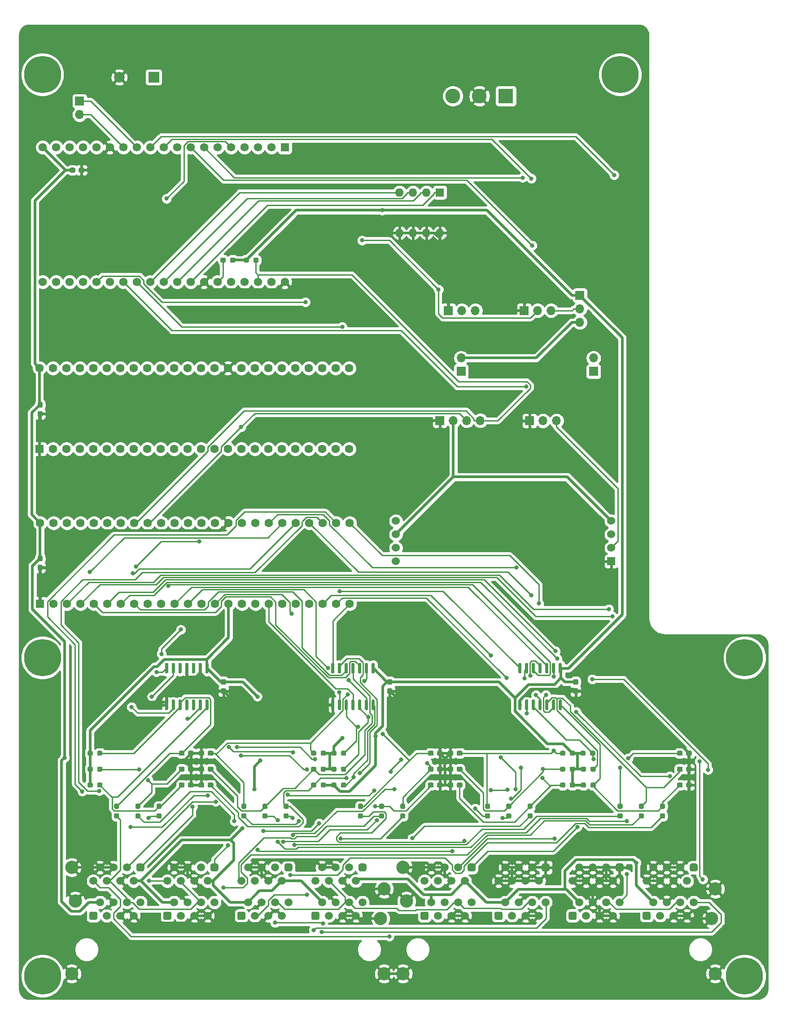
<source format=gbl>
%TF.GenerationSoftware,KiCad,Pcbnew,(5.1.9-0-10_14)*%
%TF.CreationDate,2021-08-20T09:49:49+02:00*%
%TF.ProjectId,MechanicalTheatre,4d656368-616e-4696-9361-6c5468656174,rev?*%
%TF.SameCoordinates,Original*%
%TF.FileFunction,Copper,L2,Bot*%
%TF.FilePolarity,Positive*%
%FSLAX46Y46*%
G04 Gerber Fmt 4.6, Leading zero omitted, Abs format (unit mm)*
G04 Created by KiCad (PCBNEW (5.1.9-0-10_14)) date 2021-08-20 09:49:49*
%MOMM*%
%LPD*%
G01*
G04 APERTURE LIST*
%TA.AperFunction,ComponentPad*%
%ADD10C,7.000000*%
%TD*%
%TA.AperFunction,ComponentPad*%
%ADD11O,1.600000X1.600000*%
%TD*%
%TA.AperFunction,ComponentPad*%
%ADD12R,1.600000X1.600000*%
%TD*%
%TA.AperFunction,ComponentPad*%
%ADD13O,1.700000X1.700000*%
%TD*%
%TA.AperFunction,ComponentPad*%
%ADD14R,1.700000X1.700000*%
%TD*%
%TA.AperFunction,ComponentPad*%
%ADD15C,1.524000*%
%TD*%
%TA.AperFunction,ComponentPad*%
%ADD16R,1.524000X1.524000*%
%TD*%
%TA.AperFunction,ComponentPad*%
%ADD17C,2.000000*%
%TD*%
%TA.AperFunction,ComponentPad*%
%ADD18R,2.000000X2.000000*%
%TD*%
%TA.AperFunction,ComponentPad*%
%ADD19C,2.500000*%
%TD*%
%TA.AperFunction,ComponentPad*%
%ADD20C,1.500000*%
%TD*%
%TA.AperFunction,ComponentPad*%
%ADD21C,1.600000*%
%TD*%
%TA.AperFunction,ComponentPad*%
%ADD22C,1.560000*%
%TD*%
%TA.AperFunction,ComponentPad*%
%ADD23R,1.560000X1.560000*%
%TD*%
%TA.AperFunction,ComponentPad*%
%ADD24C,2.800000*%
%TD*%
%TA.AperFunction,ComponentPad*%
%ADD25R,2.800000X2.800000*%
%TD*%
%TA.AperFunction,ViaPad*%
%ADD26C,0.800000*%
%TD*%
%TA.AperFunction,Conductor*%
%ADD27C,0.500000*%
%TD*%
%TA.AperFunction,Conductor*%
%ADD28C,0.250000*%
%TD*%
%TA.AperFunction,Conductor*%
%ADD29C,0.254000*%
%TD*%
%TA.AperFunction,Conductor*%
%ADD30C,0.100000*%
%TD*%
G04 APERTURE END LIST*
D10*
%TO.P,MH2,1*%
%TO.N,N/C*%
X144000000Y-50000000D03*
%TD*%
%TO.P,MH1,1*%
%TO.N,N/C*%
X35000000Y-50000000D03*
%TD*%
%TO.P,MH6,1*%
%TO.N,N/C*%
X35000000Y-160000000D03*
%TD*%
%TO.P,MH5,1*%
%TO.N,N/C*%
X35000000Y-220000000D03*
%TD*%
%TO.P,MH3,1*%
%TO.N,N/C*%
X167500000Y-160000000D03*
%TD*%
%TO.P,MH4,1*%
%TO.N,N/C*%
X167500000Y-220000000D03*
%TD*%
D11*
%TO.P,SW1,8*%
%TO.N,GND*%
X110000000Y-79852500D03*
%TO.P,SW1,4*%
%TO.N,Net-(SW1-Pad4)*%
X102380000Y-72232500D03*
%TO.P,SW1,7*%
%TO.N,GND*%
X107460000Y-79852500D03*
%TO.P,SW1,3*%
%TO.N,Net-(SW1-Pad3)*%
X104920000Y-72232500D03*
%TO.P,SW1,6*%
%TO.N,GND*%
X104920000Y-79852500D03*
%TO.P,SW1,2*%
%TO.N,Net-(SW1-Pad2)*%
X107460000Y-72232500D03*
%TO.P,SW1,5*%
%TO.N,GND*%
X102380000Y-79852500D03*
D12*
%TO.P,SW1,1*%
%TO.N,Net-(SW1-Pad1)*%
X110000000Y-72232500D03*
%TD*%
D13*
%TO.P,J4,2*%
%TO.N,+5V*%
X139000000Y-103460000D03*
D14*
%TO.P,J4,1*%
%TO.N,Net-(D13-Pad2)*%
X139000000Y-106000000D03*
%TD*%
D15*
%TO.P,A1,1*%
%TO.N,+5V*%
X142320000Y-134190000D03*
%TO.P,A1,2*%
%TO.N,Net-(A1-Pad2)*%
X142320000Y-136730000D03*
%TO.P,A1,3*%
%TO.N,Net-(A1-Pad3)*%
X142320000Y-139270000D03*
D16*
%TO.P,A1,4*%
%TO.N,GND*%
X142320000Y-141810000D03*
D15*
%TO.P,A1,5*%
%TO.N,/DMX_TX*%
X101680000Y-141810000D03*
%TO.P,A1,6*%
%TO.N,+5V*%
X101680000Y-139270000D03*
%TO.P,A1,7*%
X101680000Y-136730000D03*
%TO.P,A1,8*%
%TO.N,Net-(A1-Pad8)*%
X101680000Y-134190000D03*
%TD*%
D13*
%TO.P,J5,3*%
%TO.N,Net-(A1-Pad3)*%
X132000000Y-115300000D03*
%TO.P,J5,2*%
%TO.N,Net-(A1-Pad2)*%
X129460000Y-115300000D03*
D14*
%TO.P,J5,1*%
%TO.N,GND*%
X126920000Y-115300000D03*
%TD*%
D17*
%TO.P,BZ2,2*%
%TO.N,GND*%
X49500000Y-50502000D03*
D18*
%TO.P,BZ2,1*%
%TO.N,Net-(BZ2-Pad1)*%
X56000000Y-50502000D03*
%TD*%
%TO.P,U14,14*%
%TO.N,+3V3*%
%TA.AperFunction,SMDPad,CuDef*%
G36*
G01*
X66182000Y-162941000D02*
X65882000Y-162941000D01*
G75*
G02*
X65732000Y-162791000I0J150000D01*
G01*
X65732000Y-161116000D01*
G75*
G02*
X65882000Y-160966000I150000J0D01*
G01*
X66182000Y-160966000D01*
G75*
G02*
X66332000Y-161116000I0J-150000D01*
G01*
X66332000Y-162791000D01*
G75*
G02*
X66182000Y-162941000I-150000J0D01*
G01*
G37*
%TD.AperFunction*%
%TO.P,U14,13*%
%TO.N,GND*%
%TA.AperFunction,SMDPad,CuDef*%
G36*
G01*
X64912000Y-162941000D02*
X64612000Y-162941000D01*
G75*
G02*
X64462000Y-162791000I0J150000D01*
G01*
X64462000Y-161116000D01*
G75*
G02*
X64612000Y-160966000I150000J0D01*
G01*
X64912000Y-160966000D01*
G75*
G02*
X65062000Y-161116000I0J-150000D01*
G01*
X65062000Y-162791000D01*
G75*
G02*
X64912000Y-162941000I-150000J0D01*
G01*
G37*
%TD.AperFunction*%
%TO.P,U14,12*%
%TO.N,Net-(U14-Pad12)*%
%TA.AperFunction,SMDPad,CuDef*%
G36*
G01*
X63642000Y-162941000D02*
X63342000Y-162941000D01*
G75*
G02*
X63192000Y-162791000I0J150000D01*
G01*
X63192000Y-161116000D01*
G75*
G02*
X63342000Y-160966000I150000J0D01*
G01*
X63642000Y-160966000D01*
G75*
G02*
X63792000Y-161116000I0J-150000D01*
G01*
X63792000Y-162791000D01*
G75*
G02*
X63642000Y-162941000I-150000J0D01*
G01*
G37*
%TD.AperFunction*%
%TO.P,U14,11*%
%TO.N,GND*%
%TA.AperFunction,SMDPad,CuDef*%
G36*
G01*
X62372000Y-162941000D02*
X62072000Y-162941000D01*
G75*
G02*
X61922000Y-162791000I0J150000D01*
G01*
X61922000Y-161116000D01*
G75*
G02*
X62072000Y-160966000I150000J0D01*
G01*
X62372000Y-160966000D01*
G75*
G02*
X62522000Y-161116000I0J-150000D01*
G01*
X62522000Y-162791000D01*
G75*
G02*
X62372000Y-162941000I-150000J0D01*
G01*
G37*
%TD.AperFunction*%
%TO.P,U14,10*%
%TO.N,Net-(U14-Pad10)*%
%TA.AperFunction,SMDPad,CuDef*%
G36*
G01*
X61102000Y-162941000D02*
X60802000Y-162941000D01*
G75*
G02*
X60652000Y-162791000I0J150000D01*
G01*
X60652000Y-161116000D01*
G75*
G02*
X60802000Y-160966000I150000J0D01*
G01*
X61102000Y-160966000D01*
G75*
G02*
X61252000Y-161116000I0J-150000D01*
G01*
X61252000Y-162791000D01*
G75*
G02*
X61102000Y-162941000I-150000J0D01*
G01*
G37*
%TD.AperFunction*%
%TO.P,U14,9*%
%TO.N,Net-(C22-Pad1)*%
%TA.AperFunction,SMDPad,CuDef*%
G36*
G01*
X59832000Y-162941000D02*
X59532000Y-162941000D01*
G75*
G02*
X59382000Y-162791000I0J150000D01*
G01*
X59382000Y-161116000D01*
G75*
G02*
X59532000Y-160966000I150000J0D01*
G01*
X59832000Y-160966000D01*
G75*
G02*
X59982000Y-161116000I0J-150000D01*
G01*
X59982000Y-162791000D01*
G75*
G02*
X59832000Y-162941000I-150000J0D01*
G01*
G37*
%TD.AperFunction*%
%TO.P,U14,8*%
%TO.N,Net-(U14-Pad8)*%
%TA.AperFunction,SMDPad,CuDef*%
G36*
G01*
X58562000Y-162941000D02*
X58262000Y-162941000D01*
G75*
G02*
X58112000Y-162791000I0J150000D01*
G01*
X58112000Y-161116000D01*
G75*
G02*
X58262000Y-160966000I150000J0D01*
G01*
X58562000Y-160966000D01*
G75*
G02*
X58712000Y-161116000I0J-150000D01*
G01*
X58712000Y-162791000D01*
G75*
G02*
X58562000Y-162941000I-150000J0D01*
G01*
G37*
%TD.AperFunction*%
%TO.P,U14,7*%
%TO.N,GND*%
%TA.AperFunction,SMDPad,CuDef*%
G36*
G01*
X58562000Y-169866000D02*
X58262000Y-169866000D01*
G75*
G02*
X58112000Y-169716000I0J150000D01*
G01*
X58112000Y-168041000D01*
G75*
G02*
X58262000Y-167891000I150000J0D01*
G01*
X58562000Y-167891000D01*
G75*
G02*
X58712000Y-168041000I0J-150000D01*
G01*
X58712000Y-169716000D01*
G75*
G02*
X58562000Y-169866000I-150000J0D01*
G01*
G37*
%TD.AperFunction*%
%TO.P,U14,6*%
%TO.N,/TEENSY_GENERAL_ENDSWITCH_DEBOUNCED*%
%TA.AperFunction,SMDPad,CuDef*%
G36*
G01*
X59832000Y-169866000D02*
X59532000Y-169866000D01*
G75*
G02*
X59382000Y-169716000I0J150000D01*
G01*
X59382000Y-168041000D01*
G75*
G02*
X59532000Y-167891000I150000J0D01*
G01*
X59832000Y-167891000D01*
G75*
G02*
X59982000Y-168041000I0J-150000D01*
G01*
X59982000Y-169716000D01*
G75*
G02*
X59832000Y-169866000I-150000J0D01*
G01*
G37*
%TD.AperFunction*%
%TO.P,U14,5*%
%TO.N,Net-(C21-Pad1)*%
%TA.AperFunction,SMDPad,CuDef*%
G36*
G01*
X61102000Y-169866000D02*
X60802000Y-169866000D01*
G75*
G02*
X60652000Y-169716000I0J150000D01*
G01*
X60652000Y-168041000D01*
G75*
G02*
X60802000Y-167891000I150000J0D01*
G01*
X61102000Y-167891000D01*
G75*
G02*
X61252000Y-168041000I0J-150000D01*
G01*
X61252000Y-169716000D01*
G75*
G02*
X61102000Y-169866000I-150000J0D01*
G01*
G37*
%TD.AperFunction*%
%TO.P,U14,4*%
%TO.N,N/C*%
%TA.AperFunction,SMDPad,CuDef*%
G36*
G01*
X62372000Y-169866000D02*
X62072000Y-169866000D01*
G75*
G02*
X61922000Y-169716000I0J150000D01*
G01*
X61922000Y-168041000D01*
G75*
G02*
X62072000Y-167891000I150000J0D01*
G01*
X62372000Y-167891000D01*
G75*
G02*
X62522000Y-168041000I0J-150000D01*
G01*
X62522000Y-169716000D01*
G75*
G02*
X62372000Y-169866000I-150000J0D01*
G01*
G37*
%TD.AperFunction*%
%TO.P,U14,3*%
%TA.AperFunction,SMDPad,CuDef*%
G36*
G01*
X63642000Y-169866000D02*
X63342000Y-169866000D01*
G75*
G02*
X63192000Y-169716000I0J150000D01*
G01*
X63192000Y-168041000D01*
G75*
G02*
X63342000Y-167891000I150000J0D01*
G01*
X63642000Y-167891000D01*
G75*
G02*
X63792000Y-168041000I0J-150000D01*
G01*
X63792000Y-169716000D01*
G75*
G02*
X63642000Y-169866000I-150000J0D01*
G01*
G37*
%TD.AperFunction*%
%TO.P,U14,2*%
%TO.N,/STEPPER_13_END*%
%TA.AperFunction,SMDPad,CuDef*%
G36*
G01*
X64912000Y-169866000D02*
X64612000Y-169866000D01*
G75*
G02*
X64462000Y-169716000I0J150000D01*
G01*
X64462000Y-168041000D01*
G75*
G02*
X64612000Y-167891000I150000J0D01*
G01*
X64912000Y-167891000D01*
G75*
G02*
X65062000Y-168041000I0J-150000D01*
G01*
X65062000Y-169716000D01*
G75*
G02*
X64912000Y-169866000I-150000J0D01*
G01*
G37*
%TD.AperFunction*%
%TO.P,U14,1*%
%TO.N,Net-(C18-Pad1)*%
%TA.AperFunction,SMDPad,CuDef*%
G36*
G01*
X66182000Y-169866000D02*
X65882000Y-169866000D01*
G75*
G02*
X65732000Y-169716000I0J150000D01*
G01*
X65732000Y-168041000D01*
G75*
G02*
X65882000Y-167891000I150000J0D01*
G01*
X66182000Y-167891000D01*
G75*
G02*
X66332000Y-168041000I0J-150000D01*
G01*
X66332000Y-169716000D01*
G75*
G02*
X66182000Y-169866000I-150000J0D01*
G01*
G37*
%TD.AperFunction*%
%TD*%
%TO.P,R74,2*%
%TO.N,+3V3*%
%TA.AperFunction,SMDPad,CuDef*%
G36*
G01*
X44487500Y-180762500D02*
X44487500Y-181237500D01*
G75*
G02*
X44250000Y-181475000I-237500J0D01*
G01*
X43750000Y-181475000D01*
G75*
G02*
X43512500Y-181237500I0J237500D01*
G01*
X43512500Y-180762500D01*
G75*
G02*
X43750000Y-180525000I237500J0D01*
G01*
X44250000Y-180525000D01*
G75*
G02*
X44487500Y-180762500I0J-237500D01*
G01*
G37*
%TD.AperFunction*%
%TO.P,R74,1*%
%TO.N,Net-(C22-Pad1)*%
%TA.AperFunction,SMDPad,CuDef*%
G36*
G01*
X46312500Y-180762500D02*
X46312500Y-181237500D01*
G75*
G02*
X46075000Y-181475000I-237500J0D01*
G01*
X45575000Y-181475000D01*
G75*
G02*
X45337500Y-181237500I0J237500D01*
G01*
X45337500Y-180762500D01*
G75*
G02*
X45575000Y-180525000I237500J0D01*
G01*
X46075000Y-180525000D01*
G75*
G02*
X46312500Y-180762500I0J-237500D01*
G01*
G37*
%TD.AperFunction*%
%TD*%
%TO.P,R73,2*%
%TO.N,+3V3*%
%TA.AperFunction,SMDPad,CuDef*%
G36*
G01*
X44487500Y-177762500D02*
X44487500Y-178237500D01*
G75*
G02*
X44250000Y-178475000I-237500J0D01*
G01*
X43750000Y-178475000D01*
G75*
G02*
X43512500Y-178237500I0J237500D01*
G01*
X43512500Y-177762500D01*
G75*
G02*
X43750000Y-177525000I237500J0D01*
G01*
X44250000Y-177525000D01*
G75*
G02*
X44487500Y-177762500I0J-237500D01*
G01*
G37*
%TD.AperFunction*%
%TO.P,R73,1*%
%TO.N,Net-(C21-Pad1)*%
%TA.AperFunction,SMDPad,CuDef*%
G36*
G01*
X46312500Y-177762500D02*
X46312500Y-178237500D01*
G75*
G02*
X46075000Y-178475000I-237500J0D01*
G01*
X45575000Y-178475000D01*
G75*
G02*
X45337500Y-178237500I0J237500D01*
G01*
X45337500Y-177762500D01*
G75*
G02*
X45575000Y-177525000I237500J0D01*
G01*
X46075000Y-177525000D01*
G75*
G02*
X46312500Y-177762500I0J-237500D01*
G01*
G37*
%TD.AperFunction*%
%TD*%
%TO.P,R72,2*%
%TO.N,/Stepper Connection 13/END_ALL*%
%TA.AperFunction,SMDPad,CuDef*%
G36*
G01*
X52762500Y-189337000D02*
X53237500Y-189337000D01*
G75*
G02*
X53475000Y-189574500I0J-237500D01*
G01*
X53475000Y-190074500D01*
G75*
G02*
X53237500Y-190312000I-237500J0D01*
G01*
X52762500Y-190312000D01*
G75*
G02*
X52525000Y-190074500I0J237500D01*
G01*
X52525000Y-189574500D01*
G75*
G02*
X52762500Y-189337000I237500J0D01*
G01*
G37*
%TD.AperFunction*%
%TO.P,R72,1*%
%TO.N,Net-(C22-Pad1)*%
%TA.AperFunction,SMDPad,CuDef*%
G36*
G01*
X52762500Y-187512000D02*
X53237500Y-187512000D01*
G75*
G02*
X53475000Y-187749500I0J-237500D01*
G01*
X53475000Y-188249500D01*
G75*
G02*
X53237500Y-188487000I-237500J0D01*
G01*
X52762500Y-188487000D01*
G75*
G02*
X52525000Y-188249500I0J237500D01*
G01*
X52525000Y-187749500D01*
G75*
G02*
X52762500Y-187512000I237500J0D01*
G01*
G37*
%TD.AperFunction*%
%TD*%
%TO.P,R71,2*%
%TO.N,/GENERAL_END_SWITCH_TEENSY*%
%TA.AperFunction,SMDPad,CuDef*%
G36*
G01*
X48762500Y-189337000D02*
X49237500Y-189337000D01*
G75*
G02*
X49475000Y-189574500I0J-237500D01*
G01*
X49475000Y-190074500D01*
G75*
G02*
X49237500Y-190312000I-237500J0D01*
G01*
X48762500Y-190312000D01*
G75*
G02*
X48525000Y-190074500I0J237500D01*
G01*
X48525000Y-189574500D01*
G75*
G02*
X48762500Y-189337000I237500J0D01*
G01*
G37*
%TD.AperFunction*%
%TO.P,R71,1*%
%TO.N,Net-(C21-Pad1)*%
%TA.AperFunction,SMDPad,CuDef*%
G36*
G01*
X48762500Y-187512000D02*
X49237500Y-187512000D01*
G75*
G02*
X49475000Y-187749500I0J-237500D01*
G01*
X49475000Y-188249500D01*
G75*
G02*
X49237500Y-188487000I-237500J0D01*
G01*
X48762500Y-188487000D01*
G75*
G02*
X48525000Y-188249500I0J237500D01*
G01*
X48525000Y-187749500D01*
G75*
G02*
X48762500Y-187512000I237500J0D01*
G01*
G37*
%TD.AperFunction*%
%TD*%
D13*
%TO.P,JP1,3*%
%TO.N,+5V*%
X136410000Y-96728000D03*
%TO.P,JP1,2*%
%TO.N,Net-(J6-Pad3)*%
X136410000Y-94188000D03*
D14*
%TO.P,JP1,1*%
%TO.N,+3V3*%
X136410000Y-91648000D03*
%TD*%
D19*
%TO.P,J12,SH*%
%TO.N,GND*%
X161960000Y-219570000D03*
X103040000Y-219570000D03*
X103040000Y-199540000D03*
X161960000Y-203600000D03*
X103705000Y-205850000D03*
%TO.P,J12,81*%
%TO.N,Net-(A1-Pad3)*%
%TA.AperFunction,ComponentPad*%
G36*
G01*
X157140000Y-199915000D02*
X157140000Y-199165000D01*
G75*
G02*
X157515000Y-198790000I375000J0D01*
G01*
X158265000Y-198790000D01*
G75*
G02*
X158640000Y-199165000I0J-375000D01*
G01*
X158640000Y-199915000D01*
G75*
G02*
X158265000Y-200290000I-375000J0D01*
G01*
X157515000Y-200290000D01*
G75*
G02*
X157140000Y-199915000I0J375000D01*
G01*
G37*
%TD.AperFunction*%
D20*
%TO.P,J12,82*%
%TO.N,Net-(A1-Pad2)*%
X156630000Y-202080000D03*
%TO.P,J12,83*%
%TO.N,GND*%
X155350000Y-199540000D03*
%TO.P,J12,84*%
X154090000Y-202080000D03*
%TO.P,J12,85*%
X152810000Y-199540000D03*
%TO.P,J12,86*%
X151550000Y-202080000D03*
%TO.P,J12,87*%
X150270000Y-199540000D03*
%TO.P,J12,88*%
X149010000Y-202080000D03*
%TO.P,J12,56*%
%TO.N,/Stepper Connection 13/END_ALL*%
X109640000Y-202080000D03*
%TO.P,J12,58*%
%TO.N,Net-(J12-Pad58)*%
X107100000Y-202080000D03*
%TO.P,J12,55*%
%TO.N,GND*%
X110900000Y-199540000D03*
%TO.P,J12,51*%
%TO.N,Net-(J12-Pad51)*%
%TA.AperFunction,ComponentPad*%
G36*
G01*
X115230000Y-199915000D02*
X115230000Y-199165000D01*
G75*
G02*
X115605000Y-198790000I375000J0D01*
G01*
X116355000Y-198790000D01*
G75*
G02*
X116730000Y-199165000I0J-375000D01*
G01*
X116730000Y-199915000D01*
G75*
G02*
X116355000Y-200290000I-375000J0D01*
G01*
X115605000Y-200290000D01*
G75*
G02*
X115230000Y-199915000I0J375000D01*
G01*
G37*
%TD.AperFunction*%
%TO.P,J12,57*%
%TO.N,GND*%
X108360000Y-199540000D03*
%TO.P,J12,54*%
X112180000Y-202080000D03*
%TO.P,J12,53*%
%TO.N,Net-(J12-Pad53)*%
X113440000Y-199540000D03*
%TO.P,J12,52*%
%TO.N,+5V*%
X114720000Y-202080000D03*
%TO.P,J12,67*%
%TO.N,GND*%
X122330000Y-199540000D03*
%TO.P,J12,61*%
%TA.AperFunction,ComponentPad*%
G36*
G01*
X129200000Y-199915000D02*
X129200000Y-199165000D01*
G75*
G02*
X129575000Y-198790000I375000J0D01*
G01*
X130325000Y-198790000D01*
G75*
G02*
X130700000Y-199165000I0J-375000D01*
G01*
X130700000Y-199915000D01*
G75*
G02*
X130325000Y-200290000I-375000J0D01*
G01*
X129575000Y-200290000D01*
G75*
G02*
X129200000Y-199915000I0J375000D01*
G01*
G37*
%TD.AperFunction*%
%TO.P,J12,65*%
X124870000Y-199540000D03*
%TO.P,J12,68*%
X121070000Y-202080000D03*
%TO.P,J12,66*%
X123610000Y-202080000D03*
%TO.P,J12,62*%
X128690000Y-202080000D03*
%TO.P,J12,63*%
X127410000Y-199540000D03*
%TO.P,J12,64*%
X126150000Y-202080000D03*
%TO.P,J12,77*%
X136300000Y-199540000D03*
%TO.P,J12,71*%
%TA.AperFunction,ComponentPad*%
G36*
G01*
X143170000Y-199915000D02*
X143170000Y-199165000D01*
G75*
G02*
X143545000Y-198790000I375000J0D01*
G01*
X144295000Y-198790000D01*
G75*
G02*
X144670000Y-199165000I0J-375000D01*
G01*
X144670000Y-199915000D01*
G75*
G02*
X144295000Y-200290000I-375000J0D01*
G01*
X143545000Y-200290000D01*
G75*
G02*
X143170000Y-199915000I0J375000D01*
G01*
G37*
%TD.AperFunction*%
%TO.P,J12,75*%
X138840000Y-199540000D03*
%TO.P,J12,78*%
X135040000Y-202080000D03*
%TO.P,J12,76*%
X137580000Y-202080000D03*
%TO.P,J12,72*%
X142660000Y-202080000D03*
%TO.P,J12,73*%
X141380000Y-199540000D03*
%TO.P,J12,74*%
X140120000Y-202080000D03*
%TO.P,J12,35*%
X140120000Y-208650000D03*
%TO.P,J12,36*%
%TO.N,/GENERAL_END_SWITCH_TEENSY*%
X141380000Y-206110000D03*
%TO.P,J12,37*%
%TO.N,GND*%
X142660000Y-208650000D03*
%TO.P,J12,33*%
%TO.N,Net-(J12-Pad33)*%
X137580000Y-208650000D03*
%TO.P,J12,31*%
%TO.N,Net-(J12-Pad31)*%
%TA.AperFunction,ComponentPad*%
G36*
G01*
X134290000Y-209149500D02*
X134290000Y-208150500D01*
G75*
G02*
X134540500Y-207900000I250500J0D01*
G01*
X135539500Y-207900000D01*
G75*
G02*
X135790000Y-208150500I0J-250500D01*
G01*
X135790000Y-209149500D01*
G75*
G02*
X135539500Y-209400000I-250500J0D01*
G01*
X134540500Y-209400000D01*
G75*
G02*
X134290000Y-209149500I0J250500D01*
G01*
G37*
%TD.AperFunction*%
%TO.P,J12,34*%
%TO.N,GND*%
X138840000Y-206110000D03*
%TO.P,J12,38*%
%TO.N,Net-(J12-Pad38)*%
X143920000Y-206110000D03*
%TO.P,J12,32*%
%TO.N,+5V*%
X136300000Y-206110000D03*
%TO.P,J12,25*%
%TO.N,GND*%
X126150000Y-208650000D03*
%TO.P,J12,26*%
%TO.N,/GENERAL_END_SWITCH_TEENSY*%
X127410000Y-206110000D03*
%TO.P,J12,27*%
%TO.N,GND*%
X128690000Y-208650000D03*
%TO.P,J12,23*%
%TO.N,Net-(J12-Pad23)*%
X123610000Y-208650000D03*
%TO.P,J12,21*%
%TO.N,Net-(J12-Pad21)*%
%TA.AperFunction,ComponentPad*%
G36*
G01*
X120320000Y-209149500D02*
X120320000Y-208150500D01*
G75*
G02*
X120570500Y-207900000I250500J0D01*
G01*
X121569500Y-207900000D01*
G75*
G02*
X121820000Y-208150500I0J-250500D01*
G01*
X121820000Y-209149500D01*
G75*
G02*
X121569500Y-209400000I-250500J0D01*
G01*
X120570500Y-209400000D01*
G75*
G02*
X120320000Y-209149500I0J250500D01*
G01*
G37*
%TD.AperFunction*%
%TO.P,J12,24*%
%TO.N,GND*%
X124870000Y-206110000D03*
%TO.P,J12,28*%
%TO.N,Net-(J12-Pad28)*%
X129950000Y-206110000D03*
%TO.P,J12,22*%
%TO.N,+5V*%
X122330000Y-206110000D03*
%TO.P,J12,12*%
X108360000Y-206110000D03*
%TO.P,J12,18*%
%TO.N,Net-(J12-Pad18)*%
X115980000Y-206110000D03*
%TO.P,J12,14*%
%TO.N,GND*%
X110900000Y-206110000D03*
%TO.P,J12,11*%
%TO.N,Net-(J12-Pad11)*%
%TA.AperFunction,ComponentPad*%
G36*
G01*
X106350000Y-209149500D02*
X106350000Y-208150500D01*
G75*
G02*
X106600500Y-207900000I250500J0D01*
G01*
X107599500Y-207900000D01*
G75*
G02*
X107850000Y-208150500I0J-250500D01*
G01*
X107850000Y-209149500D01*
G75*
G02*
X107599500Y-209400000I-250500J0D01*
G01*
X106600500Y-209400000D01*
G75*
G02*
X106350000Y-209149500I0J250500D01*
G01*
G37*
%TD.AperFunction*%
%TO.P,J12,13*%
%TO.N,Net-(J12-Pad13)*%
X109640000Y-208650000D03*
%TO.P,J12,17*%
%TO.N,GND*%
X114720000Y-208650000D03*
%TO.P,J12,16*%
%TO.N,/GENERAL_END_SWITCH_TEENSY*%
X113440000Y-206110000D03*
%TO.P,J12,15*%
%TO.N,GND*%
X112180000Y-208650000D03*
%TO.P,J12,41*%
%TO.N,Net-(J12-Pad41)*%
%TA.AperFunction,ComponentPad*%
G36*
G01*
X148260000Y-209149500D02*
X148260000Y-208150500D01*
G75*
G02*
X148510500Y-207900000I250500J0D01*
G01*
X149509500Y-207900000D01*
G75*
G02*
X149760000Y-208150500I0J-250500D01*
G01*
X149760000Y-209149500D01*
G75*
G02*
X149509500Y-209400000I-250500J0D01*
G01*
X148510500Y-209400000D01*
G75*
G02*
X148260000Y-209149500I0J250500D01*
G01*
G37*
%TD.AperFunction*%
%TO.P,J12,42*%
%TO.N,+5V*%
X150270000Y-206110000D03*
%TO.P,J12,43*%
%TO.N,Net-(J12-Pad43)*%
X151550000Y-208650000D03*
%TO.P,J12,44*%
%TO.N,GND*%
X152810000Y-206110000D03*
%TO.P,J12,45*%
X154090000Y-208650000D03*
%TO.P,J12,46*%
%TO.N,/GENERAL_END_SWITCH_TEENSY*%
X155350000Y-206110000D03*
%TO.P,J12,47*%
%TO.N,GND*%
X156630000Y-208650000D03*
%TO.P,J12,48*%
%TO.N,Net-(J12-Pad48)*%
X157890000Y-206110000D03*
D19*
%TO.P,J12,SH*%
%TO.N,GND*%
X161295000Y-209150000D03*
%TD*%
D13*
%TO.P,J6,3*%
%TO.N,Net-(J6-Pad3)*%
X130980000Y-94500000D03*
%TO.P,J6,2*%
%TO.N,/PROX_SENSOR*%
X128440000Y-94500000D03*
D14*
%TO.P,J6,1*%
%TO.N,GND*%
X125900000Y-94500000D03*
%TD*%
%TO.P,C34,2*%
%TO.N,+5V*%
%TA.AperFunction,SMDPad,CuDef*%
G36*
G01*
X41205500Y-67790500D02*
X41205500Y-68265500D01*
G75*
G02*
X40968000Y-68503000I-237500J0D01*
G01*
X40368000Y-68503000D01*
G75*
G02*
X40130500Y-68265500I0J237500D01*
G01*
X40130500Y-67790500D01*
G75*
G02*
X40368000Y-67553000I237500J0D01*
G01*
X40968000Y-67553000D01*
G75*
G02*
X41205500Y-67790500I0J-237500D01*
G01*
G37*
%TD.AperFunction*%
%TO.P,C34,1*%
%TO.N,GND*%
%TA.AperFunction,SMDPad,CuDef*%
G36*
G01*
X42930500Y-67790500D02*
X42930500Y-68265500D01*
G75*
G02*
X42693000Y-68503000I-237500J0D01*
G01*
X42093000Y-68503000D01*
G75*
G02*
X41855500Y-68265500I0J237500D01*
G01*
X41855500Y-67790500D01*
G75*
G02*
X42093000Y-67553000I237500J0D01*
G01*
X42693000Y-67553000D01*
G75*
G02*
X42930500Y-67790500I0J-237500D01*
G01*
G37*
%TD.AperFunction*%
%TD*%
%TO.P,C33,2*%
%TO.N,GND*%
%TA.AperFunction,SMDPad,CuDef*%
G36*
G01*
X34334500Y-113465000D02*
X34809500Y-113465000D01*
G75*
G02*
X35047000Y-113702500I0J-237500D01*
G01*
X35047000Y-114302500D01*
G75*
G02*
X34809500Y-114540000I-237500J0D01*
G01*
X34334500Y-114540000D01*
G75*
G02*
X34097000Y-114302500I0J237500D01*
G01*
X34097000Y-113702500D01*
G75*
G02*
X34334500Y-113465000I237500J0D01*
G01*
G37*
%TD.AperFunction*%
%TO.P,C33,1*%
%TO.N,+5V*%
%TA.AperFunction,SMDPad,CuDef*%
G36*
G01*
X34334500Y-111740000D02*
X34809500Y-111740000D01*
G75*
G02*
X35047000Y-111977500I0J-237500D01*
G01*
X35047000Y-112577500D01*
G75*
G02*
X34809500Y-112815000I-237500J0D01*
G01*
X34334500Y-112815000D01*
G75*
G02*
X34097000Y-112577500I0J237500D01*
G01*
X34097000Y-111977500D01*
G75*
G02*
X34334500Y-111740000I237500J0D01*
G01*
G37*
%TD.AperFunction*%
%TD*%
%TO.P,C32,2*%
%TO.N,+5V*%
%TA.AperFunction,SMDPad,CuDef*%
G36*
G01*
X34809500Y-141813000D02*
X34334500Y-141813000D01*
G75*
G02*
X34097000Y-141575500I0J237500D01*
G01*
X34097000Y-140975500D01*
G75*
G02*
X34334500Y-140738000I237500J0D01*
G01*
X34809500Y-140738000D01*
G75*
G02*
X35047000Y-140975500I0J-237500D01*
G01*
X35047000Y-141575500D01*
G75*
G02*
X34809500Y-141813000I-237500J0D01*
G01*
G37*
%TD.AperFunction*%
%TO.P,C32,1*%
%TO.N,GND*%
%TA.AperFunction,SMDPad,CuDef*%
G36*
G01*
X34809500Y-143538000D02*
X34334500Y-143538000D01*
G75*
G02*
X34097000Y-143300500I0J237500D01*
G01*
X34097000Y-142700500D01*
G75*
G02*
X34334500Y-142463000I237500J0D01*
G01*
X34809500Y-142463000D01*
G75*
G02*
X35047000Y-142700500I0J-237500D01*
G01*
X35047000Y-143300500D01*
G75*
G02*
X34809500Y-143538000I-237500J0D01*
G01*
G37*
%TD.AperFunction*%
%TD*%
%TO.P,C22,2*%
%TO.N,GND*%
%TA.AperFunction,SMDPad,CuDef*%
G36*
G01*
X62462500Y-181237500D02*
X62462500Y-180762500D01*
G75*
G02*
X62700000Y-180525000I237500J0D01*
G01*
X63300000Y-180525000D01*
G75*
G02*
X63537500Y-180762500I0J-237500D01*
G01*
X63537500Y-181237500D01*
G75*
G02*
X63300000Y-181475000I-237500J0D01*
G01*
X62700000Y-181475000D01*
G75*
G02*
X62462500Y-181237500I0J237500D01*
G01*
G37*
%TD.AperFunction*%
%TO.P,C22,1*%
%TO.N,Net-(C22-Pad1)*%
%TA.AperFunction,SMDPad,CuDef*%
G36*
G01*
X60737500Y-181237500D02*
X60737500Y-180762500D01*
G75*
G02*
X60975000Y-180525000I237500J0D01*
G01*
X61575000Y-180525000D01*
G75*
G02*
X61812500Y-180762500I0J-237500D01*
G01*
X61812500Y-181237500D01*
G75*
G02*
X61575000Y-181475000I-237500J0D01*
G01*
X60975000Y-181475000D01*
G75*
G02*
X60737500Y-181237500I0J237500D01*
G01*
G37*
%TD.AperFunction*%
%TD*%
%TO.P,C21,2*%
%TO.N,GND*%
%TA.AperFunction,SMDPad,CuDef*%
G36*
G01*
X62462500Y-178237500D02*
X62462500Y-177762500D01*
G75*
G02*
X62700000Y-177525000I237500J0D01*
G01*
X63300000Y-177525000D01*
G75*
G02*
X63537500Y-177762500I0J-237500D01*
G01*
X63537500Y-178237500D01*
G75*
G02*
X63300000Y-178475000I-237500J0D01*
G01*
X62700000Y-178475000D01*
G75*
G02*
X62462500Y-178237500I0J237500D01*
G01*
G37*
%TD.AperFunction*%
%TO.P,C21,1*%
%TO.N,Net-(C21-Pad1)*%
%TA.AperFunction,SMDPad,CuDef*%
G36*
G01*
X60737500Y-178237500D02*
X60737500Y-177762500D01*
G75*
G02*
X60975000Y-177525000I237500J0D01*
G01*
X61575000Y-177525000D01*
G75*
G02*
X61812500Y-177762500I0J-237500D01*
G01*
X61812500Y-178237500D01*
G75*
G02*
X61575000Y-178475000I-237500J0D01*
G01*
X60975000Y-178475000D01*
G75*
G02*
X60737500Y-178237500I0J237500D01*
G01*
G37*
%TD.AperFunction*%
%TD*%
%TO.P,R18,2*%
%TO.N,+3V3*%
%TA.AperFunction,SMDPad,CuDef*%
G36*
G01*
X137569000Y-180762500D02*
X137569000Y-181237500D01*
G75*
G02*
X137331500Y-181475000I-237500J0D01*
G01*
X136831500Y-181475000D01*
G75*
G02*
X136594000Y-181237500I0J237500D01*
G01*
X136594000Y-180762500D01*
G75*
G02*
X136831500Y-180525000I237500J0D01*
G01*
X137331500Y-180525000D01*
G75*
G02*
X137569000Y-180762500I0J-237500D01*
G01*
G37*
%TD.AperFunction*%
%TO.P,R18,1*%
%TO.N,Net-(C2-Pad1)*%
%TA.AperFunction,SMDPad,CuDef*%
G36*
G01*
X139394000Y-180762500D02*
X139394000Y-181237500D01*
G75*
G02*
X139156500Y-181475000I-237500J0D01*
G01*
X138656500Y-181475000D01*
G75*
G02*
X138419000Y-181237500I0J237500D01*
G01*
X138419000Y-180762500D01*
G75*
G02*
X138656500Y-180525000I237500J0D01*
G01*
X139156500Y-180525000D01*
G75*
G02*
X139394000Y-180762500I0J-237500D01*
G01*
G37*
%TD.AperFunction*%
%TD*%
%TO.P,R19,2*%
%TO.N,Net-(C2-Pad1)*%
%TA.AperFunction,SMDPad,CuDef*%
G36*
G01*
X148237500Y-188487000D02*
X147762500Y-188487000D01*
G75*
G02*
X147525000Y-188249500I0J237500D01*
G01*
X147525000Y-187749500D01*
G75*
G02*
X147762500Y-187512000I237500J0D01*
G01*
X148237500Y-187512000D01*
G75*
G02*
X148475000Y-187749500I0J-237500D01*
G01*
X148475000Y-188249500D01*
G75*
G02*
X148237500Y-188487000I-237500J0D01*
G01*
G37*
%TD.AperFunction*%
%TO.P,R19,1*%
%TO.N,Net-(J11-Pad28)*%
%TA.AperFunction,SMDPad,CuDef*%
G36*
G01*
X148237500Y-190312000D02*
X147762500Y-190312000D01*
G75*
G02*
X147525000Y-190074500I0J237500D01*
G01*
X147525000Y-189574500D01*
G75*
G02*
X147762500Y-189337000I237500J0D01*
G01*
X148237500Y-189337000D01*
G75*
G02*
X148475000Y-189574500I0J-237500D01*
G01*
X148475000Y-190074500D01*
G75*
G02*
X148237500Y-190312000I-237500J0D01*
G01*
G37*
%TD.AperFunction*%
%TD*%
D13*
%TO.P,J9,3*%
%TO.N,+24V*%
X116680000Y-94500000D03*
%TO.P,J9,2*%
%TO.N,Net-(J9-Pad2)*%
X114140000Y-94500000D03*
D14*
%TO.P,J9,1*%
%TO.N,GND*%
X111600000Y-94500000D03*
%TD*%
D13*
%TO.P,J8,4*%
%TO.N,/I2C_SCL*%
X117620000Y-115270000D03*
%TO.P,J8,3*%
%TO.N,/I2C_SDA*%
X115080000Y-115270000D03*
%TO.P,J8,2*%
%TO.N,+5V*%
X112540000Y-115270000D03*
D14*
%TO.P,J8,1*%
%TO.N,GND*%
X110000000Y-115270000D03*
%TD*%
D13*
%TO.P,J3,2*%
%TO.N,+5V*%
X114000000Y-103460000D03*
D14*
%TO.P,J3,1*%
%TO.N,Net-(D3-Pad2)*%
X114000000Y-106000000D03*
%TD*%
D13*
%TO.P,J2,2*%
%TO.N,Net-(J2-Pad2)*%
X42000000Y-57540000D03*
D14*
%TO.P,J2,1*%
%TO.N,Net-(J2-Pad1)*%
X42000000Y-55000000D03*
%TD*%
D21*
%TO.P,U15,48*%
%TO.N,+5V*%
X34445000Y-105366000D03*
%TO.P,U15,47*%
%TO.N,Net-(U15-Pad47)*%
X36985000Y-105366000D03*
%TO.P,U15,46*%
%TO.N,Net-(U15-Pad46)*%
X39525000Y-105366000D03*
%TO.P,U15,45*%
%TO.N,Net-(U15-Pad45)*%
X42065000Y-105366000D03*
%TO.P,U15,44*%
%TO.N,Net-(U15-Pad44)*%
X44605000Y-105366000D03*
%TO.P,U15,43*%
%TO.N,Net-(U15-Pad43)*%
X47145000Y-105366000D03*
%TO.P,U15,42*%
%TO.N,Net-(U15-Pad42)*%
X49685000Y-105366000D03*
%TO.P,U15,41*%
%TO.N,Net-(U15-Pad41)*%
X52225000Y-105366000D03*
%TO.P,U15,40*%
%TO.N,Net-(U15-Pad40)*%
X54765000Y-105366000D03*
%TO.P,U15,39*%
%TO.N,Net-(U15-Pad39)*%
X57305000Y-105366000D03*
%TO.P,U15,38*%
%TO.N,Net-(U15-Pad38)*%
X59845000Y-105366000D03*
%TO.P,U15,37*%
%TO.N,Net-(U15-Pad37)*%
X62385000Y-105366000D03*
%TO.P,U15,36*%
%TO.N,Net-(U15-Pad36)*%
X64925000Y-105366000D03*
%TO.P,U15,35*%
%TO.N,Net-(U15-Pad35)*%
X67465000Y-105366000D03*
D12*
%TO.P,U15,1*%
%TO.N,GND*%
X34445000Y-120606000D03*
D21*
%TO.P,U15,2*%
%TO.N,Net-(U15-Pad2)*%
X36985000Y-120606000D03*
%TO.P,U15,3*%
%TO.N,Net-(U15-Pad3)*%
X39525000Y-120606000D03*
%TO.P,U15,4*%
%TO.N,Net-(U15-Pad4)*%
X42065000Y-120606000D03*
%TO.P,U15,5*%
%TO.N,Net-(U15-Pad5)*%
X44605000Y-120606000D03*
%TO.P,U15,6*%
%TO.N,Net-(U15-Pad6)*%
X47145000Y-120606000D03*
%TO.P,U15,7*%
%TO.N,Net-(U15-Pad7)*%
X49685000Y-120606000D03*
%TO.P,U15,8*%
%TO.N,Net-(U15-Pad8)*%
X52225000Y-120606000D03*
%TO.P,U15,9*%
%TO.N,Net-(U15-Pad9)*%
X54765000Y-120606000D03*
%TO.P,U15,10*%
%TO.N,Net-(U15-Pad10)*%
X57305000Y-120606000D03*
%TO.P,U15,11*%
%TO.N,Net-(U15-Pad11)*%
X59845000Y-120606000D03*
%TO.P,U15,12*%
%TO.N,Net-(U15-Pad12)*%
X62385000Y-120606000D03*
%TO.P,U15,13*%
%TO.N,Net-(U15-Pad13)*%
X64925000Y-120606000D03*
%TO.P,U15,34*%
%TO.N,GND*%
X70005000Y-105366000D03*
%TO.P,U15,33*%
%TO.N,Net-(U15-Pad33)*%
X72545000Y-105366000D03*
%TO.P,U15,32*%
%TO.N,Net-(U15-Pad32)*%
X75085000Y-105366000D03*
%TO.P,U15,31*%
%TO.N,Net-(U15-Pad31)*%
X77625000Y-105366000D03*
%TO.P,U15,30*%
%TO.N,Net-(U15-Pad30)*%
X80165000Y-105366000D03*
%TO.P,U15,29*%
%TO.N,Net-(U15-Pad29)*%
X82705000Y-105366000D03*
%TO.P,U15,28*%
%TO.N,Net-(U15-Pad28)*%
X85245000Y-105366000D03*
%TO.P,U15,27*%
%TO.N,Net-(U15-Pad27)*%
X87785000Y-105366000D03*
%TO.P,U15,26*%
%TO.N,Net-(U15-Pad26)*%
X90325000Y-105366000D03*
%TO.P,U15,25*%
%TO.N,Net-(U15-Pad25)*%
X92865000Y-105366000D03*
%TO.P,U15,24*%
%TO.N,Net-(U15-Pad24)*%
X92865000Y-120606000D03*
%TO.P,U15,23*%
%TO.N,Net-(U15-Pad23)*%
X90325000Y-120606000D03*
%TO.P,U15,22*%
%TO.N,Net-(U15-Pad22)*%
X87785000Y-120606000D03*
%TO.P,U15,21*%
%TO.N,Net-(U15-Pad21)*%
X85245000Y-120606000D03*
%TO.P,U15,14*%
%TO.N,Net-(U15-Pad14)*%
X67465000Y-120606000D03*
%TO.P,U15,15*%
%TO.N,Net-(U15-Pad15)*%
X70005000Y-120606000D03*
%TO.P,U15,16*%
%TO.N,/DMX_TX*%
X72545000Y-120606000D03*
%TO.P,U15,20*%
%TO.N,Net-(U15-Pad20)*%
X82705000Y-120606000D03*
%TO.P,U15,19*%
%TO.N,Net-(U15-Pad19)*%
X80165000Y-120606000D03*
%TO.P,U15,18*%
%TO.N,Net-(D10-Pad2)*%
X77625000Y-120606000D03*
%TO.P,U15,17*%
%TO.N,/START_STOP_TRIGGER*%
X75085000Y-120606000D03*
%TD*%
%TO.P,U10,14*%
%TO.N,+3V3*%
%TA.AperFunction,SMDPad,CuDef*%
G36*
G01*
X97556000Y-162941000D02*
X97256000Y-162941000D01*
G75*
G02*
X97106000Y-162791000I0J150000D01*
G01*
X97106000Y-161116000D01*
G75*
G02*
X97256000Y-160966000I150000J0D01*
G01*
X97556000Y-160966000D01*
G75*
G02*
X97706000Y-161116000I0J-150000D01*
G01*
X97706000Y-162791000D01*
G75*
G02*
X97556000Y-162941000I-150000J0D01*
G01*
G37*
%TD.AperFunction*%
%TO.P,U10,13*%
%TO.N,Net-(C16-Pad1)*%
%TA.AperFunction,SMDPad,CuDef*%
G36*
G01*
X96286000Y-162941000D02*
X95986000Y-162941000D01*
G75*
G02*
X95836000Y-162791000I0J150000D01*
G01*
X95836000Y-161116000D01*
G75*
G02*
X95986000Y-160966000I150000J0D01*
G01*
X96286000Y-160966000D01*
G75*
G02*
X96436000Y-161116000I0J-150000D01*
G01*
X96436000Y-162791000D01*
G75*
G02*
X96286000Y-162941000I-150000J0D01*
G01*
G37*
%TD.AperFunction*%
%TO.P,U10,12*%
%TO.N,/STEPPER_12_END*%
%TA.AperFunction,SMDPad,CuDef*%
G36*
G01*
X95016000Y-162941000D02*
X94716000Y-162941000D01*
G75*
G02*
X94566000Y-162791000I0J150000D01*
G01*
X94566000Y-161116000D01*
G75*
G02*
X94716000Y-160966000I150000J0D01*
G01*
X95016000Y-160966000D01*
G75*
G02*
X95166000Y-161116000I0J-150000D01*
G01*
X95166000Y-162791000D01*
G75*
G02*
X95016000Y-162941000I-150000J0D01*
G01*
G37*
%TD.AperFunction*%
%TO.P,U10,11*%
%TO.N,Net-(C15-Pad1)*%
%TA.AperFunction,SMDPad,CuDef*%
G36*
G01*
X93746000Y-162941000D02*
X93446000Y-162941000D01*
G75*
G02*
X93296000Y-162791000I0J150000D01*
G01*
X93296000Y-161116000D01*
G75*
G02*
X93446000Y-160966000I150000J0D01*
G01*
X93746000Y-160966000D01*
G75*
G02*
X93896000Y-161116000I0J-150000D01*
G01*
X93896000Y-162791000D01*
G75*
G02*
X93746000Y-162941000I-150000J0D01*
G01*
G37*
%TD.AperFunction*%
%TO.P,U10,10*%
%TO.N,/STEPPER_11_END*%
%TA.AperFunction,SMDPad,CuDef*%
G36*
G01*
X92476000Y-162941000D02*
X92176000Y-162941000D01*
G75*
G02*
X92026000Y-162791000I0J150000D01*
G01*
X92026000Y-161116000D01*
G75*
G02*
X92176000Y-160966000I150000J0D01*
G01*
X92476000Y-160966000D01*
G75*
G02*
X92626000Y-161116000I0J-150000D01*
G01*
X92626000Y-162791000D01*
G75*
G02*
X92476000Y-162941000I-150000J0D01*
G01*
G37*
%TD.AperFunction*%
%TO.P,U10,9*%
%TO.N,Net-(C12-Pad1)*%
%TA.AperFunction,SMDPad,CuDef*%
G36*
G01*
X91206000Y-162941000D02*
X90906000Y-162941000D01*
G75*
G02*
X90756000Y-162791000I0J150000D01*
G01*
X90756000Y-161116000D01*
G75*
G02*
X90906000Y-160966000I150000J0D01*
G01*
X91206000Y-160966000D01*
G75*
G02*
X91356000Y-161116000I0J-150000D01*
G01*
X91356000Y-162791000D01*
G75*
G02*
X91206000Y-162941000I-150000J0D01*
G01*
G37*
%TD.AperFunction*%
%TO.P,U10,8*%
%TO.N,/STEPPER_10_END*%
%TA.AperFunction,SMDPad,CuDef*%
G36*
G01*
X89936000Y-162941000D02*
X89636000Y-162941000D01*
G75*
G02*
X89486000Y-162791000I0J150000D01*
G01*
X89486000Y-161116000D01*
G75*
G02*
X89636000Y-160966000I150000J0D01*
G01*
X89936000Y-160966000D01*
G75*
G02*
X90086000Y-161116000I0J-150000D01*
G01*
X90086000Y-162791000D01*
G75*
G02*
X89936000Y-162941000I-150000J0D01*
G01*
G37*
%TD.AperFunction*%
%TO.P,U10,7*%
%TO.N,GND*%
%TA.AperFunction,SMDPad,CuDef*%
G36*
G01*
X89936000Y-169866000D02*
X89636000Y-169866000D01*
G75*
G02*
X89486000Y-169716000I0J150000D01*
G01*
X89486000Y-168041000D01*
G75*
G02*
X89636000Y-167891000I150000J0D01*
G01*
X89936000Y-167891000D01*
G75*
G02*
X90086000Y-168041000I0J-150000D01*
G01*
X90086000Y-169716000D01*
G75*
G02*
X89936000Y-169866000I-150000J0D01*
G01*
G37*
%TD.AperFunction*%
%TO.P,U10,6*%
%TO.N,/STEPPER_9_END*%
%TA.AperFunction,SMDPad,CuDef*%
G36*
G01*
X91206000Y-169866000D02*
X90906000Y-169866000D01*
G75*
G02*
X90756000Y-169716000I0J150000D01*
G01*
X90756000Y-168041000D01*
G75*
G02*
X90906000Y-167891000I150000J0D01*
G01*
X91206000Y-167891000D01*
G75*
G02*
X91356000Y-168041000I0J-150000D01*
G01*
X91356000Y-169716000D01*
G75*
G02*
X91206000Y-169866000I-150000J0D01*
G01*
G37*
%TD.AperFunction*%
%TO.P,U10,5*%
%TO.N,Net-(C13-Pad1)*%
%TA.AperFunction,SMDPad,CuDef*%
G36*
G01*
X92476000Y-169866000D02*
X92176000Y-169866000D01*
G75*
G02*
X92026000Y-169716000I0J150000D01*
G01*
X92026000Y-168041000D01*
G75*
G02*
X92176000Y-167891000I150000J0D01*
G01*
X92476000Y-167891000D01*
G75*
G02*
X92626000Y-168041000I0J-150000D01*
G01*
X92626000Y-169716000D01*
G75*
G02*
X92476000Y-169866000I-150000J0D01*
G01*
G37*
%TD.AperFunction*%
%TO.P,U10,4*%
%TO.N,/STEPPER_8_END*%
%TA.AperFunction,SMDPad,CuDef*%
G36*
G01*
X93746000Y-169866000D02*
X93446000Y-169866000D01*
G75*
G02*
X93296000Y-169716000I0J150000D01*
G01*
X93296000Y-168041000D01*
G75*
G02*
X93446000Y-167891000I150000J0D01*
G01*
X93746000Y-167891000D01*
G75*
G02*
X93896000Y-168041000I0J-150000D01*
G01*
X93896000Y-169716000D01*
G75*
G02*
X93746000Y-169866000I-150000J0D01*
G01*
G37*
%TD.AperFunction*%
%TO.P,U10,3*%
%TO.N,Net-(C14-Pad1)*%
%TA.AperFunction,SMDPad,CuDef*%
G36*
G01*
X95016000Y-169866000D02*
X94716000Y-169866000D01*
G75*
G02*
X94566000Y-169716000I0J150000D01*
G01*
X94566000Y-168041000D01*
G75*
G02*
X94716000Y-167891000I150000J0D01*
G01*
X95016000Y-167891000D01*
G75*
G02*
X95166000Y-168041000I0J-150000D01*
G01*
X95166000Y-169716000D01*
G75*
G02*
X95016000Y-169866000I-150000J0D01*
G01*
G37*
%TD.AperFunction*%
%TO.P,U10,2*%
%TO.N,/STEPPER_7_END*%
%TA.AperFunction,SMDPad,CuDef*%
G36*
G01*
X96286000Y-169866000D02*
X95986000Y-169866000D01*
G75*
G02*
X95836000Y-169716000I0J150000D01*
G01*
X95836000Y-168041000D01*
G75*
G02*
X95986000Y-167891000I150000J0D01*
G01*
X96286000Y-167891000D01*
G75*
G02*
X96436000Y-168041000I0J-150000D01*
G01*
X96436000Y-169716000D01*
G75*
G02*
X96286000Y-169866000I-150000J0D01*
G01*
G37*
%TD.AperFunction*%
%TO.P,U10,1*%
%TO.N,Net-(C11-Pad1)*%
%TA.AperFunction,SMDPad,CuDef*%
G36*
G01*
X97556000Y-169866000D02*
X97256000Y-169866000D01*
G75*
G02*
X97106000Y-169716000I0J150000D01*
G01*
X97106000Y-168041000D01*
G75*
G02*
X97256000Y-167891000I150000J0D01*
G01*
X97556000Y-167891000D01*
G75*
G02*
X97706000Y-168041000I0J-150000D01*
G01*
X97706000Y-169716000D01*
G75*
G02*
X97556000Y-169866000I-150000J0D01*
G01*
G37*
%TD.AperFunction*%
%TD*%
%TO.P,U6,14*%
%TO.N,+3V3*%
%TA.AperFunction,SMDPad,CuDef*%
G36*
G01*
X132881000Y-162941000D02*
X132581000Y-162941000D01*
G75*
G02*
X132431000Y-162791000I0J150000D01*
G01*
X132431000Y-161116000D01*
G75*
G02*
X132581000Y-160966000I150000J0D01*
G01*
X132881000Y-160966000D01*
G75*
G02*
X133031000Y-161116000I0J-150000D01*
G01*
X133031000Y-162791000D01*
G75*
G02*
X132881000Y-162941000I-150000J0D01*
G01*
G37*
%TD.AperFunction*%
%TO.P,U6,13*%
%TO.N,Net-(C9-Pad1)*%
%TA.AperFunction,SMDPad,CuDef*%
G36*
G01*
X131611000Y-162941000D02*
X131311000Y-162941000D01*
G75*
G02*
X131161000Y-162791000I0J150000D01*
G01*
X131161000Y-161116000D01*
G75*
G02*
X131311000Y-160966000I150000J0D01*
G01*
X131611000Y-160966000D01*
G75*
G02*
X131761000Y-161116000I0J-150000D01*
G01*
X131761000Y-162791000D01*
G75*
G02*
X131611000Y-162941000I-150000J0D01*
G01*
G37*
%TD.AperFunction*%
%TO.P,U6,12*%
%TO.N,/STEPPER_6_END*%
%TA.AperFunction,SMDPad,CuDef*%
G36*
G01*
X130341000Y-162941000D02*
X130041000Y-162941000D01*
G75*
G02*
X129891000Y-162791000I0J150000D01*
G01*
X129891000Y-161116000D01*
G75*
G02*
X130041000Y-160966000I150000J0D01*
G01*
X130341000Y-160966000D01*
G75*
G02*
X130491000Y-161116000I0J-150000D01*
G01*
X130491000Y-162791000D01*
G75*
G02*
X130341000Y-162941000I-150000J0D01*
G01*
G37*
%TD.AperFunction*%
%TO.P,U6,11*%
%TO.N,Net-(C8-Pad1)*%
%TA.AperFunction,SMDPad,CuDef*%
G36*
G01*
X129071000Y-162941000D02*
X128771000Y-162941000D01*
G75*
G02*
X128621000Y-162791000I0J150000D01*
G01*
X128621000Y-161116000D01*
G75*
G02*
X128771000Y-160966000I150000J0D01*
G01*
X129071000Y-160966000D01*
G75*
G02*
X129221000Y-161116000I0J-150000D01*
G01*
X129221000Y-162791000D01*
G75*
G02*
X129071000Y-162941000I-150000J0D01*
G01*
G37*
%TD.AperFunction*%
%TO.P,U6,10*%
%TO.N,/STEPPER_5_END*%
%TA.AperFunction,SMDPad,CuDef*%
G36*
G01*
X127801000Y-162941000D02*
X127501000Y-162941000D01*
G75*
G02*
X127351000Y-162791000I0J150000D01*
G01*
X127351000Y-161116000D01*
G75*
G02*
X127501000Y-160966000I150000J0D01*
G01*
X127801000Y-160966000D01*
G75*
G02*
X127951000Y-161116000I0J-150000D01*
G01*
X127951000Y-162791000D01*
G75*
G02*
X127801000Y-162941000I-150000J0D01*
G01*
G37*
%TD.AperFunction*%
%TO.P,U6,9*%
%TO.N,Net-(C7-Pad1)*%
%TA.AperFunction,SMDPad,CuDef*%
G36*
G01*
X126531000Y-162941000D02*
X126231000Y-162941000D01*
G75*
G02*
X126081000Y-162791000I0J150000D01*
G01*
X126081000Y-161116000D01*
G75*
G02*
X126231000Y-160966000I150000J0D01*
G01*
X126531000Y-160966000D01*
G75*
G02*
X126681000Y-161116000I0J-150000D01*
G01*
X126681000Y-162791000D01*
G75*
G02*
X126531000Y-162941000I-150000J0D01*
G01*
G37*
%TD.AperFunction*%
%TO.P,U6,8*%
%TO.N,/STEPPER_4_END*%
%TA.AperFunction,SMDPad,CuDef*%
G36*
G01*
X125261000Y-162941000D02*
X124961000Y-162941000D01*
G75*
G02*
X124811000Y-162791000I0J150000D01*
G01*
X124811000Y-161116000D01*
G75*
G02*
X124961000Y-160966000I150000J0D01*
G01*
X125261000Y-160966000D01*
G75*
G02*
X125411000Y-161116000I0J-150000D01*
G01*
X125411000Y-162791000D01*
G75*
G02*
X125261000Y-162941000I-150000J0D01*
G01*
G37*
%TD.AperFunction*%
%TO.P,U6,7*%
%TO.N,GND*%
%TA.AperFunction,SMDPad,CuDef*%
G36*
G01*
X125261000Y-169866000D02*
X124961000Y-169866000D01*
G75*
G02*
X124811000Y-169716000I0J150000D01*
G01*
X124811000Y-168041000D01*
G75*
G02*
X124961000Y-167891000I150000J0D01*
G01*
X125261000Y-167891000D01*
G75*
G02*
X125411000Y-168041000I0J-150000D01*
G01*
X125411000Y-169716000D01*
G75*
G02*
X125261000Y-169866000I-150000J0D01*
G01*
G37*
%TD.AperFunction*%
%TO.P,U6,6*%
%TO.N,/STEPPER_3_END*%
%TA.AperFunction,SMDPad,CuDef*%
G36*
G01*
X126531000Y-169866000D02*
X126231000Y-169866000D01*
G75*
G02*
X126081000Y-169716000I0J150000D01*
G01*
X126081000Y-168041000D01*
G75*
G02*
X126231000Y-167891000I150000J0D01*
G01*
X126531000Y-167891000D01*
G75*
G02*
X126681000Y-168041000I0J-150000D01*
G01*
X126681000Y-169716000D01*
G75*
G02*
X126531000Y-169866000I-150000J0D01*
G01*
G37*
%TD.AperFunction*%
%TO.P,U6,5*%
%TO.N,Net-(C3-Pad1)*%
%TA.AperFunction,SMDPad,CuDef*%
G36*
G01*
X127801000Y-169866000D02*
X127501000Y-169866000D01*
G75*
G02*
X127351000Y-169716000I0J150000D01*
G01*
X127351000Y-168041000D01*
G75*
G02*
X127501000Y-167891000I150000J0D01*
G01*
X127801000Y-167891000D01*
G75*
G02*
X127951000Y-168041000I0J-150000D01*
G01*
X127951000Y-169716000D01*
G75*
G02*
X127801000Y-169866000I-150000J0D01*
G01*
G37*
%TD.AperFunction*%
%TO.P,U6,4*%
%TO.N,/STEPPER_2_END*%
%TA.AperFunction,SMDPad,CuDef*%
G36*
G01*
X129071000Y-169866000D02*
X128771000Y-169866000D01*
G75*
G02*
X128621000Y-169716000I0J150000D01*
G01*
X128621000Y-168041000D01*
G75*
G02*
X128771000Y-167891000I150000J0D01*
G01*
X129071000Y-167891000D01*
G75*
G02*
X129221000Y-168041000I0J-150000D01*
G01*
X129221000Y-169716000D01*
G75*
G02*
X129071000Y-169866000I-150000J0D01*
G01*
G37*
%TD.AperFunction*%
%TO.P,U6,3*%
%TO.N,Net-(C2-Pad1)*%
%TA.AperFunction,SMDPad,CuDef*%
G36*
G01*
X130341000Y-169866000D02*
X130041000Y-169866000D01*
G75*
G02*
X129891000Y-169716000I0J150000D01*
G01*
X129891000Y-168041000D01*
G75*
G02*
X130041000Y-167891000I150000J0D01*
G01*
X130341000Y-167891000D01*
G75*
G02*
X130491000Y-168041000I0J-150000D01*
G01*
X130491000Y-169716000D01*
G75*
G02*
X130341000Y-169866000I-150000J0D01*
G01*
G37*
%TD.AperFunction*%
%TO.P,U6,2*%
%TO.N,/STEPPER_1_END*%
%TA.AperFunction,SMDPad,CuDef*%
G36*
G01*
X131611000Y-169866000D02*
X131311000Y-169866000D01*
G75*
G02*
X131161000Y-169716000I0J150000D01*
G01*
X131161000Y-168041000D01*
G75*
G02*
X131311000Y-167891000I150000J0D01*
G01*
X131611000Y-167891000D01*
G75*
G02*
X131761000Y-168041000I0J-150000D01*
G01*
X131761000Y-169716000D01*
G75*
G02*
X131611000Y-169866000I-150000J0D01*
G01*
G37*
%TD.AperFunction*%
%TO.P,U6,1*%
%TO.N,Net-(C6-Pad1)*%
%TA.AperFunction,SMDPad,CuDef*%
G36*
G01*
X132881000Y-169866000D02*
X132581000Y-169866000D01*
G75*
G02*
X132431000Y-169716000I0J150000D01*
G01*
X132431000Y-168041000D01*
G75*
G02*
X132581000Y-167891000I150000J0D01*
G01*
X132881000Y-167891000D01*
G75*
G02*
X133031000Y-168041000I0J-150000D01*
G01*
X133031000Y-169716000D01*
G75*
G02*
X132881000Y-169866000I-150000J0D01*
G01*
G37*
%TD.AperFunction*%
%TD*%
D22*
%TO.P,U2,38*%
%TO.N,Net-(U2-Pad38)*%
X35028000Y-89110000D03*
%TO.P,U2,37*%
%TO.N,Net-(U2-Pad37)*%
X37568000Y-89110000D03*
%TO.P,U2,36*%
%TO.N,Net-(U2-Pad36)*%
X40108000Y-89110000D03*
%TO.P,U2,35*%
%TO.N,Net-(U2-Pad35)*%
X42648000Y-89110000D03*
%TO.P,U2,34*%
%TO.N,Net-(D2-Pad2)*%
X45188000Y-89110000D03*
%TO.P,U2,33*%
%TO.N,Net-(U2-Pad33)*%
X47728000Y-89110000D03*
%TO.P,U2,32*%
%TO.N,/RELAIS_24V+5V*%
X50268000Y-89110000D03*
%TO.P,U2,31*%
%TO.N,/RELAIS_E-MAGNET*%
X52808000Y-89110000D03*
%TO.P,U2,30*%
%TO.N,Net-(SW1-Pad4)*%
X55348000Y-89110000D03*
%TO.P,U2,29*%
%TO.N,Net-(SW1-Pad3)*%
X57888000Y-89110000D03*
%TO.P,U2,28*%
%TO.N,Net-(SW1-Pad2)*%
X60428000Y-89110000D03*
%TO.P,U2,27*%
%TO.N,Net-(SW1-Pad1)*%
X62968000Y-89110000D03*
%TO.P,U2,26*%
%TO.N,GND*%
X65508000Y-89110000D03*
%TO.P,U2,25*%
%TO.N,/I2C_SDA*%
X68048000Y-89110000D03*
%TO.P,U2,24*%
%TO.N,Net-(U2-Pad24)*%
X70588000Y-89110000D03*
%TO.P,U2,23*%
%TO.N,Net-(U2-Pad23)*%
X73128000Y-89110000D03*
%TO.P,U2,22*%
%TO.N,/I2C_SCL*%
X75668000Y-89110000D03*
%TO.P,U2,21*%
%TO.N,Net-(BZ2-Pad1)*%
X78208000Y-89110000D03*
%TO.P,U2,20*%
%TO.N,GND*%
X80748000Y-89110000D03*
%TO.P,U2,18*%
%TO.N,Net-(U2-Pad18)*%
X37568000Y-63710000D03*
%TO.P,U2,17*%
%TO.N,Net-(U2-Pad17)*%
X40108000Y-63710000D03*
%TO.P,U2,16*%
%TO.N,Net-(U2-Pad16)*%
X42648000Y-63710000D03*
%TO.P,U2,15*%
%TO.N,/START_STOP_TRIGGER*%
X45188000Y-63710000D03*
%TO.P,U2,14*%
%TO.N,GND*%
X47728000Y-63710000D03*
%TO.P,U2,13*%
%TO.N,Net-(J2-Pad2)*%
X50268000Y-63710000D03*
%TO.P,U2,12*%
%TO.N,Net-(J2-Pad1)*%
X52808000Y-63710000D03*
%TO.P,U2,11*%
%TO.N,Net-(S2-Pad3)*%
X55348000Y-63710000D03*
%TO.P,U2,10*%
%TO.N,Net-(S1-Pad3)*%
X57888000Y-63710000D03*
%TO.P,U2,9*%
%TO.N,/STEPPER_13_END*%
X60428000Y-63710000D03*
%TO.P,U2,8*%
%TO.N,/STEPPER_13_DIR*%
X62968000Y-63710000D03*
%TO.P,U2,7*%
%TO.N,/STEPPER_13_STEP*%
X65508000Y-63710000D03*
%TO.P,U2,6*%
%TO.N,/PROX_SENSOR*%
X68048000Y-63710000D03*
%TO.P,U2,5*%
%TO.N,Net-(U14-Pad8)*%
X70588000Y-63710000D03*
%TO.P,U2,4*%
%TO.N,Net-(U2-Pad4)*%
X73128000Y-63710000D03*
%TO.P,U2,3*%
%TO.N,Net-(U2-Pad3)*%
X75668000Y-63710000D03*
%TO.P,U2,19*%
%TO.N,+5V*%
X35028000Y-63710000D03*
%TO.P,U2,2*%
%TO.N,Net-(U2-Pad2)*%
X78208000Y-63710000D03*
D23*
%TO.P,U2,1*%
%TO.N,Net-(U2-Pad1)*%
X80748000Y-63710000D03*
%TD*%
%TO.P,R63,2*%
%TO.N,Net-(C18-Pad1)*%
%TA.AperFunction,SMDPad,CuDef*%
G36*
G01*
X57237500Y-188487000D02*
X56762500Y-188487000D01*
G75*
G02*
X56525000Y-188249500I0J237500D01*
G01*
X56525000Y-187749500D01*
G75*
G02*
X56762500Y-187512000I237500J0D01*
G01*
X57237500Y-187512000D01*
G75*
G02*
X57475000Y-187749500I0J-237500D01*
G01*
X57475000Y-188249500D01*
G75*
G02*
X57237500Y-188487000I-237500J0D01*
G01*
G37*
%TD.AperFunction*%
%TO.P,R63,1*%
%TO.N,Net-(J12-Pad58)*%
%TA.AperFunction,SMDPad,CuDef*%
G36*
G01*
X57237500Y-190312000D02*
X56762500Y-190312000D01*
G75*
G02*
X56525000Y-190074500I0J237500D01*
G01*
X56525000Y-189574500D01*
G75*
G02*
X56762500Y-189337000I237500J0D01*
G01*
X57237500Y-189337000D01*
G75*
G02*
X57475000Y-189574500I0J-237500D01*
G01*
X57475000Y-190074500D01*
G75*
G02*
X57237500Y-190312000I-237500J0D01*
G01*
G37*
%TD.AperFunction*%
%TD*%
%TO.P,R62,2*%
%TO.N,+3V3*%
%TA.AperFunction,SMDPad,CuDef*%
G36*
G01*
X44487500Y-183762500D02*
X44487500Y-184237500D01*
G75*
G02*
X44250000Y-184475000I-237500J0D01*
G01*
X43750000Y-184475000D01*
G75*
G02*
X43512500Y-184237500I0J237500D01*
G01*
X43512500Y-183762500D01*
G75*
G02*
X43750000Y-183525000I237500J0D01*
G01*
X44250000Y-183525000D01*
G75*
G02*
X44487500Y-183762500I0J-237500D01*
G01*
G37*
%TD.AperFunction*%
%TO.P,R62,1*%
%TO.N,Net-(C18-Pad1)*%
%TA.AperFunction,SMDPad,CuDef*%
G36*
G01*
X46312500Y-183762500D02*
X46312500Y-184237500D01*
G75*
G02*
X46075000Y-184475000I-237500J0D01*
G01*
X45575000Y-184475000D01*
G75*
G02*
X45337500Y-184237500I0J237500D01*
G01*
X45337500Y-183762500D01*
G75*
G02*
X45575000Y-183525000I237500J0D01*
G01*
X46075000Y-183525000D01*
G75*
G02*
X46312500Y-183762500I0J-237500D01*
G01*
G37*
%TD.AperFunction*%
%TD*%
%TO.P,R59,2*%
%TO.N,Net-(C16-Pad1)*%
%TA.AperFunction,SMDPad,CuDef*%
G36*
G01*
X73237500Y-188487000D02*
X72762500Y-188487000D01*
G75*
G02*
X72525000Y-188249500I0J237500D01*
G01*
X72525000Y-187749500D01*
G75*
G02*
X72762500Y-187512000I237500J0D01*
G01*
X73237500Y-187512000D01*
G75*
G02*
X73475000Y-187749500I0J-237500D01*
G01*
X73475000Y-188249500D01*
G75*
G02*
X73237500Y-188487000I-237500J0D01*
G01*
G37*
%TD.AperFunction*%
%TO.P,R59,1*%
%TO.N,Net-(J12-Pad48)*%
%TA.AperFunction,SMDPad,CuDef*%
G36*
G01*
X73237500Y-190312000D02*
X72762500Y-190312000D01*
G75*
G02*
X72525000Y-190074500I0J237500D01*
G01*
X72525000Y-189574500D01*
G75*
G02*
X72762500Y-189337000I237500J0D01*
G01*
X73237500Y-189337000D01*
G75*
G02*
X73475000Y-189574500I0J-237500D01*
G01*
X73475000Y-190074500D01*
G75*
G02*
X73237500Y-190312000I-237500J0D01*
G01*
G37*
%TD.AperFunction*%
%TD*%
%TO.P,R58,2*%
%TO.N,+3V3*%
%TA.AperFunction,SMDPad,CuDef*%
G36*
G01*
X87512500Y-178237500D02*
X87512500Y-177762500D01*
G75*
G02*
X87750000Y-177525000I237500J0D01*
G01*
X88250000Y-177525000D01*
G75*
G02*
X88487500Y-177762500I0J-237500D01*
G01*
X88487500Y-178237500D01*
G75*
G02*
X88250000Y-178475000I-237500J0D01*
G01*
X87750000Y-178475000D01*
G75*
G02*
X87512500Y-178237500I0J237500D01*
G01*
G37*
%TD.AperFunction*%
%TO.P,R58,1*%
%TO.N,Net-(C16-Pad1)*%
%TA.AperFunction,SMDPad,CuDef*%
G36*
G01*
X85687500Y-178237500D02*
X85687500Y-177762500D01*
G75*
G02*
X85925000Y-177525000I237500J0D01*
G01*
X86425000Y-177525000D01*
G75*
G02*
X86662500Y-177762500I0J-237500D01*
G01*
X86662500Y-178237500D01*
G75*
G02*
X86425000Y-178475000I-237500J0D01*
G01*
X85925000Y-178475000D01*
G75*
G02*
X85687500Y-178237500I0J237500D01*
G01*
G37*
%TD.AperFunction*%
%TD*%
%TO.P,R55,2*%
%TO.N,Net-(C15-Pad1)*%
%TA.AperFunction,SMDPad,CuDef*%
G36*
G01*
X77237500Y-188487000D02*
X76762500Y-188487000D01*
G75*
G02*
X76525000Y-188249500I0J237500D01*
G01*
X76525000Y-187749500D01*
G75*
G02*
X76762500Y-187512000I237500J0D01*
G01*
X77237500Y-187512000D01*
G75*
G02*
X77475000Y-187749500I0J-237500D01*
G01*
X77475000Y-188249500D01*
G75*
G02*
X77237500Y-188487000I-237500J0D01*
G01*
G37*
%TD.AperFunction*%
%TO.P,R55,1*%
%TO.N,Net-(J12-Pad38)*%
%TA.AperFunction,SMDPad,CuDef*%
G36*
G01*
X77237500Y-190312000D02*
X76762500Y-190312000D01*
G75*
G02*
X76525000Y-190074500I0J237500D01*
G01*
X76525000Y-189574500D01*
G75*
G02*
X76762500Y-189337000I237500J0D01*
G01*
X77237500Y-189337000D01*
G75*
G02*
X77475000Y-189574500I0J-237500D01*
G01*
X77475000Y-190074500D01*
G75*
G02*
X77237500Y-190312000I-237500J0D01*
G01*
G37*
%TD.AperFunction*%
%TD*%
%TO.P,R54,2*%
%TO.N,+3V3*%
%TA.AperFunction,SMDPad,CuDef*%
G36*
G01*
X87512500Y-181237500D02*
X87512500Y-180762500D01*
G75*
G02*
X87750000Y-180525000I237500J0D01*
G01*
X88250000Y-180525000D01*
G75*
G02*
X88487500Y-180762500I0J-237500D01*
G01*
X88487500Y-181237500D01*
G75*
G02*
X88250000Y-181475000I-237500J0D01*
G01*
X87750000Y-181475000D01*
G75*
G02*
X87512500Y-181237500I0J237500D01*
G01*
G37*
%TD.AperFunction*%
%TO.P,R54,1*%
%TO.N,Net-(C15-Pad1)*%
%TA.AperFunction,SMDPad,CuDef*%
G36*
G01*
X85687500Y-181237500D02*
X85687500Y-180762500D01*
G75*
G02*
X85925000Y-180525000I237500J0D01*
G01*
X86425000Y-180525000D01*
G75*
G02*
X86662500Y-180762500I0J-237500D01*
G01*
X86662500Y-181237500D01*
G75*
G02*
X86425000Y-181475000I-237500J0D01*
G01*
X85925000Y-181475000D01*
G75*
G02*
X85687500Y-181237500I0J237500D01*
G01*
G37*
%TD.AperFunction*%
%TD*%
%TO.P,R51,2*%
%TO.N,Net-(C14-Pad1)*%
%TA.AperFunction,SMDPad,CuDef*%
G36*
G01*
X103237500Y-188487000D02*
X102762500Y-188487000D01*
G75*
G02*
X102525000Y-188249500I0J237500D01*
G01*
X102525000Y-187749500D01*
G75*
G02*
X102762500Y-187512000I237500J0D01*
G01*
X103237500Y-187512000D01*
G75*
G02*
X103475000Y-187749500I0J-237500D01*
G01*
X103475000Y-188249500D01*
G75*
G02*
X103237500Y-188487000I-237500J0D01*
G01*
G37*
%TD.AperFunction*%
%TO.P,R51,1*%
%TO.N,Net-(J11-Pad88)*%
%TA.AperFunction,SMDPad,CuDef*%
G36*
G01*
X103237500Y-190312000D02*
X102762500Y-190312000D01*
G75*
G02*
X102525000Y-190074500I0J237500D01*
G01*
X102525000Y-189574500D01*
G75*
G02*
X102762500Y-189337000I237500J0D01*
G01*
X103237500Y-189337000D01*
G75*
G02*
X103475000Y-189574500I0J-237500D01*
G01*
X103475000Y-190074500D01*
G75*
G02*
X103237500Y-190312000I-237500J0D01*
G01*
G37*
%TD.AperFunction*%
%TD*%
%TO.P,R50,2*%
%TO.N,+3V3*%
%TA.AperFunction,SMDPad,CuDef*%
G36*
G01*
X90487500Y-180762500D02*
X90487500Y-181237500D01*
G75*
G02*
X90250000Y-181475000I-237500J0D01*
G01*
X89750000Y-181475000D01*
G75*
G02*
X89512500Y-181237500I0J237500D01*
G01*
X89512500Y-180762500D01*
G75*
G02*
X89750000Y-180525000I237500J0D01*
G01*
X90250000Y-180525000D01*
G75*
G02*
X90487500Y-180762500I0J-237500D01*
G01*
G37*
%TD.AperFunction*%
%TO.P,R50,1*%
%TO.N,Net-(C14-Pad1)*%
%TA.AperFunction,SMDPad,CuDef*%
G36*
G01*
X92312500Y-180762500D02*
X92312500Y-181237500D01*
G75*
G02*
X92075000Y-181475000I-237500J0D01*
G01*
X91575000Y-181475000D01*
G75*
G02*
X91337500Y-181237500I0J237500D01*
G01*
X91337500Y-180762500D01*
G75*
G02*
X91575000Y-180525000I237500J0D01*
G01*
X92075000Y-180525000D01*
G75*
G02*
X92312500Y-180762500I0J-237500D01*
G01*
G37*
%TD.AperFunction*%
%TD*%
%TO.P,R47,2*%
%TO.N,Net-(C13-Pad1)*%
%TA.AperFunction,SMDPad,CuDef*%
G36*
G01*
X95237500Y-188487000D02*
X94762500Y-188487000D01*
G75*
G02*
X94525000Y-188249500I0J237500D01*
G01*
X94525000Y-187749500D01*
G75*
G02*
X94762500Y-187512000I237500J0D01*
G01*
X95237500Y-187512000D01*
G75*
G02*
X95475000Y-187749500I0J-237500D01*
G01*
X95475000Y-188249500D01*
G75*
G02*
X95237500Y-188487000I-237500J0D01*
G01*
G37*
%TD.AperFunction*%
%TO.P,R47,1*%
%TO.N,Net-(J12-Pad18)*%
%TA.AperFunction,SMDPad,CuDef*%
G36*
G01*
X95237500Y-190312000D02*
X94762500Y-190312000D01*
G75*
G02*
X94525000Y-190074500I0J237500D01*
G01*
X94525000Y-189574500D01*
G75*
G02*
X94762500Y-189337000I237500J0D01*
G01*
X95237500Y-189337000D01*
G75*
G02*
X95475000Y-189574500I0J-237500D01*
G01*
X95475000Y-190074500D01*
G75*
G02*
X95237500Y-190312000I-237500J0D01*
G01*
G37*
%TD.AperFunction*%
%TD*%
%TO.P,R46,2*%
%TO.N,+3V3*%
%TA.AperFunction,SMDPad,CuDef*%
G36*
G01*
X90487500Y-177762500D02*
X90487500Y-178237500D01*
G75*
G02*
X90250000Y-178475000I-237500J0D01*
G01*
X89750000Y-178475000D01*
G75*
G02*
X89512500Y-178237500I0J237500D01*
G01*
X89512500Y-177762500D01*
G75*
G02*
X89750000Y-177525000I237500J0D01*
G01*
X90250000Y-177525000D01*
G75*
G02*
X90487500Y-177762500I0J-237500D01*
G01*
G37*
%TD.AperFunction*%
%TO.P,R46,1*%
%TO.N,Net-(C13-Pad1)*%
%TA.AperFunction,SMDPad,CuDef*%
G36*
G01*
X92312500Y-177762500D02*
X92312500Y-178237500D01*
G75*
G02*
X92075000Y-178475000I-237500J0D01*
G01*
X91575000Y-178475000D01*
G75*
G02*
X91337500Y-178237500I0J237500D01*
G01*
X91337500Y-177762500D01*
G75*
G02*
X91575000Y-177525000I237500J0D01*
G01*
X92075000Y-177525000D01*
G75*
G02*
X92312500Y-177762500I0J-237500D01*
G01*
G37*
%TD.AperFunction*%
%TD*%
%TO.P,R43,2*%
%TO.N,Net-(C12-Pad1)*%
%TA.AperFunction,SMDPad,CuDef*%
G36*
G01*
X81237500Y-188487000D02*
X80762500Y-188487000D01*
G75*
G02*
X80525000Y-188249500I0J237500D01*
G01*
X80525000Y-187749500D01*
G75*
G02*
X80762500Y-187512000I237500J0D01*
G01*
X81237500Y-187512000D01*
G75*
G02*
X81475000Y-187749500I0J-237500D01*
G01*
X81475000Y-188249500D01*
G75*
G02*
X81237500Y-188487000I-237500J0D01*
G01*
G37*
%TD.AperFunction*%
%TO.P,R43,1*%
%TO.N,Net-(J12-Pad28)*%
%TA.AperFunction,SMDPad,CuDef*%
G36*
G01*
X81237500Y-190312000D02*
X80762500Y-190312000D01*
G75*
G02*
X80525000Y-190074500I0J237500D01*
G01*
X80525000Y-189574500D01*
G75*
G02*
X80762500Y-189337000I237500J0D01*
G01*
X81237500Y-189337000D01*
G75*
G02*
X81475000Y-189574500I0J-237500D01*
G01*
X81475000Y-190074500D01*
G75*
G02*
X81237500Y-190312000I-237500J0D01*
G01*
G37*
%TD.AperFunction*%
%TD*%
%TO.P,R42,2*%
%TO.N,+3V3*%
%TA.AperFunction,SMDPad,CuDef*%
G36*
G01*
X87512500Y-184237500D02*
X87512500Y-183762500D01*
G75*
G02*
X87750000Y-183525000I237500J0D01*
G01*
X88250000Y-183525000D01*
G75*
G02*
X88487500Y-183762500I0J-237500D01*
G01*
X88487500Y-184237500D01*
G75*
G02*
X88250000Y-184475000I-237500J0D01*
G01*
X87750000Y-184475000D01*
G75*
G02*
X87512500Y-184237500I0J237500D01*
G01*
G37*
%TD.AperFunction*%
%TO.P,R42,1*%
%TO.N,Net-(C12-Pad1)*%
%TA.AperFunction,SMDPad,CuDef*%
G36*
G01*
X85687500Y-184237500D02*
X85687500Y-183762500D01*
G75*
G02*
X85925000Y-183525000I237500J0D01*
G01*
X86425000Y-183525000D01*
G75*
G02*
X86662500Y-183762500I0J-237500D01*
G01*
X86662500Y-184237500D01*
G75*
G02*
X86425000Y-184475000I-237500J0D01*
G01*
X85925000Y-184475000D01*
G75*
G02*
X85687500Y-184237500I0J237500D01*
G01*
G37*
%TD.AperFunction*%
%TD*%
%TO.P,R39,2*%
%TO.N,Net-(C11-Pad1)*%
%TA.AperFunction,SMDPad,CuDef*%
G36*
G01*
X99237500Y-188487000D02*
X98762500Y-188487000D01*
G75*
G02*
X98525000Y-188249500I0J237500D01*
G01*
X98525000Y-187749500D01*
G75*
G02*
X98762500Y-187512000I237500J0D01*
G01*
X99237500Y-187512000D01*
G75*
G02*
X99475000Y-187749500I0J-237500D01*
G01*
X99475000Y-188249500D01*
G75*
G02*
X99237500Y-188487000I-237500J0D01*
G01*
G37*
%TD.AperFunction*%
%TO.P,R39,1*%
%TO.N,Net-(J11-Pad78)*%
%TA.AperFunction,SMDPad,CuDef*%
G36*
G01*
X99237500Y-190312000D02*
X98762500Y-190312000D01*
G75*
G02*
X98525000Y-190074500I0J237500D01*
G01*
X98525000Y-189574500D01*
G75*
G02*
X98762500Y-189337000I237500J0D01*
G01*
X99237500Y-189337000D01*
G75*
G02*
X99475000Y-189574500I0J-237500D01*
G01*
X99475000Y-190074500D01*
G75*
G02*
X99237500Y-190312000I-237500J0D01*
G01*
G37*
%TD.AperFunction*%
%TD*%
%TO.P,R38,2*%
%TO.N,+3V3*%
%TA.AperFunction,SMDPad,CuDef*%
G36*
G01*
X90487500Y-183762500D02*
X90487500Y-184237500D01*
G75*
G02*
X90250000Y-184475000I-237500J0D01*
G01*
X89750000Y-184475000D01*
G75*
G02*
X89512500Y-184237500I0J237500D01*
G01*
X89512500Y-183762500D01*
G75*
G02*
X89750000Y-183525000I237500J0D01*
G01*
X90250000Y-183525000D01*
G75*
G02*
X90487500Y-183762500I0J-237500D01*
G01*
G37*
%TD.AperFunction*%
%TO.P,R38,1*%
%TO.N,Net-(C11-Pad1)*%
%TA.AperFunction,SMDPad,CuDef*%
G36*
G01*
X92312500Y-183762500D02*
X92312500Y-184237500D01*
G75*
G02*
X92075000Y-184475000I-237500J0D01*
G01*
X91575000Y-184475000D01*
G75*
G02*
X91337500Y-184237500I0J237500D01*
G01*
X91337500Y-183762500D01*
G75*
G02*
X91575000Y-183525000I237500J0D01*
G01*
X92075000Y-183525000D01*
G75*
G02*
X92312500Y-183762500I0J-237500D01*
G01*
G37*
%TD.AperFunction*%
%TD*%
%TO.P,R35,2*%
%TO.N,Net-(C9-Pad1)*%
%TA.AperFunction,SMDPad,CuDef*%
G36*
G01*
X119237500Y-188487000D02*
X118762500Y-188487000D01*
G75*
G02*
X118525000Y-188249500I0J237500D01*
G01*
X118525000Y-187749500D01*
G75*
G02*
X118762500Y-187512000I237500J0D01*
G01*
X119237500Y-187512000D01*
G75*
G02*
X119475000Y-187749500I0J-237500D01*
G01*
X119475000Y-188249500D01*
G75*
G02*
X119237500Y-188487000I-237500J0D01*
G01*
G37*
%TD.AperFunction*%
%TO.P,R35,1*%
%TO.N,Net-(J11-Pad68)*%
%TA.AperFunction,SMDPad,CuDef*%
G36*
G01*
X119237500Y-190312000D02*
X118762500Y-190312000D01*
G75*
G02*
X118525000Y-190074500I0J237500D01*
G01*
X118525000Y-189574500D01*
G75*
G02*
X118762500Y-189337000I237500J0D01*
G01*
X119237500Y-189337000D01*
G75*
G02*
X119475000Y-189574500I0J-237500D01*
G01*
X119475000Y-190074500D01*
G75*
G02*
X119237500Y-190312000I-237500J0D01*
G01*
G37*
%TD.AperFunction*%
%TD*%
%TO.P,R34,2*%
%TO.N,+3V3*%
%TA.AperFunction,SMDPad,CuDef*%
G36*
G01*
X134513000Y-178237500D02*
X134513000Y-177762500D01*
G75*
G02*
X134750500Y-177525000I237500J0D01*
G01*
X135250500Y-177525000D01*
G75*
G02*
X135488000Y-177762500I0J-237500D01*
G01*
X135488000Y-178237500D01*
G75*
G02*
X135250500Y-178475000I-237500J0D01*
G01*
X134750500Y-178475000D01*
G75*
G02*
X134513000Y-178237500I0J237500D01*
G01*
G37*
%TD.AperFunction*%
%TO.P,R34,1*%
%TO.N,Net-(C9-Pad1)*%
%TA.AperFunction,SMDPad,CuDef*%
G36*
G01*
X132688000Y-178237500D02*
X132688000Y-177762500D01*
G75*
G02*
X132925500Y-177525000I237500J0D01*
G01*
X133425500Y-177525000D01*
G75*
G02*
X133663000Y-177762500I0J-237500D01*
G01*
X133663000Y-178237500D01*
G75*
G02*
X133425500Y-178475000I-237500J0D01*
G01*
X132925500Y-178475000D01*
G75*
G02*
X132688000Y-178237500I0J237500D01*
G01*
G37*
%TD.AperFunction*%
%TD*%
%TO.P,R31,2*%
%TO.N,Net-(C8-Pad1)*%
%TA.AperFunction,SMDPad,CuDef*%
G36*
G01*
X123237500Y-188487000D02*
X122762500Y-188487000D01*
G75*
G02*
X122525000Y-188249500I0J237500D01*
G01*
X122525000Y-187749500D01*
G75*
G02*
X122762500Y-187512000I237500J0D01*
G01*
X123237500Y-187512000D01*
G75*
G02*
X123475000Y-187749500I0J-237500D01*
G01*
X123475000Y-188249500D01*
G75*
G02*
X123237500Y-188487000I-237500J0D01*
G01*
G37*
%TD.AperFunction*%
%TO.P,R31,1*%
%TO.N,Net-(J11-Pad58)*%
%TA.AperFunction,SMDPad,CuDef*%
G36*
G01*
X123237500Y-190312000D02*
X122762500Y-190312000D01*
G75*
G02*
X122525000Y-190074500I0J237500D01*
G01*
X122525000Y-189574500D01*
G75*
G02*
X122762500Y-189337000I237500J0D01*
G01*
X123237500Y-189337000D01*
G75*
G02*
X123475000Y-189574500I0J-237500D01*
G01*
X123475000Y-190074500D01*
G75*
G02*
X123237500Y-190312000I-237500J0D01*
G01*
G37*
%TD.AperFunction*%
%TD*%
%TO.P,R30,2*%
%TO.N,+3V3*%
%TA.AperFunction,SMDPad,CuDef*%
G36*
G01*
X134513000Y-181237500D02*
X134513000Y-180762500D01*
G75*
G02*
X134750500Y-180525000I237500J0D01*
G01*
X135250500Y-180525000D01*
G75*
G02*
X135488000Y-180762500I0J-237500D01*
G01*
X135488000Y-181237500D01*
G75*
G02*
X135250500Y-181475000I-237500J0D01*
G01*
X134750500Y-181475000D01*
G75*
G02*
X134513000Y-181237500I0J237500D01*
G01*
G37*
%TD.AperFunction*%
%TO.P,R30,1*%
%TO.N,Net-(C8-Pad1)*%
%TA.AperFunction,SMDPad,CuDef*%
G36*
G01*
X132688000Y-181237500D02*
X132688000Y-180762500D01*
G75*
G02*
X132925500Y-180525000I237500J0D01*
G01*
X133425500Y-180525000D01*
G75*
G02*
X133663000Y-180762500I0J-237500D01*
G01*
X133663000Y-181237500D01*
G75*
G02*
X133425500Y-181475000I-237500J0D01*
G01*
X132925500Y-181475000D01*
G75*
G02*
X132688000Y-181237500I0J237500D01*
G01*
G37*
%TD.AperFunction*%
%TD*%
%TO.P,R27,2*%
%TO.N,Net-(C7-Pad1)*%
%TA.AperFunction,SMDPad,CuDef*%
G36*
G01*
X127237500Y-188487000D02*
X126762500Y-188487000D01*
G75*
G02*
X126525000Y-188249500I0J237500D01*
G01*
X126525000Y-187749500D01*
G75*
G02*
X126762500Y-187512000I237500J0D01*
G01*
X127237500Y-187512000D01*
G75*
G02*
X127475000Y-187749500I0J-237500D01*
G01*
X127475000Y-188249500D01*
G75*
G02*
X127237500Y-188487000I-237500J0D01*
G01*
G37*
%TD.AperFunction*%
%TO.P,R27,1*%
%TO.N,Net-(J11-Pad48)*%
%TA.AperFunction,SMDPad,CuDef*%
G36*
G01*
X127237500Y-190312000D02*
X126762500Y-190312000D01*
G75*
G02*
X126525000Y-190074500I0J237500D01*
G01*
X126525000Y-189574500D01*
G75*
G02*
X126762500Y-189337000I237500J0D01*
G01*
X127237500Y-189337000D01*
G75*
G02*
X127475000Y-189574500I0J-237500D01*
G01*
X127475000Y-190074500D01*
G75*
G02*
X127237500Y-190312000I-237500J0D01*
G01*
G37*
%TD.AperFunction*%
%TD*%
%TO.P,R26,2*%
%TO.N,+3V3*%
%TA.AperFunction,SMDPad,CuDef*%
G36*
G01*
X134513000Y-184237500D02*
X134513000Y-183762500D01*
G75*
G02*
X134750500Y-183525000I237500J0D01*
G01*
X135250500Y-183525000D01*
G75*
G02*
X135488000Y-183762500I0J-237500D01*
G01*
X135488000Y-184237500D01*
G75*
G02*
X135250500Y-184475000I-237500J0D01*
G01*
X134750500Y-184475000D01*
G75*
G02*
X134513000Y-184237500I0J237500D01*
G01*
G37*
%TD.AperFunction*%
%TO.P,R26,1*%
%TO.N,Net-(C7-Pad1)*%
%TA.AperFunction,SMDPad,CuDef*%
G36*
G01*
X132688000Y-184237500D02*
X132688000Y-183762500D01*
G75*
G02*
X132925500Y-183525000I237500J0D01*
G01*
X133425500Y-183525000D01*
G75*
G02*
X133663000Y-183762500I0J-237500D01*
G01*
X133663000Y-184237500D01*
G75*
G02*
X133425500Y-184475000I-237500J0D01*
G01*
X132925500Y-184475000D01*
G75*
G02*
X132688000Y-184237500I0J237500D01*
G01*
G37*
%TD.AperFunction*%
%TD*%
%TO.P,R23,2*%
%TO.N,Net-(C3-Pad1)*%
%TA.AperFunction,SMDPad,CuDef*%
G36*
G01*
X144237500Y-188487000D02*
X143762500Y-188487000D01*
G75*
G02*
X143525000Y-188249500I0J237500D01*
G01*
X143525000Y-187749500D01*
G75*
G02*
X143762500Y-187512000I237500J0D01*
G01*
X144237500Y-187512000D01*
G75*
G02*
X144475000Y-187749500I0J-237500D01*
G01*
X144475000Y-188249500D01*
G75*
G02*
X144237500Y-188487000I-237500J0D01*
G01*
G37*
%TD.AperFunction*%
%TO.P,R23,1*%
%TO.N,Net-(J11-Pad38)*%
%TA.AperFunction,SMDPad,CuDef*%
G36*
G01*
X144237500Y-190312000D02*
X143762500Y-190312000D01*
G75*
G02*
X143525000Y-190074500I0J237500D01*
G01*
X143525000Y-189574500D01*
G75*
G02*
X143762500Y-189337000I237500J0D01*
G01*
X144237500Y-189337000D01*
G75*
G02*
X144475000Y-189574500I0J-237500D01*
G01*
X144475000Y-190074500D01*
G75*
G02*
X144237500Y-190312000I-237500J0D01*
G01*
G37*
%TD.AperFunction*%
%TD*%
%TO.P,R22,2*%
%TO.N,+3V3*%
%TA.AperFunction,SMDPad,CuDef*%
G36*
G01*
X137487000Y-177762500D02*
X137487000Y-178237500D01*
G75*
G02*
X137249500Y-178475000I-237500J0D01*
G01*
X136749500Y-178475000D01*
G75*
G02*
X136512000Y-178237500I0J237500D01*
G01*
X136512000Y-177762500D01*
G75*
G02*
X136749500Y-177525000I237500J0D01*
G01*
X137249500Y-177525000D01*
G75*
G02*
X137487000Y-177762500I0J-237500D01*
G01*
G37*
%TD.AperFunction*%
%TO.P,R22,1*%
%TO.N,Net-(C3-Pad1)*%
%TA.AperFunction,SMDPad,CuDef*%
G36*
G01*
X139312000Y-177762500D02*
X139312000Y-178237500D01*
G75*
G02*
X139074500Y-178475000I-237500J0D01*
G01*
X138574500Y-178475000D01*
G75*
G02*
X138337000Y-178237500I0J237500D01*
G01*
X138337000Y-177762500D01*
G75*
G02*
X138574500Y-177525000I237500J0D01*
G01*
X139074500Y-177525000D01*
G75*
G02*
X139312000Y-177762500I0J-237500D01*
G01*
G37*
%TD.AperFunction*%
%TD*%
%TO.P,R17,2*%
%TO.N,Net-(C6-Pad1)*%
%TA.AperFunction,SMDPad,CuDef*%
G36*
G01*
X152237500Y-188487000D02*
X151762500Y-188487000D01*
G75*
G02*
X151525000Y-188249500I0J237500D01*
G01*
X151525000Y-187749500D01*
G75*
G02*
X151762500Y-187512000I237500J0D01*
G01*
X152237500Y-187512000D01*
G75*
G02*
X152475000Y-187749500I0J-237500D01*
G01*
X152475000Y-188249500D01*
G75*
G02*
X152237500Y-188487000I-237500J0D01*
G01*
G37*
%TD.AperFunction*%
%TO.P,R17,1*%
%TO.N,Net-(J11-Pad18)*%
%TA.AperFunction,SMDPad,CuDef*%
G36*
G01*
X152237500Y-190312000D02*
X151762500Y-190312000D01*
G75*
G02*
X151525000Y-190074500I0J237500D01*
G01*
X151525000Y-189574500D01*
G75*
G02*
X151762500Y-189337000I237500J0D01*
G01*
X152237500Y-189337000D01*
G75*
G02*
X152475000Y-189574500I0J-237500D01*
G01*
X152475000Y-190074500D01*
G75*
G02*
X152237500Y-190312000I-237500J0D01*
G01*
G37*
%TD.AperFunction*%
%TD*%
%TO.P,R16,2*%
%TO.N,+3V3*%
%TA.AperFunction,SMDPad,CuDef*%
G36*
G01*
X137569000Y-183762500D02*
X137569000Y-184237500D01*
G75*
G02*
X137331500Y-184475000I-237500J0D01*
G01*
X136831500Y-184475000D01*
G75*
G02*
X136594000Y-184237500I0J237500D01*
G01*
X136594000Y-183762500D01*
G75*
G02*
X136831500Y-183525000I237500J0D01*
G01*
X137331500Y-183525000D01*
G75*
G02*
X137569000Y-183762500I0J-237500D01*
G01*
G37*
%TD.AperFunction*%
%TO.P,R16,1*%
%TO.N,Net-(C6-Pad1)*%
%TA.AperFunction,SMDPad,CuDef*%
G36*
G01*
X139394000Y-183762500D02*
X139394000Y-184237500D01*
G75*
G02*
X139156500Y-184475000I-237500J0D01*
G01*
X138656500Y-184475000D01*
G75*
G02*
X138419000Y-184237500I0J237500D01*
G01*
X138419000Y-183762500D01*
G75*
G02*
X138656500Y-183525000I237500J0D01*
G01*
X139156500Y-183525000D01*
G75*
G02*
X139394000Y-183762500I0J-237500D01*
G01*
G37*
%TD.AperFunction*%
%TD*%
%TO.P,R2,2*%
%TO.N,+3V3*%
%TA.AperFunction,SMDPad,CuDef*%
G36*
G01*
X70425000Y-85237500D02*
X70425000Y-84762500D01*
G75*
G02*
X70662500Y-84525000I237500J0D01*
G01*
X71162500Y-84525000D01*
G75*
G02*
X71400000Y-84762500I0J-237500D01*
G01*
X71400000Y-85237500D01*
G75*
G02*
X71162500Y-85475000I-237500J0D01*
G01*
X70662500Y-85475000D01*
G75*
G02*
X70425000Y-85237500I0J237500D01*
G01*
G37*
%TD.AperFunction*%
%TO.P,R2,1*%
%TO.N,/I2C_SDA*%
%TA.AperFunction,SMDPad,CuDef*%
G36*
G01*
X68600000Y-85237500D02*
X68600000Y-84762500D01*
G75*
G02*
X68837500Y-84525000I237500J0D01*
G01*
X69337500Y-84525000D01*
G75*
G02*
X69575000Y-84762500I0J-237500D01*
G01*
X69575000Y-85237500D01*
G75*
G02*
X69337500Y-85475000I-237500J0D01*
G01*
X68837500Y-85475000D01*
G75*
G02*
X68600000Y-85237500I0J237500D01*
G01*
G37*
%TD.AperFunction*%
%TD*%
%TO.P,R1,2*%
%TO.N,/I2C_SCL*%
%TA.AperFunction,SMDPad,CuDef*%
G36*
G01*
X74810000Y-85237500D02*
X74810000Y-84762500D01*
G75*
G02*
X75047500Y-84525000I237500J0D01*
G01*
X75547500Y-84525000D01*
G75*
G02*
X75785000Y-84762500I0J-237500D01*
G01*
X75785000Y-85237500D01*
G75*
G02*
X75547500Y-85475000I-237500J0D01*
G01*
X75047500Y-85475000D01*
G75*
G02*
X74810000Y-85237500I0J237500D01*
G01*
G37*
%TD.AperFunction*%
%TO.P,R1,1*%
%TO.N,+3V3*%
%TA.AperFunction,SMDPad,CuDef*%
G36*
G01*
X72985000Y-85237500D02*
X72985000Y-84762500D01*
G75*
G02*
X73222500Y-84525000I237500J0D01*
G01*
X73722500Y-84525000D01*
G75*
G02*
X73960000Y-84762500I0J-237500D01*
G01*
X73960000Y-85237500D01*
G75*
G02*
X73722500Y-85475000I-237500J0D01*
G01*
X73222500Y-85475000D01*
G75*
G02*
X72985000Y-85237500I0J237500D01*
G01*
G37*
%TD.AperFunction*%
%TD*%
D19*
%TO.P,J11,SH*%
%TO.N,GND*%
X99460000Y-219570000D03*
X40540000Y-219570000D03*
X40540000Y-199540000D03*
X99460000Y-203600000D03*
X41205000Y-205850000D03*
%TO.P,J11,81*%
%TO.N,Net-(J11-Pad81)*%
%TA.AperFunction,ComponentPad*%
G36*
G01*
X94640000Y-199915000D02*
X94640000Y-199165000D01*
G75*
G02*
X95015000Y-198790000I375000J0D01*
G01*
X95765000Y-198790000D01*
G75*
G02*
X96140000Y-199165000I0J-375000D01*
G01*
X96140000Y-199915000D01*
G75*
G02*
X95765000Y-200290000I-375000J0D01*
G01*
X95015000Y-200290000D01*
G75*
G02*
X94640000Y-199915000I0J375000D01*
G01*
G37*
%TD.AperFunction*%
D20*
%TO.P,J11,82*%
%TO.N,+5V*%
X94130000Y-202080000D03*
%TO.P,J11,83*%
%TO.N,Net-(J11-Pad83)*%
X92850000Y-199540000D03*
%TO.P,J11,84*%
%TO.N,GND*%
X91590000Y-202080000D03*
%TO.P,J11,85*%
X90310000Y-199540000D03*
%TO.P,J11,86*%
%TO.N,/GENERAL_END_SWITCH_TEENSY*%
X89050000Y-202080000D03*
%TO.P,J11,87*%
%TO.N,GND*%
X87770000Y-199540000D03*
%TO.P,J11,88*%
%TO.N,Net-(J11-Pad88)*%
X86510000Y-202080000D03*
%TO.P,J11,56*%
%TO.N,/GENERAL_END_SWITCH_TEENSY*%
X47140000Y-202080000D03*
%TO.P,J11,58*%
%TO.N,Net-(J11-Pad58)*%
X44600000Y-202080000D03*
%TO.P,J11,55*%
%TO.N,GND*%
X48400000Y-199540000D03*
%TO.P,J11,51*%
%TO.N,Net-(J11-Pad51)*%
%TA.AperFunction,ComponentPad*%
G36*
G01*
X52730000Y-199915000D02*
X52730000Y-199165000D01*
G75*
G02*
X53105000Y-198790000I375000J0D01*
G01*
X53855000Y-198790000D01*
G75*
G02*
X54230000Y-199165000I0J-375000D01*
G01*
X54230000Y-199915000D01*
G75*
G02*
X53855000Y-200290000I-375000J0D01*
G01*
X53105000Y-200290000D01*
G75*
G02*
X52730000Y-199915000I0J375000D01*
G01*
G37*
%TD.AperFunction*%
%TO.P,J11,57*%
%TO.N,GND*%
X45860000Y-199540000D03*
%TO.P,J11,54*%
X49680000Y-202080000D03*
%TO.P,J11,53*%
%TO.N,Net-(J11-Pad53)*%
X50940000Y-199540000D03*
%TO.P,J11,52*%
%TO.N,+5V*%
X52220000Y-202080000D03*
%TO.P,J11,67*%
%TO.N,GND*%
X59830000Y-199540000D03*
%TO.P,J11,61*%
%TO.N,Net-(J11-Pad61)*%
%TA.AperFunction,ComponentPad*%
G36*
G01*
X66700000Y-199915000D02*
X66700000Y-199165000D01*
G75*
G02*
X67075000Y-198790000I375000J0D01*
G01*
X67825000Y-198790000D01*
G75*
G02*
X68200000Y-199165000I0J-375000D01*
G01*
X68200000Y-199915000D01*
G75*
G02*
X67825000Y-200290000I-375000J0D01*
G01*
X67075000Y-200290000D01*
G75*
G02*
X66700000Y-199915000I0J375000D01*
G01*
G37*
%TD.AperFunction*%
%TO.P,J11,65*%
%TO.N,GND*%
X62370000Y-199540000D03*
%TO.P,J11,68*%
%TO.N,Net-(J11-Pad68)*%
X58570000Y-202080000D03*
%TO.P,J11,66*%
%TO.N,/GENERAL_END_SWITCH_TEENSY*%
X61110000Y-202080000D03*
%TO.P,J11,62*%
%TO.N,+5V*%
X66190000Y-202080000D03*
%TO.P,J11,63*%
%TO.N,Net-(J11-Pad63)*%
X64910000Y-199540000D03*
%TO.P,J11,64*%
%TO.N,GND*%
X63650000Y-202080000D03*
%TO.P,J11,77*%
X73800000Y-199540000D03*
%TO.P,J11,71*%
%TO.N,Net-(J11-Pad71)*%
%TA.AperFunction,ComponentPad*%
G36*
G01*
X80670000Y-199915000D02*
X80670000Y-199165000D01*
G75*
G02*
X81045000Y-198790000I375000J0D01*
G01*
X81795000Y-198790000D01*
G75*
G02*
X82170000Y-199165000I0J-375000D01*
G01*
X82170000Y-199915000D01*
G75*
G02*
X81795000Y-200290000I-375000J0D01*
G01*
X81045000Y-200290000D01*
G75*
G02*
X80670000Y-199915000I0J375000D01*
G01*
G37*
%TD.AperFunction*%
%TO.P,J11,75*%
%TO.N,GND*%
X76340000Y-199540000D03*
%TO.P,J11,78*%
%TO.N,Net-(J11-Pad78)*%
X72540000Y-202080000D03*
%TO.P,J11,76*%
%TO.N,/GENERAL_END_SWITCH_TEENSY*%
X75080000Y-202080000D03*
%TO.P,J11,72*%
%TO.N,+5V*%
X80160000Y-202080000D03*
%TO.P,J11,73*%
%TO.N,Net-(J11-Pad73)*%
X78880000Y-199540000D03*
%TO.P,J11,74*%
%TO.N,GND*%
X77620000Y-202080000D03*
%TO.P,J11,35*%
X77620000Y-208650000D03*
%TO.P,J11,36*%
%TO.N,/GENERAL_END_SWITCH_TEENSY*%
X78880000Y-206110000D03*
%TO.P,J11,37*%
%TO.N,GND*%
X80160000Y-208650000D03*
%TO.P,J11,33*%
%TO.N,Net-(J11-Pad33)*%
X75080000Y-208650000D03*
%TO.P,J11,31*%
%TO.N,Net-(J11-Pad31)*%
%TA.AperFunction,ComponentPad*%
G36*
G01*
X71790000Y-209149500D02*
X71790000Y-208150500D01*
G75*
G02*
X72040500Y-207900000I250500J0D01*
G01*
X73039500Y-207900000D01*
G75*
G02*
X73290000Y-208150500I0J-250500D01*
G01*
X73290000Y-209149500D01*
G75*
G02*
X73039500Y-209400000I-250500J0D01*
G01*
X72040500Y-209400000D01*
G75*
G02*
X71790000Y-209149500I0J250500D01*
G01*
G37*
%TD.AperFunction*%
%TO.P,J11,34*%
%TO.N,GND*%
X76340000Y-206110000D03*
%TO.P,J11,38*%
%TO.N,Net-(J11-Pad38)*%
X81420000Y-206110000D03*
%TO.P,J11,32*%
%TO.N,+5V*%
X73800000Y-206110000D03*
%TO.P,J11,25*%
%TO.N,GND*%
X63650000Y-208650000D03*
%TO.P,J11,26*%
%TO.N,/GENERAL_END_SWITCH_TEENSY*%
X64910000Y-206110000D03*
%TO.P,J11,27*%
%TO.N,GND*%
X66190000Y-208650000D03*
%TO.P,J11,23*%
%TO.N,Net-(J11-Pad23)*%
X61110000Y-208650000D03*
%TO.P,J11,21*%
%TO.N,Net-(J11-Pad21)*%
%TA.AperFunction,ComponentPad*%
G36*
G01*
X57820000Y-209149500D02*
X57820000Y-208150500D01*
G75*
G02*
X58070500Y-207900000I250500J0D01*
G01*
X59069500Y-207900000D01*
G75*
G02*
X59320000Y-208150500I0J-250500D01*
G01*
X59320000Y-209149500D01*
G75*
G02*
X59069500Y-209400000I-250500J0D01*
G01*
X58070500Y-209400000D01*
G75*
G02*
X57820000Y-209149500I0J250500D01*
G01*
G37*
%TD.AperFunction*%
%TO.P,J11,24*%
%TO.N,GND*%
X62370000Y-206110000D03*
%TO.P,J11,28*%
%TO.N,Net-(J11-Pad28)*%
X67450000Y-206110000D03*
%TO.P,J11,22*%
%TO.N,+5V*%
X59830000Y-206110000D03*
%TO.P,J11,12*%
X45860000Y-206110000D03*
%TO.P,J11,18*%
%TO.N,Net-(J11-Pad18)*%
X53480000Y-206110000D03*
%TO.P,J11,14*%
%TO.N,GND*%
X48400000Y-206110000D03*
%TO.P,J11,11*%
%TO.N,Net-(J11-Pad11)*%
%TA.AperFunction,ComponentPad*%
G36*
G01*
X43850000Y-209149500D02*
X43850000Y-208150500D01*
G75*
G02*
X44100500Y-207900000I250500J0D01*
G01*
X45099500Y-207900000D01*
G75*
G02*
X45350000Y-208150500I0J-250500D01*
G01*
X45350000Y-209149500D01*
G75*
G02*
X45099500Y-209400000I-250500J0D01*
G01*
X44100500Y-209400000D01*
G75*
G02*
X43850000Y-209149500I0J250500D01*
G01*
G37*
%TD.AperFunction*%
%TO.P,J11,13*%
%TO.N,Net-(J11-Pad13)*%
X47140000Y-208650000D03*
%TO.P,J11,17*%
%TO.N,GND*%
X52220000Y-208650000D03*
%TO.P,J11,16*%
%TO.N,/GENERAL_END_SWITCH_TEENSY*%
X50940000Y-206110000D03*
%TO.P,J11,15*%
%TO.N,GND*%
X49680000Y-208650000D03*
%TO.P,J11,41*%
%TO.N,Net-(J11-Pad41)*%
%TA.AperFunction,ComponentPad*%
G36*
G01*
X85760000Y-209149500D02*
X85760000Y-208150500D01*
G75*
G02*
X86010500Y-207900000I250500J0D01*
G01*
X87009500Y-207900000D01*
G75*
G02*
X87260000Y-208150500I0J-250500D01*
G01*
X87260000Y-209149500D01*
G75*
G02*
X87009500Y-209400000I-250500J0D01*
G01*
X86010500Y-209400000D01*
G75*
G02*
X85760000Y-209149500I0J250500D01*
G01*
G37*
%TD.AperFunction*%
%TO.P,J11,42*%
%TO.N,+5V*%
X87770000Y-206110000D03*
%TO.P,J11,43*%
%TO.N,Net-(J11-Pad43)*%
X89050000Y-208650000D03*
%TO.P,J11,44*%
%TO.N,GND*%
X90310000Y-206110000D03*
%TO.P,J11,45*%
X91590000Y-208650000D03*
%TO.P,J11,46*%
%TO.N,/GENERAL_END_SWITCH_TEENSY*%
X92850000Y-206110000D03*
%TO.P,J11,47*%
%TO.N,GND*%
X94130000Y-208650000D03*
%TO.P,J11,48*%
%TO.N,Net-(J11-Pad48)*%
X95390000Y-206110000D03*
D19*
%TO.P,J11,SH*%
%TO.N,GND*%
X98795000Y-209150000D03*
%TD*%
D24*
%TO.P,J1,3*%
%TO.N,+5V*%
X112456000Y-54058000D03*
%TO.P,J1,2*%
%TO.N,GND*%
X117456000Y-54058000D03*
D25*
%TO.P,J1,1*%
%TO.N,+24V*%
X122456000Y-54058000D03*
%TD*%
%TO.P,C18,2*%
%TO.N,GND*%
%TA.AperFunction,SMDPad,CuDef*%
G36*
G01*
X62462500Y-184237500D02*
X62462500Y-183762500D01*
G75*
G02*
X62700000Y-183525000I237500J0D01*
G01*
X63300000Y-183525000D01*
G75*
G02*
X63537500Y-183762500I0J-237500D01*
G01*
X63537500Y-184237500D01*
G75*
G02*
X63300000Y-184475000I-237500J0D01*
G01*
X62700000Y-184475000D01*
G75*
G02*
X62462500Y-184237500I0J237500D01*
G01*
G37*
%TD.AperFunction*%
%TO.P,C18,1*%
%TO.N,Net-(C18-Pad1)*%
%TA.AperFunction,SMDPad,CuDef*%
G36*
G01*
X60737500Y-184237500D02*
X60737500Y-183762500D01*
G75*
G02*
X60975000Y-183525000I237500J0D01*
G01*
X61575000Y-183525000D01*
G75*
G02*
X61812500Y-183762500I0J-237500D01*
G01*
X61812500Y-184237500D01*
G75*
G02*
X61575000Y-184475000I-237500J0D01*
G01*
X60975000Y-184475000D01*
G75*
G02*
X60737500Y-184237500I0J237500D01*
G01*
G37*
%TD.AperFunction*%
%TD*%
%TO.P,C17,2*%
%TO.N,+3V3*%
%TA.AperFunction,SMDPad,CuDef*%
G36*
G01*
X69416500Y-165091000D02*
X68941500Y-165091000D01*
G75*
G02*
X68704000Y-164853500I0J237500D01*
G01*
X68704000Y-164253500D01*
G75*
G02*
X68941500Y-164016000I237500J0D01*
G01*
X69416500Y-164016000D01*
G75*
G02*
X69654000Y-164253500I0J-237500D01*
G01*
X69654000Y-164853500D01*
G75*
G02*
X69416500Y-165091000I-237500J0D01*
G01*
G37*
%TD.AperFunction*%
%TO.P,C17,1*%
%TO.N,GND*%
%TA.AperFunction,SMDPad,CuDef*%
G36*
G01*
X69416500Y-166816000D02*
X68941500Y-166816000D01*
G75*
G02*
X68704000Y-166578500I0J237500D01*
G01*
X68704000Y-165978500D01*
G75*
G02*
X68941500Y-165741000I237500J0D01*
G01*
X69416500Y-165741000D01*
G75*
G02*
X69654000Y-165978500I0J-237500D01*
G01*
X69654000Y-166578500D01*
G75*
G02*
X69416500Y-166816000I-237500J0D01*
G01*
G37*
%TD.AperFunction*%
%TD*%
%TO.P,C16,2*%
%TO.N,GND*%
%TA.AperFunction,SMDPad,CuDef*%
G36*
G01*
X65537500Y-177762500D02*
X65537500Y-178237500D01*
G75*
G02*
X65300000Y-178475000I-237500J0D01*
G01*
X64700000Y-178475000D01*
G75*
G02*
X64462500Y-178237500I0J237500D01*
G01*
X64462500Y-177762500D01*
G75*
G02*
X64700000Y-177525000I237500J0D01*
G01*
X65300000Y-177525000D01*
G75*
G02*
X65537500Y-177762500I0J-237500D01*
G01*
G37*
%TD.AperFunction*%
%TO.P,C16,1*%
%TO.N,Net-(C16-Pad1)*%
%TA.AperFunction,SMDPad,CuDef*%
G36*
G01*
X67262500Y-177762500D02*
X67262500Y-178237500D01*
G75*
G02*
X67025000Y-178475000I-237500J0D01*
G01*
X66425000Y-178475000D01*
G75*
G02*
X66187500Y-178237500I0J237500D01*
G01*
X66187500Y-177762500D01*
G75*
G02*
X66425000Y-177525000I237500J0D01*
G01*
X67025000Y-177525000D01*
G75*
G02*
X67262500Y-177762500I0J-237500D01*
G01*
G37*
%TD.AperFunction*%
%TD*%
%TO.P,C15,2*%
%TO.N,GND*%
%TA.AperFunction,SMDPad,CuDef*%
G36*
G01*
X65537500Y-180762500D02*
X65537500Y-181237500D01*
G75*
G02*
X65300000Y-181475000I-237500J0D01*
G01*
X64700000Y-181475000D01*
G75*
G02*
X64462500Y-181237500I0J237500D01*
G01*
X64462500Y-180762500D01*
G75*
G02*
X64700000Y-180525000I237500J0D01*
G01*
X65300000Y-180525000D01*
G75*
G02*
X65537500Y-180762500I0J-237500D01*
G01*
G37*
%TD.AperFunction*%
%TO.P,C15,1*%
%TO.N,Net-(C15-Pad1)*%
%TA.AperFunction,SMDPad,CuDef*%
G36*
G01*
X67262500Y-180762500D02*
X67262500Y-181237500D01*
G75*
G02*
X67025000Y-181475000I-237500J0D01*
G01*
X66425000Y-181475000D01*
G75*
G02*
X66187500Y-181237500I0J237500D01*
G01*
X66187500Y-180762500D01*
G75*
G02*
X66425000Y-180525000I237500J0D01*
G01*
X67025000Y-180525000D01*
G75*
G02*
X67262500Y-180762500I0J-237500D01*
G01*
G37*
%TD.AperFunction*%
%TD*%
%TO.P,C14,2*%
%TO.N,GND*%
%TA.AperFunction,SMDPad,CuDef*%
G36*
G01*
X109463000Y-181237500D02*
X109463000Y-180762500D01*
G75*
G02*
X109700500Y-180525000I237500J0D01*
G01*
X110300500Y-180525000D01*
G75*
G02*
X110538000Y-180762500I0J-237500D01*
G01*
X110538000Y-181237500D01*
G75*
G02*
X110300500Y-181475000I-237500J0D01*
G01*
X109700500Y-181475000D01*
G75*
G02*
X109463000Y-181237500I0J237500D01*
G01*
G37*
%TD.AperFunction*%
%TO.P,C14,1*%
%TO.N,Net-(C14-Pad1)*%
%TA.AperFunction,SMDPad,CuDef*%
G36*
G01*
X107738000Y-181237500D02*
X107738000Y-180762500D01*
G75*
G02*
X107975500Y-180525000I237500J0D01*
G01*
X108575500Y-180525000D01*
G75*
G02*
X108813000Y-180762500I0J-237500D01*
G01*
X108813000Y-181237500D01*
G75*
G02*
X108575500Y-181475000I-237500J0D01*
G01*
X107975500Y-181475000D01*
G75*
G02*
X107738000Y-181237500I0J237500D01*
G01*
G37*
%TD.AperFunction*%
%TD*%
%TO.P,C13,2*%
%TO.N,GND*%
%TA.AperFunction,SMDPad,CuDef*%
G36*
G01*
X109463000Y-178237500D02*
X109463000Y-177762500D01*
G75*
G02*
X109700500Y-177525000I237500J0D01*
G01*
X110300500Y-177525000D01*
G75*
G02*
X110538000Y-177762500I0J-237500D01*
G01*
X110538000Y-178237500D01*
G75*
G02*
X110300500Y-178475000I-237500J0D01*
G01*
X109700500Y-178475000D01*
G75*
G02*
X109463000Y-178237500I0J237500D01*
G01*
G37*
%TD.AperFunction*%
%TO.P,C13,1*%
%TO.N,Net-(C13-Pad1)*%
%TA.AperFunction,SMDPad,CuDef*%
G36*
G01*
X107738000Y-178237500D02*
X107738000Y-177762500D01*
G75*
G02*
X107975500Y-177525000I237500J0D01*
G01*
X108575500Y-177525000D01*
G75*
G02*
X108813000Y-177762500I0J-237500D01*
G01*
X108813000Y-178237500D01*
G75*
G02*
X108575500Y-178475000I-237500J0D01*
G01*
X107975500Y-178475000D01*
G75*
G02*
X107738000Y-178237500I0J237500D01*
G01*
G37*
%TD.AperFunction*%
%TD*%
%TO.P,C12,2*%
%TO.N,GND*%
%TA.AperFunction,SMDPad,CuDef*%
G36*
G01*
X65537500Y-183762500D02*
X65537500Y-184237500D01*
G75*
G02*
X65300000Y-184475000I-237500J0D01*
G01*
X64700000Y-184475000D01*
G75*
G02*
X64462500Y-184237500I0J237500D01*
G01*
X64462500Y-183762500D01*
G75*
G02*
X64700000Y-183525000I237500J0D01*
G01*
X65300000Y-183525000D01*
G75*
G02*
X65537500Y-183762500I0J-237500D01*
G01*
G37*
%TD.AperFunction*%
%TO.P,C12,1*%
%TO.N,Net-(C12-Pad1)*%
%TA.AperFunction,SMDPad,CuDef*%
G36*
G01*
X67262500Y-183762500D02*
X67262500Y-184237500D01*
G75*
G02*
X67025000Y-184475000I-237500J0D01*
G01*
X66425000Y-184475000D01*
G75*
G02*
X66187500Y-184237500I0J237500D01*
G01*
X66187500Y-183762500D01*
G75*
G02*
X66425000Y-183525000I237500J0D01*
G01*
X67025000Y-183525000D01*
G75*
G02*
X67262500Y-183762500I0J-237500D01*
G01*
G37*
%TD.AperFunction*%
%TD*%
%TO.P,C11,2*%
%TO.N,GND*%
%TA.AperFunction,SMDPad,CuDef*%
G36*
G01*
X109463000Y-184237500D02*
X109463000Y-183762500D01*
G75*
G02*
X109700500Y-183525000I237500J0D01*
G01*
X110300500Y-183525000D01*
G75*
G02*
X110538000Y-183762500I0J-237500D01*
G01*
X110538000Y-184237500D01*
G75*
G02*
X110300500Y-184475000I-237500J0D01*
G01*
X109700500Y-184475000D01*
G75*
G02*
X109463000Y-184237500I0J237500D01*
G01*
G37*
%TD.AperFunction*%
%TO.P,C11,1*%
%TO.N,Net-(C11-Pad1)*%
%TA.AperFunction,SMDPad,CuDef*%
G36*
G01*
X107738000Y-184237500D02*
X107738000Y-183762500D01*
G75*
G02*
X107975500Y-183525000I237500J0D01*
G01*
X108575500Y-183525000D01*
G75*
G02*
X108813000Y-183762500I0J-237500D01*
G01*
X108813000Y-184237500D01*
G75*
G02*
X108575500Y-184475000I-237500J0D01*
G01*
X107975500Y-184475000D01*
G75*
G02*
X107738000Y-184237500I0J237500D01*
G01*
G37*
%TD.AperFunction*%
%TD*%
%TO.P,C10,2*%
%TO.N,+3V3*%
%TA.AperFunction,SMDPad,CuDef*%
G36*
G01*
X100779500Y-165091000D02*
X100304500Y-165091000D01*
G75*
G02*
X100067000Y-164853500I0J237500D01*
G01*
X100067000Y-164253500D01*
G75*
G02*
X100304500Y-164016000I237500J0D01*
G01*
X100779500Y-164016000D01*
G75*
G02*
X101017000Y-164253500I0J-237500D01*
G01*
X101017000Y-164853500D01*
G75*
G02*
X100779500Y-165091000I-237500J0D01*
G01*
G37*
%TD.AperFunction*%
%TO.P,C10,1*%
%TO.N,GND*%
%TA.AperFunction,SMDPad,CuDef*%
G36*
G01*
X100779500Y-166816000D02*
X100304500Y-166816000D01*
G75*
G02*
X100067000Y-166578500I0J237500D01*
G01*
X100067000Y-165978500D01*
G75*
G02*
X100304500Y-165741000I237500J0D01*
G01*
X100779500Y-165741000D01*
G75*
G02*
X101017000Y-165978500I0J-237500D01*
G01*
X101017000Y-166578500D01*
G75*
G02*
X100779500Y-166816000I-237500J0D01*
G01*
G37*
%TD.AperFunction*%
%TD*%
%TO.P,C9,2*%
%TO.N,GND*%
%TA.AperFunction,SMDPad,CuDef*%
G36*
G01*
X112537000Y-177762500D02*
X112537000Y-178237500D01*
G75*
G02*
X112299500Y-178475000I-237500J0D01*
G01*
X111699500Y-178475000D01*
G75*
G02*
X111462000Y-178237500I0J237500D01*
G01*
X111462000Y-177762500D01*
G75*
G02*
X111699500Y-177525000I237500J0D01*
G01*
X112299500Y-177525000D01*
G75*
G02*
X112537000Y-177762500I0J-237500D01*
G01*
G37*
%TD.AperFunction*%
%TO.P,C9,1*%
%TO.N,Net-(C9-Pad1)*%
%TA.AperFunction,SMDPad,CuDef*%
G36*
G01*
X114262000Y-177762500D02*
X114262000Y-178237500D01*
G75*
G02*
X114024500Y-178475000I-237500J0D01*
G01*
X113424500Y-178475000D01*
G75*
G02*
X113187000Y-178237500I0J237500D01*
G01*
X113187000Y-177762500D01*
G75*
G02*
X113424500Y-177525000I237500J0D01*
G01*
X114024500Y-177525000D01*
G75*
G02*
X114262000Y-177762500I0J-237500D01*
G01*
G37*
%TD.AperFunction*%
%TD*%
%TO.P,C8,2*%
%TO.N,GND*%
%TA.AperFunction,SMDPad,CuDef*%
G36*
G01*
X112537000Y-180762500D02*
X112537000Y-181237500D01*
G75*
G02*
X112299500Y-181475000I-237500J0D01*
G01*
X111699500Y-181475000D01*
G75*
G02*
X111462000Y-181237500I0J237500D01*
G01*
X111462000Y-180762500D01*
G75*
G02*
X111699500Y-180525000I237500J0D01*
G01*
X112299500Y-180525000D01*
G75*
G02*
X112537000Y-180762500I0J-237500D01*
G01*
G37*
%TD.AperFunction*%
%TO.P,C8,1*%
%TO.N,Net-(C8-Pad1)*%
%TA.AperFunction,SMDPad,CuDef*%
G36*
G01*
X114262000Y-180762500D02*
X114262000Y-181237500D01*
G75*
G02*
X114024500Y-181475000I-237500J0D01*
G01*
X113424500Y-181475000D01*
G75*
G02*
X113187000Y-181237500I0J237500D01*
G01*
X113187000Y-180762500D01*
G75*
G02*
X113424500Y-180525000I237500J0D01*
G01*
X114024500Y-180525000D01*
G75*
G02*
X114262000Y-180762500I0J-237500D01*
G01*
G37*
%TD.AperFunction*%
%TD*%
%TO.P,C7,2*%
%TO.N,GND*%
%TA.AperFunction,SMDPad,CuDef*%
G36*
G01*
X112537000Y-183762500D02*
X112537000Y-184237500D01*
G75*
G02*
X112299500Y-184475000I-237500J0D01*
G01*
X111699500Y-184475000D01*
G75*
G02*
X111462000Y-184237500I0J237500D01*
G01*
X111462000Y-183762500D01*
G75*
G02*
X111699500Y-183525000I237500J0D01*
G01*
X112299500Y-183525000D01*
G75*
G02*
X112537000Y-183762500I0J-237500D01*
G01*
G37*
%TD.AperFunction*%
%TO.P,C7,1*%
%TO.N,Net-(C7-Pad1)*%
%TA.AperFunction,SMDPad,CuDef*%
G36*
G01*
X114262000Y-183762500D02*
X114262000Y-184237500D01*
G75*
G02*
X114024500Y-184475000I-237500J0D01*
G01*
X113424500Y-184475000D01*
G75*
G02*
X113187000Y-184237500I0J237500D01*
G01*
X113187000Y-183762500D01*
G75*
G02*
X113424500Y-183525000I237500J0D01*
G01*
X114024500Y-183525000D01*
G75*
G02*
X114262000Y-183762500I0J-237500D01*
G01*
G37*
%TD.AperFunction*%
%TD*%
%TO.P,C6,2*%
%TO.N,GND*%
%TA.AperFunction,SMDPad,CuDef*%
G36*
G01*
X156463000Y-184237500D02*
X156463000Y-183762500D01*
G75*
G02*
X156700500Y-183525000I237500J0D01*
G01*
X157300500Y-183525000D01*
G75*
G02*
X157538000Y-183762500I0J-237500D01*
G01*
X157538000Y-184237500D01*
G75*
G02*
X157300500Y-184475000I-237500J0D01*
G01*
X156700500Y-184475000D01*
G75*
G02*
X156463000Y-184237500I0J237500D01*
G01*
G37*
%TD.AperFunction*%
%TO.P,C6,1*%
%TO.N,Net-(C6-Pad1)*%
%TA.AperFunction,SMDPad,CuDef*%
G36*
G01*
X154738000Y-184237500D02*
X154738000Y-183762500D01*
G75*
G02*
X154975500Y-183525000I237500J0D01*
G01*
X155575500Y-183525000D01*
G75*
G02*
X155813000Y-183762500I0J-237500D01*
G01*
X155813000Y-184237500D01*
G75*
G02*
X155575500Y-184475000I-237500J0D01*
G01*
X154975500Y-184475000D01*
G75*
G02*
X154738000Y-184237500I0J237500D01*
G01*
G37*
%TD.AperFunction*%
%TD*%
%TO.P,C5,2*%
%TO.N,+3V3*%
%TA.AperFunction,SMDPad,CuDef*%
G36*
G01*
X135861500Y-165091000D02*
X135386500Y-165091000D01*
G75*
G02*
X135149000Y-164853500I0J237500D01*
G01*
X135149000Y-164253500D01*
G75*
G02*
X135386500Y-164016000I237500J0D01*
G01*
X135861500Y-164016000D01*
G75*
G02*
X136099000Y-164253500I0J-237500D01*
G01*
X136099000Y-164853500D01*
G75*
G02*
X135861500Y-165091000I-237500J0D01*
G01*
G37*
%TD.AperFunction*%
%TO.P,C5,1*%
%TO.N,GND*%
%TA.AperFunction,SMDPad,CuDef*%
G36*
G01*
X135861500Y-166816000D02*
X135386500Y-166816000D01*
G75*
G02*
X135149000Y-166578500I0J237500D01*
G01*
X135149000Y-165978500D01*
G75*
G02*
X135386500Y-165741000I237500J0D01*
G01*
X135861500Y-165741000D01*
G75*
G02*
X136099000Y-165978500I0J-237500D01*
G01*
X136099000Y-166578500D01*
G75*
G02*
X135861500Y-166816000I-237500J0D01*
G01*
G37*
%TD.AperFunction*%
%TD*%
%TO.P,C3,2*%
%TO.N,GND*%
%TA.AperFunction,SMDPad,CuDef*%
G36*
G01*
X156463000Y-178237500D02*
X156463000Y-177762500D01*
G75*
G02*
X156700500Y-177525000I237500J0D01*
G01*
X157300500Y-177525000D01*
G75*
G02*
X157538000Y-177762500I0J-237500D01*
G01*
X157538000Y-178237500D01*
G75*
G02*
X157300500Y-178475000I-237500J0D01*
G01*
X156700500Y-178475000D01*
G75*
G02*
X156463000Y-178237500I0J237500D01*
G01*
G37*
%TD.AperFunction*%
%TO.P,C3,1*%
%TO.N,Net-(C3-Pad1)*%
%TA.AperFunction,SMDPad,CuDef*%
G36*
G01*
X154738000Y-178237500D02*
X154738000Y-177762500D01*
G75*
G02*
X154975500Y-177525000I237500J0D01*
G01*
X155575500Y-177525000D01*
G75*
G02*
X155813000Y-177762500I0J-237500D01*
G01*
X155813000Y-178237500D01*
G75*
G02*
X155575500Y-178475000I-237500J0D01*
G01*
X154975500Y-178475000D01*
G75*
G02*
X154738000Y-178237500I0J237500D01*
G01*
G37*
%TD.AperFunction*%
%TD*%
%TO.P,C2,2*%
%TO.N,GND*%
%TA.AperFunction,SMDPad,CuDef*%
G36*
G01*
X156463000Y-181237500D02*
X156463000Y-180762500D01*
G75*
G02*
X156700500Y-180525000I237500J0D01*
G01*
X157300500Y-180525000D01*
G75*
G02*
X157538000Y-180762500I0J-237500D01*
G01*
X157538000Y-181237500D01*
G75*
G02*
X157300500Y-181475000I-237500J0D01*
G01*
X156700500Y-181475000D01*
G75*
G02*
X156463000Y-181237500I0J237500D01*
G01*
G37*
%TD.AperFunction*%
%TO.P,C2,1*%
%TO.N,Net-(C2-Pad1)*%
%TA.AperFunction,SMDPad,CuDef*%
G36*
G01*
X154738000Y-181237500D02*
X154738000Y-180762500D01*
G75*
G02*
X154975500Y-180525000I237500J0D01*
G01*
X155575500Y-180525000D01*
G75*
G02*
X155813000Y-180762500I0J-237500D01*
G01*
X155813000Y-181237500D01*
G75*
G02*
X155575500Y-181475000I-237500J0D01*
G01*
X154975500Y-181475000D01*
G75*
G02*
X154738000Y-181237500I0J237500D01*
G01*
G37*
%TD.AperFunction*%
%TD*%
D21*
%TO.P,U1,48*%
%TO.N,+5V*%
X34572000Y-134576000D03*
%TO.P,U1,47*%
%TO.N,Net-(U1-Pad47)*%
X37112000Y-134576000D03*
%TO.P,U1,46*%
%TO.N,Net-(U1-Pad46)*%
X39652000Y-134576000D03*
%TO.P,U1,45*%
%TO.N,Net-(U1-Pad45)*%
X42192000Y-134576000D03*
%TO.P,U1,44*%
%TO.N,/STEPPER_5_STEP*%
X44732000Y-134576000D03*
%TO.P,U1,43*%
%TO.N,/STEPPER_5_DIR*%
X47272000Y-134576000D03*
%TO.P,U1,42*%
%TO.N,/STEPPER_5_END*%
X49812000Y-134576000D03*
%TO.P,U1,41*%
%TO.N,/I2C_SCL*%
X52352000Y-134576000D03*
%TO.P,U1,40*%
%TO.N,/I2C_SDA*%
X54892000Y-134576000D03*
%TO.P,U1,39*%
%TO.N,/STEPPER_4_STEP*%
X57432000Y-134576000D03*
%TO.P,U1,38*%
%TO.N,/STEPPER_4_DIR*%
X59972000Y-134576000D03*
%TO.P,U1,37*%
%TO.N,/STEPPER_4_END*%
X62512000Y-134576000D03*
%TO.P,U1,36*%
%TO.N,/TEENSY_GENERAL_ENDSWITCH_DEBOUNCED*%
X65052000Y-134576000D03*
%TO.P,U1,35*%
%TO.N,Net-(D1-Pad2)*%
X67592000Y-134576000D03*
D12*
%TO.P,U1,1*%
%TO.N,GND*%
X34572000Y-149816000D03*
D21*
%TO.P,U1,2*%
%TO.N,Net-(U1-Pad2)*%
X37112000Y-149816000D03*
%TO.P,U1,3*%
%TO.N,/STEPPER_12_STEP*%
X39652000Y-149816000D03*
%TO.P,U1,4*%
%TO.N,/STEPPER_12_DIR*%
X42192000Y-149816000D03*
%TO.P,U1,5*%
%TO.N,/STEPPER_12_END*%
X44732000Y-149816000D03*
%TO.P,U1,6*%
%TO.N,/STEPPER_11_STEP*%
X47272000Y-149816000D03*
%TO.P,U1,7*%
%TO.N,/STEPPER_11_DIR*%
X49812000Y-149816000D03*
%TO.P,U1,8*%
%TO.N,/STEPPER_11_END*%
X52352000Y-149816000D03*
%TO.P,U1,9*%
%TO.N,/STEPPER_6_STEP*%
X54892000Y-149816000D03*
%TO.P,U1,10*%
%TO.N,/STEPPER_6_DIR*%
X57432000Y-149816000D03*
%TO.P,U1,11*%
%TO.N,/STEPPER_6_END*%
X59972000Y-149816000D03*
%TO.P,U1,12*%
%TO.N,/STEPPER_7_STEP*%
X62512000Y-149816000D03*
%TO.P,U1,13*%
%TO.N,/STEPPER_7_DIR*%
X65052000Y-149816000D03*
%TO.P,U1,34*%
%TO.N,GND*%
X70132000Y-134576000D03*
%TO.P,U1,33*%
%TO.N,/STEPPER_3_STEP*%
X72672000Y-134576000D03*
%TO.P,U1,32*%
%TO.N,/STEPPER_3_DIR*%
X75212000Y-134576000D03*
%TO.P,U1,31*%
%TO.N,/STEPPER_3_END*%
X77752000Y-134576000D03*
%TO.P,U1,30*%
%TO.N,/STEPPER_2_STEP*%
X80292000Y-134576000D03*
%TO.P,U1,29*%
%TO.N,/STEPPER_2_DIR*%
X82832000Y-134576000D03*
%TO.P,U1,28*%
%TO.N,/STEPPER_2_END*%
X85372000Y-134576000D03*
%TO.P,U1,27*%
%TO.N,/STEPPER_1_STEP*%
X87912000Y-134576000D03*
%TO.P,U1,26*%
%TO.N,/STEPPER_1_DIR*%
X90452000Y-134576000D03*
%TO.P,U1,25*%
%TO.N,/STEPPER_1_END*%
X92992000Y-134576000D03*
%TO.P,U1,24*%
%TO.N,/STEPPER_10_END*%
X92992000Y-149816000D03*
%TO.P,U1,23*%
%TO.N,/STEPPER_10_DIR*%
X90452000Y-149816000D03*
%TO.P,U1,22*%
%TO.N,/STEPPER_10_STEP*%
X87912000Y-149816000D03*
%TO.P,U1,21*%
%TO.N,/STEPPER_9_END*%
X85372000Y-149816000D03*
%TO.P,U1,14*%
%TO.N,/STEPPER_7_END*%
X67592000Y-149816000D03*
%TO.P,U1,15*%
%TO.N,+3V3*%
X70132000Y-149816000D03*
%TO.P,U1,16*%
%TO.N,/STEPPER_8_STEP*%
X72672000Y-149816000D03*
%TO.P,U1,20*%
%TO.N,/STEPPER_9_DIR*%
X82832000Y-149816000D03*
%TO.P,U1,19*%
%TO.N,/STEPPER_9_STEP*%
X80292000Y-149816000D03*
%TO.P,U1,18*%
%TO.N,/STEPPER_8_END*%
X77752000Y-149816000D03*
%TO.P,U1,17*%
%TO.N,/STEPPER_8_DIR*%
X75212000Y-149816000D03*
%TD*%
D26*
%TO.N,GND*%
X49348000Y-171077900D03*
X61662800Y-179327200D03*
X110883700Y-179707600D03*
X55600000Y-99200000D03*
X55600000Y-113000000D03*
X63000000Y-113200000D03*
X72400000Y-127600000D03*
X51200000Y-126200000D03*
X80000000Y-170600000D03*
X77200000Y-160600000D03*
X111200000Y-188600000D03*
X133600000Y-131800000D03*
X133800000Y-122600000D03*
X51600000Y-173600000D03*
X60414600Y-165414600D03*
X68800000Y-160200000D03*
X55800000Y-171800000D03*
X55800000Y-81000000D03*
X102400000Y-156400000D03*
X92400000Y-65800000D03*
X65800000Y-154800000D03*
X87800000Y-140400000D03*
X136200000Y-154400000D03*
X89000000Y-188000000D03*
X63800000Y-191800000D03*
X129400000Y-188600000D03*
X75800000Y-78800000D03*
%TO.N,+5V*%
X39195700Y-178817500D03*
X76122400Y-179357300D03*
X74961700Y-184761000D03*
X72735600Y-192156400D03*
X147052100Y-198635800D03*
%TO.N,Net-(C3-Pad1)*%
X143966300Y-180707700D03*
X138969000Y-179125000D03*
X145537500Y-178949200D03*
%TO.N,+3V3*%
X99122900Y-75602500D03*
X75564500Y-167310500D03*
X91594300Y-175133300D03*
X97862600Y-174789600D03*
%TO.N,Net-(C7-Pad1)*%
X129356300Y-182678200D03*
X125968300Y-163865200D03*
%TO.N,Net-(C8-Pad1)*%
X129480900Y-181000000D03*
X127038300Y-163402600D03*
%TO.N,Net-(C9-Pad1)*%
X131472000Y-163542200D03*
X131472000Y-177472700D03*
%TO.N,Net-(C11-Pad1)*%
X97804300Y-187999500D03*
X93738800Y-182494300D03*
%TO.N,Net-(C12-Pad1)*%
X94869300Y-181768900D03*
X92345100Y-182691500D03*
%TO.N,Net-(C13-Pad1)*%
X99178400Y-174354400D03*
X94557500Y-172980900D03*
%TO.N,Net-(C14-Pad1)*%
X107603400Y-179852000D03*
X96495900Y-171114300D03*
%TO.N,Net-(C16-Pad1)*%
X92601200Y-166893400D03*
X95708000Y-164363500D03*
%TO.N,Net-(D2-Pad2)*%
X84624000Y-92920000D03*
%TO.N,/I2C_SDA*%
X72485500Y-116468900D03*
%TO.N,Net-(J11-Pad88)*%
X91265500Y-194063300D03*
%TO.N,Net-(J11-Pad83)*%
X102692000Y-179209300D03*
X100778000Y-181488000D03*
%TO.N,Net-(J11-Pad53)*%
X67693800Y-187114300D03*
%TO.N,Net-(J11-Pad51)*%
X63357600Y-188088800D03*
%TO.N,Net-(J11-Pad58)*%
X121796900Y-190200400D03*
X100450100Y-212545100D03*
%TO.N,Net-(J11-Pad68)*%
X116677100Y-188406700D03*
X87926300Y-210077300D03*
X78890100Y-209948900D03*
X55106500Y-202080000D03*
%TO.N,Net-(J11-Pad61)*%
X70032500Y-195409300D03*
%TO.N,Net-(J11-Pad71)*%
X101422000Y-184756600D03*
X82268600Y-193398100D03*
%TO.N,Net-(J11-Pad73)*%
X98075500Y-190595300D03*
X80446600Y-194670500D03*
%TO.N,Net-(J11-Pad33)*%
X84932900Y-204709400D03*
%TO.N,Net-(J11-Pad38)*%
X82576200Y-195299100D03*
%TO.N,Net-(J11-Pad28)*%
X69153400Y-203340300D03*
%TO.N,Net-(J11-Pad18)*%
X81786400Y-200968200D03*
%TO.N,Net-(J11-Pad43)*%
X76694000Y-192655300D03*
X87207400Y-191229000D03*
%TO.N,Net-(J11-Pad48)*%
X104794500Y-194035900D03*
%TO.N,Net-(J12-Pad53)*%
X131657900Y-194113800D03*
%TO.N,Net-(J12-Pad51)*%
X135926300Y-191924500D03*
%TO.N,Net-(J12-Pad58)*%
X54996900Y-190235600D03*
%TO.N,Net-(J12-Pad38)*%
X145313000Y-200821700D03*
X145313000Y-190755200D03*
X79400600Y-194657700D03*
X79400600Y-190658000D03*
%TO.N,Net-(J12-Pad23)*%
X124251300Y-184769500D03*
X121462000Y-178752700D03*
%TO.N,Net-(J12-Pad21)*%
X123415200Y-186547100D03*
X125272000Y-180735500D03*
%TO.N,Net-(J12-Pad28)*%
X86181500Y-211360600D03*
X82234000Y-190226700D03*
%TO.N,Net-(J12-Pad18)*%
X114624500Y-194495600D03*
%TO.N,Net-(J12-Pad43)*%
X159622300Y-201781200D03*
X159000000Y-179534300D03*
%TO.N,Net-(J12-Pad48)*%
X87715900Y-211686800D03*
X83392100Y-190816500D03*
%TO.N,/PROX_SENSOR*%
X95304400Y-81271700D03*
X109742000Y-90556400D03*
%TO.N,/STEPPER_5_STEP*%
X51637200Y-191930600D03*
X66186000Y-185955100D03*
%TO.N,/STEPPER_5_END*%
X58773200Y-146448700D03*
%TO.N,/STEPPER_4_STEP*%
X70159200Y-176835000D03*
X82312400Y-177808300D03*
%TO.N,/STEPPER_4_DIR*%
X71686300Y-176834900D03*
X86463100Y-179078800D03*
%TO.N,/STEPPER_4_END*%
X91084700Y-147428500D03*
%TO.N,/STEPPER_7_STEP*%
X88863900Y-161956600D03*
%TO.N,/STEPPER_7_DIR*%
X81250100Y-185764800D03*
X97572300Y-185005000D03*
%TO.N,/STEPPER_3_STEP*%
X72441600Y-178415400D03*
X84883700Y-181084300D03*
%TO.N,/STEPPER_3_END*%
X124412600Y-142969000D03*
X126381000Y-170487900D03*
%TO.N,/STEPPER_2_STEP*%
X43941800Y-143834100D03*
%TO.N,/STEPPER_2_DIR*%
X52051900Y-144086100D03*
%TO.N,/STEPPER_2_END*%
X127229400Y-148178700D03*
X128118400Y-167018600D03*
%TO.N,/STEPPER_1_STEP*%
X45727800Y-185085400D03*
%TO.N,/STEPPER_1_DIR*%
X42515100Y-185184400D03*
%TO.N,/STEPPER_1_END*%
X128668300Y-149759400D03*
X129997500Y-166974600D03*
%TO.N,/STEPPER_10_DIR*%
X122587300Y-163811100D03*
%TO.N,/STEPPER_10_STEP*%
X119624200Y-159557000D03*
%TO.N,/STEPPER_9_END*%
X91019000Y-166508000D03*
%TO.N,/STEPPER_7_END*%
X92765900Y-164246000D03*
X82059400Y-151697800D03*
%TO.N,/STEPPER_9_STEP*%
X119589400Y-184912800D03*
X122732000Y-184838100D03*
%TO.N,/RELAIS_24V+5V*%
X126316400Y-108855200D03*
%TO.N,/RELAIS_E-MAGNET*%
X91561500Y-97562000D03*
%TO.N,/STEPPER_11_DIR*%
X132136800Y-160175300D03*
X135739400Y-170180700D03*
X153376100Y-182313800D03*
%TO.N,/STEPPER_11_STEP*%
X131813600Y-158735400D03*
X138745200Y-164022200D03*
X160598400Y-181103500D03*
%TO.N,/STEPPER_12_DIR*%
X142557300Y-152206900D03*
%TO.N,/STEPPER_12_STEP*%
X141865400Y-150818000D03*
%TO.N,/STEPPER_13_END*%
X62416600Y-171490600D03*
X57466900Y-159269400D03*
X61098000Y-154684200D03*
%TO.N,/STEPPER_13_DIR*%
X127403000Y-82246200D03*
%TO.N,/STEPPER_13_STEP*%
X125615300Y-69432600D03*
%TO.N,Net-(C22-Pad1)*%
X55642400Y-167310500D03*
X53274300Y-181073000D03*
X54949900Y-183082900D03*
%TO.N,/TEENSY_GENERAL_ENDSWITCH_DEBOUNCED*%
X51823300Y-169270100D03*
X52613600Y-142828100D03*
X64553200Y-138059300D03*
%TO.N,/Stepper Connection 13/END_ALL*%
X71228700Y-190834600D03*
X75564300Y-196179800D03*
X112311500Y-196459300D03*
%TO.N,Net-(S1-Pad3)*%
X127250000Y-69612500D03*
%TO.N,Net-(S2-Pad3)*%
X142871200Y-68940000D03*
%TO.N,Net-(U14-Pad8)*%
X56511100Y-162686100D03*
X58419900Y-73390700D03*
%TD*%
D27*
%TO.N,GND*%
X58412000Y-168394500D02*
X52598200Y-168394500D01*
X52598200Y-168394500D02*
X52423400Y-168219700D01*
X52423400Y-168219700D02*
X51340300Y-168219700D01*
X51340300Y-168219700D02*
X49348000Y-170212000D01*
X49348000Y-170212000D02*
X49348000Y-171077900D01*
X58412000Y-168394500D02*
X58412000Y-167417200D01*
X58412000Y-167417200D02*
X60414600Y-165414600D01*
X58412000Y-168878500D02*
X58412000Y-168394500D01*
X34572000Y-149816000D02*
X34572000Y-143000500D01*
X135624000Y-166278500D02*
X135269800Y-165924300D01*
X135269800Y-165924300D02*
X127180500Y-165924300D01*
X127180500Y-165924300D02*
X125111000Y-167993800D01*
X125111000Y-167993800D02*
X125111000Y-168878500D01*
X62370000Y-199540000D02*
X59830000Y-199540000D01*
X62370000Y-199540000D02*
X62370000Y-200800000D01*
X62370000Y-200800000D02*
X63650000Y-202080000D01*
X157000500Y-181000000D02*
X157000500Y-184000000D01*
X157000500Y-178000000D02*
X157000500Y-181000000D01*
X157000500Y-184000000D02*
X157000500Y-197889500D01*
X157000500Y-197889500D02*
X155350000Y-199540000D01*
X107460000Y-79852500D02*
X108910300Y-79852500D01*
X110000000Y-80577600D02*
X109635400Y-80577600D01*
X109635400Y-80577600D02*
X108910300Y-79852500D01*
X110000000Y-80577600D02*
X110000000Y-81302800D01*
X110000000Y-79852500D02*
X110000000Y-80577600D01*
X87770000Y-199540000D02*
X86355200Y-198125200D01*
X86355200Y-198125200D02*
X77754800Y-198125200D01*
X77754800Y-198125200D02*
X76340000Y-199540000D01*
X90310000Y-199540000D02*
X87770000Y-199540000D01*
X80748000Y-89110000D02*
X79306700Y-90551300D01*
X79306700Y-90551300D02*
X66949300Y-90551300D01*
X66949300Y-90551300D02*
X65508000Y-89110000D01*
X63000000Y-178000000D02*
X63000000Y-178125000D01*
X63000000Y-178125000D02*
X61797800Y-179327200D01*
X61797800Y-179327200D02*
X61662800Y-179327200D01*
X65000000Y-178000000D02*
X63000000Y-178000000D01*
X63000000Y-181000000D02*
X63000000Y-180664400D01*
X63000000Y-180664400D02*
X61662800Y-179327200D01*
X126150000Y-208650000D02*
X124716400Y-210083600D01*
X124716400Y-210083600D02*
X116153600Y-210083600D01*
X116153600Y-210083600D02*
X114720000Y-208650000D01*
X70132000Y-134576000D02*
X68665200Y-136042800D01*
X68665200Y-136042800D02*
X44266700Y-136042800D01*
X44266700Y-136042800D02*
X37309000Y-143000500D01*
X37309000Y-143000500D02*
X34572000Y-143000500D01*
X42764000Y-199540000D02*
X40540000Y-199540000D01*
X45860000Y-199540000D02*
X42764000Y-199540000D01*
X42764000Y-204698300D02*
X42764000Y-199540000D01*
X42764000Y-204698300D02*
X42356700Y-204698300D01*
X42356700Y-204698300D02*
X41205000Y-205850000D01*
X48400000Y-206110000D02*
X46988300Y-204698300D01*
X46988300Y-204698300D02*
X42764000Y-204698300D01*
X155465000Y-203455000D02*
X155610000Y-203600000D01*
X155610000Y-203600000D02*
X161960000Y-203600000D01*
X154090000Y-202080000D02*
X155465000Y-203455000D01*
X152810000Y-206110000D02*
X155465000Y-203455000D01*
X141390000Y-202080000D02*
X140120000Y-202080000D01*
X142660000Y-202080000D02*
X141390000Y-202080000D01*
X141390000Y-199540000D02*
X141380000Y-199540000D01*
X143920000Y-199540000D02*
X141390000Y-199540000D01*
X141390000Y-202080000D02*
X141390000Y-199540000D01*
X157000500Y-178000000D02*
X157000500Y-177931800D01*
X157000500Y-177931800D02*
X145347200Y-166278500D01*
X145347200Y-166278500D02*
X135624000Y-166278500D01*
X123600000Y-202080000D02*
X121070000Y-202080000D01*
X123610000Y-202080000D02*
X123600000Y-202080000D01*
X123600000Y-199540000D02*
X122330000Y-199540000D01*
X124870000Y-199540000D02*
X123600000Y-199540000D01*
X123600000Y-199540000D02*
X123600000Y-202080000D01*
X111600000Y-92960100D02*
X111600000Y-82902800D01*
X111600000Y-82902800D02*
X110000000Y-81302800D01*
X111600000Y-94500000D02*
X111600000Y-92960100D01*
X111600000Y-92960100D02*
X122859800Y-92960100D01*
X122859800Y-92960100D02*
X124399700Y-94500000D01*
X125900000Y-94500000D02*
X124399700Y-94500000D01*
X110883700Y-181000000D02*
X110000500Y-181000000D01*
X111000000Y-181000000D02*
X110883700Y-181000000D01*
X110883700Y-179707600D02*
X110883700Y-181000000D01*
X111000000Y-178999500D02*
X110883700Y-179115800D01*
X110883700Y-179115800D02*
X110883700Y-179707600D01*
X111999500Y-178000000D02*
X111000000Y-178999500D01*
X111000000Y-178999500D02*
X110000500Y-178000000D01*
X107460000Y-79852500D02*
X104920000Y-79852500D01*
X65000000Y-184000000D02*
X63000000Y-184000000D01*
X65000000Y-184000000D02*
X65000000Y-181000000D01*
X65000000Y-181000000D02*
X63000000Y-181000000D01*
X129950000Y-199540000D02*
X127410000Y-199540000D01*
X111000000Y-184000000D02*
X110000500Y-184000000D01*
X111999500Y-184000000D02*
X111000000Y-184000000D01*
X111000000Y-184000000D02*
X111000000Y-181000000D01*
X110000500Y-178000000D02*
X110000500Y-175737000D01*
X110000500Y-175737000D02*
X100542000Y-166278500D01*
X111999500Y-181000000D02*
X111000000Y-181000000D01*
X63650000Y-208650000D02*
X62245600Y-210054400D01*
X62245600Y-210054400D02*
X53624400Y-210054400D01*
X53624400Y-210054400D02*
X52220000Y-208650000D01*
X65000000Y-178000000D02*
X65000000Y-175657500D01*
X65000000Y-175657500D02*
X71779000Y-168878500D01*
X71779000Y-168878500D02*
X69179000Y-166278500D01*
X89786000Y-168878500D02*
X71779000Y-168878500D01*
X62222000Y-163607200D02*
X62222000Y-161953500D01*
X64762000Y-162836700D02*
X63991500Y-163607200D01*
X63991500Y-163607200D02*
X62222000Y-163607200D01*
X64762000Y-162836700D02*
X68203800Y-166278500D01*
X68203800Y-166278500D02*
X69179000Y-166278500D01*
X64762000Y-161953500D02*
X64762000Y-162836700D01*
X91590000Y-202080000D02*
X93110000Y-203600000D01*
X93110000Y-203600000D02*
X99460000Y-203600000D01*
X102380000Y-79852500D02*
X104920000Y-79852500D01*
X154090000Y-208650000D02*
X152624000Y-210116000D01*
X152624000Y-210116000D02*
X144126000Y-210116000D01*
X144126000Y-210116000D02*
X142660000Y-208650000D01*
X156630000Y-208650000D02*
X154090000Y-208650000D01*
X152810000Y-199540000D02*
X155350000Y-199540000D01*
X149010000Y-202080000D02*
X151550000Y-202080000D01*
X108360000Y-199540000D02*
X103040000Y-199540000D01*
X110900000Y-199540000D02*
X108360000Y-199540000D01*
X112180000Y-202080000D02*
X110900000Y-200800000D01*
X110900000Y-200800000D02*
X110900000Y-199540000D01*
X128690000Y-208650000D02*
X126150000Y-208650000D01*
X126150000Y-202080000D02*
X123610000Y-202080000D01*
X128690000Y-202080000D02*
X126150000Y-202080000D01*
X138840000Y-199540000D02*
X136300000Y-199540000D01*
X141380000Y-199540000D02*
X138840000Y-199540000D01*
X137580000Y-202080000D02*
X135040000Y-202080000D01*
X138840000Y-203340000D02*
X137580000Y-202080000D01*
X138840000Y-206110000D02*
X138840000Y-203340000D01*
X140120000Y-202080000D02*
X140100000Y-202080000D01*
X140100000Y-202080000D02*
X138840000Y-203340000D01*
X140120000Y-208650000D02*
X140120000Y-207390000D01*
X140120000Y-207390000D02*
X138840000Y-206110000D01*
X142660000Y-208650000D02*
X140120000Y-208650000D01*
X112180000Y-208650000D02*
X114720000Y-208650000D01*
X161295000Y-209150000D02*
X157130000Y-209150000D01*
X157130000Y-209150000D02*
X156630000Y-208650000D01*
X34445000Y-120606000D02*
X34445000Y-114129500D01*
X34445000Y-114129500D02*
X34572000Y-114002500D01*
X47728000Y-63710000D02*
X43410000Y-68028000D01*
X43410000Y-68028000D02*
X42393000Y-68028000D01*
X99460000Y-219570000D02*
X103040000Y-219570000D01*
X48400000Y-199540000D02*
X45860000Y-199540000D01*
X66190000Y-208650000D02*
X67602400Y-210062400D01*
X67602400Y-210062400D02*
X76207600Y-210062400D01*
X76207600Y-210062400D02*
X77620000Y-208650000D01*
X63650000Y-208650000D02*
X66190000Y-208650000D01*
X73800000Y-199540000D02*
X76340000Y-199540000D01*
X77620000Y-202080000D02*
X76340000Y-200800000D01*
X76340000Y-200800000D02*
X76340000Y-199540000D01*
X94130000Y-208650000D02*
X91590000Y-208650000D01*
X98795000Y-209150000D02*
X94630000Y-209150000D01*
X94630000Y-209150000D02*
X94130000Y-208650000D01*
X60414600Y-165414600D02*
X62222000Y-163607200D01*
%TO.N,+5V*%
X136410000Y-96728000D02*
X134909700Y-96728000D01*
X114000000Y-103460000D02*
X128177700Y-103460000D01*
X128177700Y-103460000D02*
X134909700Y-96728000D01*
X39195700Y-178817500D02*
X39195700Y-156960500D01*
X39195700Y-156960500D02*
X33100600Y-150865400D01*
X33100600Y-150865400D02*
X33100600Y-142664900D01*
X33100600Y-142664900D02*
X34490000Y-141275500D01*
X34490000Y-141275500D02*
X34572000Y-141275500D01*
X45860000Y-206110000D02*
X43746600Y-206110000D01*
X43746600Y-206110000D02*
X42064100Y-207792500D01*
X42064100Y-207792500D02*
X40451200Y-207792500D01*
X40451200Y-207792500D02*
X38612100Y-205953400D01*
X38612100Y-205953400D02*
X38612100Y-179401100D01*
X38612100Y-179401100D02*
X39195700Y-178817500D01*
X73800000Y-206110000D02*
X75976000Y-203934000D01*
X75976000Y-203934000D02*
X78306000Y-203934000D01*
X78306000Y-203934000D02*
X80160000Y-202080000D01*
X73800000Y-206110000D02*
X70419300Y-206110000D01*
X70419300Y-206110000D02*
X67172500Y-202863200D01*
X67172500Y-202863200D02*
X67172500Y-202080000D01*
X53572200Y-202064100D02*
X61286600Y-194349700D01*
X61286600Y-194349700D02*
X70542300Y-194349700D01*
X52220000Y-202080000D02*
X53556300Y-202080000D01*
X53556300Y-202080000D02*
X53572200Y-202064100D01*
X53572200Y-202064100D02*
X57618100Y-206110000D01*
X57618100Y-206110000D02*
X59830000Y-206110000D01*
X70542300Y-194349700D02*
X72735600Y-192156400D01*
X74961700Y-184761000D02*
X74961700Y-180518000D01*
X74961700Y-180518000D02*
X76122400Y-179357300D01*
X70542300Y-194349700D02*
X71101500Y-194908900D01*
X71101500Y-194908900D02*
X71101500Y-198151000D01*
X71101500Y-198151000D02*
X67172500Y-202080000D01*
X39346000Y-68028000D02*
X40668000Y-68028000D01*
X35028000Y-63710000D02*
X39346000Y-68028000D01*
X34445000Y-105366000D02*
X33577100Y-104498100D01*
X33577100Y-104498100D02*
X33577100Y-73796900D01*
X33577100Y-73796900D02*
X39346000Y-68028000D01*
X34500000Y-112277500D02*
X34445000Y-112222500D01*
X34445000Y-112222500D02*
X34445000Y-105366000D01*
X87770000Y-206110000D02*
X87770000Y-206061000D01*
X87770000Y-206061000D02*
X83789000Y-202080000D01*
X83789000Y-202080000D02*
X80160000Y-202080000D01*
X34500000Y-112277500D02*
X34572000Y-112277500D01*
X34572000Y-134576000D02*
X32988600Y-132992600D01*
X32988600Y-132992600D02*
X32988600Y-113788900D01*
X32988600Y-113788900D02*
X34500000Y-112277500D01*
X112540000Y-125870000D02*
X101680000Y-136730000D01*
X112540000Y-115270000D02*
X112540000Y-125870000D01*
X112540000Y-125870000D02*
X134000000Y-125870000D01*
X134000000Y-125870000D02*
X142320000Y-134190000D01*
X34572000Y-134576000D02*
X34572000Y-141275500D01*
X133631700Y-203649500D02*
X133631700Y-200202300D01*
X133631700Y-200202300D02*
X135750800Y-198083200D01*
X135750800Y-198083200D02*
X146499500Y-198083200D01*
X146499500Y-198083200D02*
X147052100Y-198635800D01*
X147052100Y-198635800D02*
X147052100Y-202892100D01*
X147052100Y-202892100D02*
X150270000Y-206110000D01*
X133631700Y-203649500D02*
X124790500Y-203649500D01*
X124790500Y-203649500D02*
X122330000Y-206110000D01*
X136300000Y-206110000D02*
X133839500Y-203649500D01*
X133839500Y-203649500D02*
X133631700Y-203649500D01*
X66190000Y-202080000D02*
X67172500Y-202080000D01*
X108360000Y-204648400D02*
X112151600Y-204648400D01*
X112151600Y-204648400D02*
X114720000Y-202080000D01*
X94130000Y-202080000D02*
X94529800Y-201680200D01*
X94529800Y-201680200D02*
X103930200Y-201680200D01*
X103930200Y-201680200D02*
X106898400Y-204648400D01*
X106898400Y-204648400D02*
X108360000Y-204648400D01*
X108360000Y-204648400D02*
X108360000Y-206110000D01*
X122330000Y-206110000D02*
X118750000Y-206110000D01*
X118750000Y-206110000D02*
X114720000Y-202080000D01*
D28*
%TO.N,Net-(C2-Pad1)*%
X148948700Y-184459300D02*
X134622700Y-170133300D01*
X134622700Y-170133300D02*
X134622700Y-169076900D01*
X134622700Y-169076900D02*
X133110800Y-167565000D01*
X133110800Y-167565000D02*
X132318700Y-167565000D01*
X132318700Y-167565000D02*
X132096000Y-167787700D01*
X155275500Y-181000000D02*
X155275500Y-181440800D01*
X155275500Y-181440800D02*
X152257000Y-184459300D01*
X152257000Y-184459300D02*
X148948700Y-184459300D01*
X148948700Y-184459300D02*
X148948700Y-187050800D01*
X148948700Y-187050800D02*
X148000000Y-187999500D01*
X132096000Y-167787700D02*
X132096000Y-169903300D01*
X132096000Y-169903300D02*
X139696900Y-177504200D01*
X139696900Y-177504200D02*
X139696900Y-180209600D01*
X139696900Y-180209600D02*
X138906500Y-181000000D01*
X130191000Y-168878500D02*
X130191000Y-168434300D01*
X130191000Y-168434300D02*
X131131200Y-167494100D01*
X131131200Y-167494100D02*
X131802400Y-167494100D01*
X131802400Y-167494100D02*
X132096000Y-167787700D01*
%TO.N,Net-(C3-Pad1)*%
X144000000Y-187999500D02*
X144000000Y-180741400D01*
X144000000Y-180741400D02*
X143966300Y-180707700D01*
X138824500Y-178000000D02*
X138824500Y-178980500D01*
X138824500Y-178980500D02*
X138969000Y-179125000D01*
X155275500Y-178000000D02*
X146486700Y-178000000D01*
X146486700Y-178000000D02*
X145537500Y-178949200D01*
X138824500Y-178000000D02*
X136276000Y-175451500D01*
X136276000Y-175451500D02*
X133804200Y-175451500D01*
X133804200Y-175451500D02*
X127651000Y-169298300D01*
X127651000Y-169298300D02*
X127651000Y-168878500D01*
D27*
%TO.N,+3V3*%
X132864700Y-161983800D02*
X134265800Y-161983800D01*
X134265800Y-161983800D02*
X144397500Y-151852100D01*
X144397500Y-151852100D02*
X144397500Y-99635500D01*
X144397500Y-99635500D02*
X136410000Y-91648000D01*
X132864700Y-163829300D02*
X131670000Y-165024000D01*
X131670000Y-165024000D02*
X126742200Y-165024000D01*
X126742200Y-165024000D02*
X124160000Y-167606200D01*
X124160000Y-167606200D02*
X124160000Y-170068300D01*
X124160000Y-170068300D02*
X130318600Y-176226900D01*
X130318600Y-176226900D02*
X133227400Y-176226900D01*
X133227400Y-176226900D02*
X135000500Y-178000000D01*
X66032000Y-160296400D02*
X57942800Y-160296400D01*
X57942800Y-160296400D02*
X56603400Y-161635800D01*
X56603400Y-161635800D02*
X56076100Y-161635800D01*
X56076100Y-161635800D02*
X44000000Y-173711900D01*
X44000000Y-173711900D02*
X44000000Y-178000000D01*
X132864700Y-163829300D02*
X132864700Y-161983800D01*
X135624000Y-164553500D02*
X133588900Y-164553500D01*
X133588900Y-164553500D02*
X132864700Y-163829300D01*
X124160000Y-167606200D02*
X121107300Y-164553500D01*
X121107300Y-164553500D02*
X100542000Y-164553500D01*
X132731000Y-161953500D02*
X132761300Y-161983800D01*
X132761300Y-161983800D02*
X132864700Y-161983800D01*
X66032000Y-160296400D02*
X70132000Y-156196400D01*
X70132000Y-156196400D02*
X70132000Y-149816000D01*
X66032000Y-161953500D02*
X66032000Y-160296400D01*
X66032000Y-161953500D02*
X68632000Y-164553500D01*
X68632000Y-164553500D02*
X69179000Y-164553500D01*
X73472500Y-85000000D02*
X82869900Y-75602600D01*
X82869900Y-75602600D02*
X99122900Y-75602600D01*
X99122900Y-75602600D02*
X99122900Y-75602500D01*
X99122900Y-75602500D02*
X118864200Y-75602500D01*
X118864200Y-75602500D02*
X134909700Y-91648000D01*
X100006000Y-164553500D02*
X97406000Y-161953500D01*
X100542000Y-164553500D02*
X100006000Y-164553500D01*
X97862600Y-174789600D02*
X97862600Y-174169900D01*
X97862600Y-174169900D02*
X99198700Y-172833800D01*
X99198700Y-172833800D02*
X99198700Y-165360800D01*
X99198700Y-165360800D02*
X100006000Y-164553500D01*
X90000000Y-184000000D02*
X91199900Y-185199900D01*
X91199900Y-185199900D02*
X92932100Y-185199900D01*
X92932100Y-185199900D02*
X97862600Y-180269400D01*
X97862600Y-180269400D02*
X97862600Y-174789600D01*
X90000000Y-184000000D02*
X88000000Y-184000000D01*
X75564500Y-167310500D02*
X72807500Y-164553500D01*
X72807500Y-164553500D02*
X69179000Y-164553500D01*
X44000000Y-178000000D02*
X44000000Y-181000000D01*
X89195300Y-178000000D02*
X88000000Y-178000000D01*
X90000000Y-178000000D02*
X89195300Y-178000000D01*
X89195300Y-181000000D02*
X88000000Y-181000000D01*
X90000000Y-181000000D02*
X89195300Y-181000000D01*
X89195300Y-178000000D02*
X89195300Y-181000000D01*
X91594300Y-175133300D02*
X90000000Y-176727600D01*
X90000000Y-176727600D02*
X90000000Y-178000000D01*
X73472500Y-85000000D02*
X70912500Y-85000000D01*
X135659900Y-91648000D02*
X136410000Y-91648000D01*
X135659900Y-91648000D02*
X134909700Y-91648000D01*
X136000000Y-178000000D02*
X135000500Y-178000000D01*
X44000000Y-184000000D02*
X44000000Y-181000000D01*
X136999500Y-178000000D02*
X136000000Y-178000000D01*
X136000000Y-181000000D02*
X137081500Y-181000000D01*
X135000500Y-181000000D02*
X136000000Y-181000000D01*
X136000000Y-178000000D02*
X136000000Y-181000000D01*
X135000500Y-184000000D02*
X135000500Y-181000000D01*
X137081500Y-184000000D02*
X135000500Y-184000000D01*
D28*
%TO.N,Net-(C6-Pad1)*%
X138906500Y-184000000D02*
X140184400Y-182722100D01*
X140184400Y-182722100D02*
X140184400Y-176331900D01*
X140184400Y-176331900D02*
X132731000Y-168878500D01*
X152000000Y-187999500D02*
X151170800Y-188828700D01*
X151170800Y-188828700D02*
X143529700Y-188828700D01*
X143529700Y-188828700D02*
X138906500Y-184205500D01*
X138906500Y-184205500D02*
X138906500Y-184000000D01*
X155275500Y-184000000D02*
X152000000Y-187275500D01*
X152000000Y-187275500D02*
X152000000Y-187999500D01*
%TO.N,Net-(C7-Pad1)*%
X130838800Y-184160700D02*
X129356300Y-182678200D01*
X130838800Y-184160700D02*
X130999500Y-184000000D01*
X130999500Y-184000000D02*
X133175500Y-184000000D01*
X127000000Y-187999500D02*
X130838800Y-184160700D01*
X126381000Y-161953500D02*
X125968300Y-162366200D01*
X125968300Y-162366200D02*
X125968300Y-163865200D01*
X113724500Y-184000000D02*
X113724500Y-186479800D01*
X113724500Y-186479800D02*
X118170400Y-190925700D01*
X118170400Y-190925700D02*
X124073800Y-190925700D01*
X124073800Y-190925700D02*
X127000000Y-187999500D01*
%TO.N,Net-(C8-Pad1)*%
X128921000Y-161953500D02*
X128921000Y-161509400D01*
X128921000Y-161509400D02*
X128004600Y-160593000D01*
X128004600Y-160593000D02*
X127351600Y-160593000D01*
X127351600Y-160593000D02*
X127025000Y-160919600D01*
X127025000Y-160919600D02*
X127025000Y-163389300D01*
X127025000Y-163389300D02*
X127038300Y-163402600D01*
X129480900Y-181000000D02*
X129480900Y-181518600D01*
X129480900Y-181518600D02*
X123000000Y-187999500D01*
X123000000Y-187999500D02*
X122186300Y-188813200D01*
X122186300Y-188813200D02*
X118530300Y-188813200D01*
X118530300Y-188813200D02*
X118198800Y-188481700D01*
X118198800Y-188481700D02*
X118198800Y-185474300D01*
X118198800Y-185474300D02*
X113724500Y-181000000D01*
X133175500Y-181000000D02*
X129480900Y-181000000D01*
%TO.N,Net-(C9-Pad1)*%
X118824600Y-178000000D02*
X130944700Y-178000000D01*
X130944700Y-178000000D02*
X131472000Y-177472700D01*
X113724500Y-178000000D02*
X118824600Y-178000000D01*
X118824600Y-178000000D02*
X118824600Y-187824100D01*
X118824600Y-187824100D02*
X119000000Y-187999500D01*
X131472000Y-177472700D02*
X131999300Y-178000000D01*
X131999300Y-178000000D02*
X133175500Y-178000000D01*
X131461000Y-161953500D02*
X131461000Y-163531200D01*
X131461000Y-163531200D02*
X131472000Y-163542200D01*
%TO.N,Net-(C11-Pad1)*%
X108275500Y-184000000D02*
X108275500Y-184136800D01*
X108275500Y-184136800D02*
X103596400Y-188815900D01*
X103596400Y-188815900D02*
X101313100Y-188815900D01*
X101313100Y-188815900D02*
X100496700Y-187999500D01*
X100496700Y-187999500D02*
X99000000Y-187999500D01*
X93738800Y-182494300D02*
X93738800Y-181857400D01*
X93738800Y-181857400D02*
X96320700Y-179275500D01*
X96320700Y-179275500D02*
X96320700Y-173879200D01*
X96320700Y-173879200D02*
X97671500Y-172528400D01*
X97671500Y-172528400D02*
X97671500Y-169144000D01*
X97671500Y-169144000D02*
X97406000Y-168878500D01*
X91825000Y-184000000D02*
X92233100Y-184000000D01*
X92233100Y-184000000D02*
X93738800Y-182494300D01*
X99000000Y-187999500D02*
X97804300Y-187999500D01*
%TO.N,Net-(C12-Pad1)*%
X66725000Y-184000000D02*
X71954100Y-189229100D01*
X71954100Y-189229100D02*
X71954100Y-190066200D01*
X71954100Y-190066200D02*
X73722200Y-191834300D01*
X73722200Y-191834300D02*
X83400200Y-191834300D01*
X83400200Y-191834300D02*
X84131100Y-191103400D01*
X84131100Y-191103400D02*
X84131100Y-190470300D01*
X84131100Y-190470300D02*
X81660300Y-187999500D01*
X81660300Y-187999500D02*
X81000000Y-187999500D01*
X86175000Y-184000000D02*
X85135500Y-185039500D01*
X85135500Y-185039500D02*
X80949700Y-185039500D01*
X80949700Y-185039500D02*
X80524800Y-185464400D01*
X80524800Y-185464400D02*
X80524800Y-187524300D01*
X80524800Y-187524300D02*
X81000000Y-187999500D01*
X94869300Y-181768900D02*
X96771000Y-179867200D01*
X96771000Y-179867200D02*
X96771000Y-174065800D01*
X96771000Y-174065800D02*
X98132600Y-172704200D01*
X98132600Y-172704200D02*
X98132600Y-167829400D01*
X98132600Y-167829400D02*
X94977600Y-164674400D01*
X94977600Y-164674400D02*
X94977600Y-163696500D01*
X94977600Y-163696500D02*
X95510000Y-163164100D01*
X95510000Y-163164100D02*
X95510000Y-160913300D01*
X95510000Y-160913300D02*
X94745100Y-160148400D01*
X94745100Y-160148400D02*
X92427100Y-160148400D01*
X92427100Y-160148400D02*
X91056000Y-161519500D01*
X91056000Y-161519500D02*
X91056000Y-161953500D01*
X86175000Y-184000000D02*
X87483500Y-182691500D01*
X87483500Y-182691500D02*
X92345100Y-182691500D01*
%TO.N,Net-(C13-Pad1)*%
X94223800Y-172980900D02*
X94223800Y-175601200D01*
X94223800Y-175601200D02*
X91825000Y-178000000D01*
X94557500Y-172980900D02*
X94223800Y-172980900D01*
X92326000Y-168878500D02*
X92326000Y-171083100D01*
X92326000Y-171083100D02*
X94223800Y-172980900D01*
X104232700Y-179408600D02*
X95641800Y-187999500D01*
X95641800Y-187999500D02*
X95000000Y-187999500D01*
X108275500Y-178000000D02*
X105641300Y-178000000D01*
X105641300Y-178000000D02*
X104232700Y-179408600D01*
X104232700Y-179408600D02*
X99178400Y-174354400D01*
%TO.N,Net-(C14-Pad1)*%
X96453500Y-171114300D02*
X96453500Y-172154300D01*
X96453500Y-172154300D02*
X94674200Y-173933600D01*
X94674200Y-173933600D02*
X94674200Y-178150800D01*
X94674200Y-178150800D02*
X91825000Y-181000000D01*
X94866000Y-168878500D02*
X94866000Y-169526800D01*
X94866000Y-169526800D02*
X96453500Y-171114300D01*
X96453500Y-171114300D02*
X96495900Y-171114300D01*
X107603400Y-179852000D02*
X108275500Y-180524100D01*
X108275500Y-180524100D02*
X108275500Y-181000000D01*
X108275500Y-181000000D02*
X103000000Y-186275500D01*
X103000000Y-186275500D02*
X103000000Y-187999500D01*
%TO.N,Net-(C15-Pad1)*%
X86175000Y-181000000D02*
X87197700Y-182022700D01*
X87197700Y-182022700D02*
X91988200Y-182022700D01*
X91988200Y-182022700D02*
X92044700Y-181966200D01*
X92044700Y-181966200D02*
X92147000Y-181966200D01*
X92147000Y-181966200D02*
X95870400Y-178242800D01*
X95870400Y-178242800D02*
X95870400Y-173692600D01*
X95870400Y-173692600D02*
X97221200Y-172341800D01*
X97221200Y-172341800D02*
X97221200Y-170813800D01*
X97221200Y-170813800D02*
X96771100Y-170363700D01*
X96771100Y-170363700D02*
X96771100Y-167146400D01*
X96771100Y-167146400D02*
X93596000Y-163971300D01*
X93596000Y-163971300D02*
X93596000Y-161953500D01*
X86175000Y-181000000D02*
X82585800Y-184589200D01*
X82585800Y-184589200D02*
X80410300Y-184589200D01*
X80410300Y-184589200D02*
X77000000Y-187999500D01*
X66725000Y-181000000D02*
X71806600Y-186081600D01*
X71806600Y-186081600D02*
X71806600Y-188089600D01*
X71806600Y-188089600D02*
X72555000Y-188838000D01*
X72555000Y-188838000D02*
X76161500Y-188838000D01*
X76161500Y-188838000D02*
X77000000Y-187999500D01*
%TO.N,Net-(C16-Pad1)*%
X67727500Y-178212200D02*
X73000000Y-183484800D01*
X73000000Y-183484800D02*
X73000000Y-187999500D01*
X66725000Y-178000000D02*
X67515200Y-178000000D01*
X67515200Y-178000000D02*
X67727500Y-178212200D01*
X85548700Y-176051700D02*
X69888000Y-176051700D01*
X69888000Y-176051700D02*
X67727500Y-178212200D01*
X96136000Y-161953500D02*
X96136000Y-163935500D01*
X96136000Y-163935500D02*
X95708000Y-164363500D01*
X86175000Y-178000000D02*
X85548700Y-177373700D01*
X85548700Y-177373700D02*
X85548700Y-176051700D01*
X92601200Y-166893400D02*
X91691000Y-167803600D01*
X91691000Y-167803600D02*
X91691000Y-169909400D01*
X91691000Y-169909400D02*
X85548700Y-176051700D01*
%TO.N,Net-(C18-Pad1)*%
X48177900Y-186232600D02*
X49140500Y-186232600D01*
X49140500Y-186232600D02*
X66032000Y-169341100D01*
X66032000Y-169341100D02*
X66032000Y-168878500D01*
X45825000Y-184000000D02*
X48057600Y-186232600D01*
X48057600Y-186232600D02*
X48177900Y-186232600D01*
X48177900Y-186232600D02*
X48177900Y-188463700D01*
X48177900Y-188463700D02*
X48538900Y-188824700D01*
X48538900Y-188824700D02*
X56174800Y-188824700D01*
X56174800Y-188824700D02*
X57000000Y-187999500D01*
X61275000Y-184000000D02*
X57275500Y-187999500D01*
X57275500Y-187999500D02*
X57000000Y-187999500D01*
%TO.N,Net-(D2-Pad2)*%
X45188000Y-89110000D02*
X46304600Y-87993400D01*
X46304600Y-87993400D02*
X53280700Y-87993400D01*
X53280700Y-87993400D02*
X54078000Y-88790700D01*
X54078000Y-88790700D02*
X54078000Y-89475300D01*
X54078000Y-89475300D02*
X57522700Y-92920000D01*
X57522700Y-92920000D02*
X84624000Y-92920000D01*
%TO.N,/I2C_SCL*%
X116444700Y-115270000D02*
X116444700Y-114902700D01*
X116444700Y-114902700D02*
X114977500Y-113435500D01*
X114977500Y-113435500D02*
X73018400Y-113435500D01*
X73018400Y-113435500D02*
X66195000Y-120258900D01*
X66195000Y-120258900D02*
X66195000Y-120997300D01*
X66195000Y-120997300D02*
X52616300Y-134576000D01*
X52616300Y-134576000D02*
X52352000Y-134576000D01*
X117620000Y-115270000D02*
X116444700Y-115270000D01*
X75668000Y-87768900D02*
X93401800Y-87768900D01*
X93401800Y-87768900D02*
X113530800Y-107897900D01*
X113530800Y-107897900D02*
X126420400Y-107897900D01*
X126420400Y-107897900D02*
X127050200Y-108527700D01*
X127050200Y-108527700D02*
X127050200Y-109149400D01*
X127050200Y-109149400D02*
X120929600Y-115270000D01*
X120929600Y-115270000D02*
X117620000Y-115270000D01*
X75297500Y-85000000D02*
X75297500Y-87398400D01*
X75297500Y-87398400D02*
X75668000Y-87768900D01*
X75668000Y-87768900D02*
X75668000Y-89110000D01*
%TO.N,/I2C_SDA*%
X72485500Y-116468900D02*
X75068600Y-113885800D01*
X75068600Y-113885800D02*
X113695800Y-113885800D01*
X113695800Y-113885800D02*
X115080000Y-115270000D01*
X54892000Y-134576000D02*
X55157800Y-134576000D01*
X55157800Y-134576000D02*
X68735000Y-120998800D01*
X68735000Y-120998800D02*
X68735000Y-120219400D01*
X68735000Y-120219400D02*
X72485500Y-116468900D01*
X68048000Y-89110000D02*
X69087500Y-88070500D01*
X69087500Y-88070500D02*
X69087500Y-85000000D01*
%TO.N,Net-(J11-Pad88)*%
X91265500Y-194063300D02*
X98761200Y-194063300D01*
X98761200Y-194063300D02*
X103000000Y-189824500D01*
%TO.N,/GENERAL_END_SWITCH_TEENSY*%
X141380000Y-206110000D02*
X141923700Y-206110000D01*
X141923700Y-206110000D02*
X143213900Y-207400200D01*
X143213900Y-207400200D02*
X153323500Y-207400200D01*
X153323500Y-207400200D02*
X154613700Y-206110000D01*
X154613700Y-206110000D02*
X155350000Y-206110000D01*
X92113700Y-206110000D02*
X92850000Y-206110000D01*
X78880000Y-206110000D02*
X79423700Y-206110000D01*
X79423700Y-206110000D02*
X80713900Y-207400200D01*
X80713900Y-207400200D02*
X90823500Y-207400200D01*
X90823500Y-207400200D02*
X92113700Y-206110000D01*
X89050000Y-202080000D02*
X92113700Y-205143700D01*
X92113700Y-205143700D02*
X92113700Y-206110000D01*
X92850000Y-206110000D02*
X93947700Y-207207700D01*
X93947700Y-207207700D02*
X101848300Y-207207700D01*
X101848300Y-207207700D02*
X102285500Y-207644900D01*
X102285500Y-207644900D02*
X105409100Y-207644900D01*
X105409100Y-207644900D02*
X105567800Y-207486200D01*
X105567800Y-207486200D02*
X111327500Y-207486200D01*
X111327500Y-207486200D02*
X112703700Y-206110000D01*
X112703700Y-206110000D02*
X113440000Y-206110000D01*
X64591100Y-205791000D02*
X61110000Y-202310000D01*
X61110000Y-202310000D02*
X61110000Y-202080000D01*
X64910000Y-206110000D02*
X64591100Y-205791000D01*
X64591100Y-205791000D02*
X62959400Y-207422700D01*
X62959400Y-207422700D02*
X53271900Y-207422700D01*
X53271900Y-207422700D02*
X51959200Y-206110000D01*
X51959200Y-206110000D02*
X50940000Y-206110000D01*
X113440000Y-206110000D02*
X114515400Y-207185400D01*
X114515400Y-207185400D02*
X121418800Y-207185400D01*
X121418800Y-207185400D02*
X121644400Y-207411000D01*
X121644400Y-207411000D02*
X125372700Y-207411000D01*
X125372700Y-207411000D02*
X126673700Y-206110000D01*
X126673700Y-206110000D02*
X127410000Y-206110000D01*
X50940000Y-206110000D02*
X50940000Y-205356300D01*
X50940000Y-205356300D02*
X47663700Y-202080000D01*
X47663700Y-202080000D02*
X49679500Y-200064200D01*
X49679500Y-200064200D02*
X49679500Y-190504000D01*
X49679500Y-190504000D02*
X49000000Y-189824500D01*
X47140000Y-202080000D02*
X47663700Y-202080000D01*
%TO.N,Net-(J11-Pad83)*%
X102692000Y-179209300D02*
X100778000Y-181123300D01*
X100778000Y-181123300D02*
X100778000Y-181488000D01*
%TO.N,Net-(J11-Pad53)*%
X67693800Y-187114300D02*
X63306400Y-187114300D01*
X63306400Y-187114300D02*
X50940000Y-199480700D01*
X50940000Y-199480700D02*
X50940000Y-199540000D01*
%TO.N,Net-(J11-Pad51)*%
X53480000Y-199540000D02*
X63357600Y-189662400D01*
X63357600Y-189662400D02*
X63357600Y-188088800D01*
%TO.N,Net-(J11-Pad58)*%
X121796900Y-190200400D02*
X122624100Y-190200400D01*
X122624100Y-190200400D02*
X123000000Y-189824500D01*
X44600000Y-202080000D02*
X45875600Y-203355600D01*
X45875600Y-203355600D02*
X47484500Y-203355600D01*
X47484500Y-203355600D02*
X49677700Y-205548800D01*
X49677700Y-205548800D02*
X49677700Y-206848700D01*
X49677700Y-206848700D02*
X48402800Y-208123600D01*
X48402800Y-208123600D02*
X48402800Y-209199700D01*
X48402800Y-209199700D02*
X51748200Y-212545100D01*
X51748200Y-212545100D02*
X100450100Y-212545100D01*
%TO.N,Net-(J11-Pad68)*%
X58570000Y-202080000D02*
X55106500Y-202080000D01*
X116677100Y-188406700D02*
X118094900Y-189824500D01*
X118094900Y-189824500D02*
X119000000Y-189824500D01*
X78890100Y-209948900D02*
X87797900Y-209948900D01*
X87797900Y-209948900D02*
X87926300Y-210077300D01*
%TO.N,Net-(J11-Pad61)*%
X67450000Y-199540000D02*
X67450000Y-197991800D01*
X67450000Y-197991800D02*
X70032500Y-195409300D01*
%TO.N,Net-(J11-Pad78)*%
X72540000Y-202080000D02*
X72032300Y-201572300D01*
X72032300Y-201572300D02*
X72032300Y-198679000D01*
X72032300Y-198679000D02*
X76800400Y-193910900D01*
X76800400Y-193910900D02*
X81755700Y-193910900D01*
X81755700Y-193910900D02*
X81968200Y-194123400D01*
X81968200Y-194123400D02*
X82569100Y-194123400D01*
X82569100Y-194123400D02*
X83019300Y-193673200D01*
X83019300Y-193673200D02*
X83019300Y-193673100D01*
X83019300Y-193673100D02*
X86689600Y-193673100D01*
X86689600Y-193673100D02*
X88635500Y-191727200D01*
X88635500Y-191727200D02*
X95619300Y-191727200D01*
X95619300Y-191727200D02*
X97522000Y-189824500D01*
X97522000Y-189824500D02*
X99000000Y-189824500D01*
%TO.N,Net-(J11-Pad71)*%
X82268600Y-193398100D02*
X82543700Y-193123000D01*
X82543700Y-193123000D02*
X86365200Y-193123000D01*
X86365200Y-193123000D02*
X90576200Y-188912000D01*
X90576200Y-188912000D02*
X95446800Y-188912000D01*
X95446800Y-188912000D02*
X99602200Y-184756600D01*
X99602200Y-184756600D02*
X101422000Y-184756600D01*
%TO.N,Net-(J11-Pad73)*%
X80446600Y-194670500D02*
X80543400Y-194573700D01*
X80543400Y-194573700D02*
X87062800Y-194573700D01*
X87062800Y-194573700D02*
X89196500Y-192440000D01*
X89196500Y-192440000D02*
X96230800Y-192440000D01*
X96230800Y-192440000D02*
X98075500Y-190595300D01*
%TO.N,Net-(J11-Pad33)*%
X75080000Y-208650000D02*
X75603700Y-208650000D01*
X75603700Y-208650000D02*
X77615400Y-206638300D01*
X77615400Y-206638300D02*
X77615400Y-205791100D01*
X77615400Y-205791100D02*
X78697100Y-204709400D01*
X78697100Y-204709400D02*
X84932900Y-204709400D01*
%TO.N,Net-(J11-Pad38)*%
X144000000Y-189824500D02*
X128283500Y-189824500D01*
X128283500Y-189824500D02*
X125817300Y-192290700D01*
X125817300Y-192290700D02*
X117890200Y-192290700D01*
X117890200Y-192290700D02*
X114942000Y-195238900D01*
X114942000Y-195238900D02*
X82636400Y-195238900D01*
X82636400Y-195238900D02*
X82576200Y-195299100D01*
%TO.N,Net-(J11-Pad28)*%
X148000000Y-189824500D02*
X146326000Y-191498500D01*
X146326000Y-191498500D02*
X138235400Y-191498500D01*
X138235400Y-191498500D02*
X137479000Y-190742100D01*
X137479000Y-190742100D02*
X129720000Y-190742100D01*
X129720000Y-190742100D02*
X127045600Y-193416500D01*
X127045600Y-193416500D02*
X118930800Y-193416500D01*
X118930800Y-193416500D02*
X115162700Y-197184600D01*
X115162700Y-197184600D02*
X74285500Y-197184600D01*
X74285500Y-197184600D02*
X72484200Y-198985900D01*
X72484200Y-198985900D02*
X72484200Y-200377400D01*
X72484200Y-200377400D02*
X73635500Y-201528700D01*
X73635500Y-201528700D02*
X73635500Y-202531400D01*
X73635500Y-202531400D02*
X72826600Y-203340300D01*
X72826600Y-203340300D02*
X69153400Y-203340300D01*
%TO.N,Net-(J11-Pad18)*%
X152000000Y-189824500D02*
X149859800Y-191964700D01*
X149859800Y-191964700D02*
X138064700Y-191964700D01*
X138064700Y-191964700D02*
X137292400Y-191192400D01*
X137292400Y-191192400D02*
X135632700Y-191192400D01*
X135632700Y-191192400D02*
X131986000Y-194839100D01*
X131986000Y-194839100D02*
X118940300Y-194839100D01*
X118940300Y-194839100D02*
X114550000Y-199229400D01*
X114550000Y-199229400D02*
X114550000Y-200006200D01*
X114550000Y-200006200D02*
X113936300Y-200619900D01*
X113936300Y-200619900D02*
X112971300Y-200619900D01*
X112971300Y-200619900D02*
X112311400Y-199960000D01*
X112311400Y-199960000D02*
X112311400Y-199066700D01*
X112311400Y-199066700D02*
X111009300Y-197764600D01*
X111009300Y-197764600D02*
X93044600Y-197764600D01*
X93044600Y-197764600D02*
X91721400Y-199087800D01*
X91721400Y-199087800D02*
X91721400Y-199932300D01*
X91721400Y-199932300D02*
X90685500Y-200968200D01*
X90685500Y-200968200D02*
X81786400Y-200968200D01*
%TO.N,Net-(J11-Pad43)*%
X87207400Y-191229000D02*
X85781100Y-192655300D01*
X85781100Y-192655300D02*
X76694000Y-192655300D01*
%TO.N,Net-(J11-Pad48)*%
X104794500Y-194035900D02*
X107062900Y-191767500D01*
X107062900Y-191767500D02*
X125057000Y-191767500D01*
X125057000Y-191767500D02*
X127000000Y-189824500D01*
%TO.N,Net-(J12-Pad53)*%
X113440000Y-199540000D02*
X113523300Y-199540000D01*
X113523300Y-199540000D02*
X118949500Y-194113800D01*
X118949500Y-194113800D02*
X131657900Y-194113800D01*
%TO.N,Net-(J12-Pad51)*%
X115980000Y-199540000D02*
X119062100Y-196457900D01*
X119062100Y-196457900D02*
X131392900Y-196457900D01*
X131392900Y-196457900D02*
X135926300Y-191924500D01*
%TO.N,Net-(J12-Pad58)*%
X57000000Y-189824500D02*
X55408000Y-189824500D01*
X55408000Y-189824500D02*
X54996900Y-190235600D01*
%TO.N,Net-(J12-Pad38)*%
X79400600Y-194657700D02*
X80767300Y-196024400D01*
X80767300Y-196024400D02*
X82876700Y-196024400D01*
X82876700Y-196024400D02*
X83202700Y-195698400D01*
X83202700Y-195698400D02*
X115836700Y-195698400D01*
X115836700Y-195698400D02*
X118568900Y-192966200D01*
X118568900Y-192966200D02*
X126222100Y-192966200D01*
X126222100Y-192966200D02*
X128896500Y-190291800D01*
X128896500Y-190291800D02*
X137665600Y-190291800D01*
X137665600Y-190291800D02*
X138129000Y-190755200D01*
X138129000Y-190755200D02*
X145313000Y-190755200D01*
X143920000Y-206110000D02*
X145313000Y-204717000D01*
X145313000Y-204717000D02*
X145313000Y-200821700D01*
X77000000Y-189824500D02*
X78567100Y-189824500D01*
X78567100Y-189824500D02*
X79400600Y-190658000D01*
%TO.N,Net-(J12-Pad23)*%
X124251300Y-184769500D02*
X124251300Y-181542000D01*
X124251300Y-181542000D02*
X121462000Y-178752700D01*
%TO.N,Net-(J12-Pad21)*%
X123415200Y-186547100D02*
X123570700Y-186547100D01*
X123570700Y-186547100D02*
X125272000Y-184845800D01*
X125272000Y-184845800D02*
X125272000Y-180735500D01*
%TO.N,Net-(J12-Pad28)*%
X86181500Y-211360600D02*
X86600400Y-210941700D01*
X86600400Y-210941700D02*
X128218500Y-210941700D01*
X128218500Y-210941700D02*
X130021200Y-209139000D01*
X130021200Y-209139000D02*
X130021200Y-206181200D01*
X130021200Y-206181200D02*
X129950000Y-206110000D01*
X81000000Y-189824500D02*
X81831800Y-189824500D01*
X81831800Y-189824500D02*
X82234000Y-190226700D01*
%TO.N,Net-(J12-Pad18)*%
X95000000Y-189824500D02*
X96585200Y-189824500D01*
X96585200Y-189824500D02*
X97423800Y-188985900D01*
X97423800Y-188985900D02*
X99455000Y-188985900D01*
X99455000Y-188985900D02*
X99846800Y-189377700D01*
X99846800Y-189377700D02*
X99846800Y-190272400D01*
X99846800Y-190272400D02*
X97095600Y-193023600D01*
X97095600Y-193023600D02*
X91206600Y-193023600D01*
X91206600Y-193023600D02*
X90511800Y-193718400D01*
X90511800Y-193718400D02*
X90511800Y-194335300D01*
X90511800Y-194335300D02*
X90965100Y-194788600D01*
X90965100Y-194788600D02*
X114331500Y-194788600D01*
X114331500Y-194788600D02*
X114624500Y-194495600D01*
%TO.N,Net-(J12-Pad43)*%
X159000000Y-179534300D02*
X159000000Y-201158900D01*
X159000000Y-201158900D02*
X159622300Y-201781200D01*
%TO.N,Net-(J12-Pad48)*%
X83392100Y-190816500D02*
X82824700Y-191383900D01*
X82824700Y-191383900D02*
X74559400Y-191383900D01*
X74559400Y-191383900D02*
X73000000Y-189824500D01*
X87715900Y-211686800D02*
X161305100Y-211686800D01*
X161305100Y-211686800D02*
X163080500Y-209911400D01*
X163080500Y-209911400D02*
X163080500Y-208404900D01*
X163080500Y-208404900D02*
X160785600Y-206110000D01*
X160785600Y-206110000D02*
X157890000Y-206110000D01*
%TO.N,/PROX_SENSOR*%
X95304400Y-81271700D02*
X100457300Y-81271700D01*
X100457300Y-81271700D02*
X109742000Y-90556400D01*
X128440000Y-94500000D02*
X127064600Y-95875400D01*
X127064600Y-95875400D02*
X110516500Y-95875400D01*
X110516500Y-95875400D02*
X109742000Y-95100900D01*
X109742000Y-95100900D02*
X109742000Y-90556400D01*
%TO.N,/STEPPER_5_STEP*%
X66186000Y-185955100D02*
X63570900Y-185955100D01*
X63570900Y-185955100D02*
X57595400Y-191930600D01*
X57595400Y-191930600D02*
X51637200Y-191930600D01*
%TO.N,/STEPPER_5_END*%
X127651000Y-161953500D02*
X127651000Y-162406300D01*
X127651000Y-162406300D02*
X128514100Y-163269400D01*
X128514100Y-163269400D02*
X130615900Y-163269400D01*
X130615900Y-163269400D02*
X130826000Y-163059300D01*
X130826000Y-163059300D02*
X130826000Y-160866100D01*
X130826000Y-160866100D02*
X116171800Y-146211900D01*
X116171800Y-146211900D02*
X59010000Y-146211900D01*
X59010000Y-146211900D02*
X58773200Y-146448700D01*
%TO.N,/STEPPER_4_STEP*%
X70159200Y-176835000D02*
X71014200Y-177690000D01*
X71014200Y-177690000D02*
X82194100Y-177690000D01*
X82194100Y-177690000D02*
X82312400Y-177808300D01*
%TO.N,/STEPPER_4_DIR*%
X71686300Y-176834900D02*
X83608600Y-176834900D01*
X83608600Y-176834900D02*
X85852500Y-179078800D01*
X85852500Y-179078800D02*
X86463100Y-179078800D01*
%TO.N,/STEPPER_4_END*%
X125111000Y-161953500D02*
X110586000Y-147428500D01*
X110586000Y-147428500D02*
X91084700Y-147428500D01*
%TO.N,/STEPPER_6_END*%
X59972000Y-149816000D02*
X63125800Y-146662200D01*
X63125800Y-146662200D02*
X115327300Y-146662200D01*
X115327300Y-146662200D02*
X130191000Y-161525900D01*
X130191000Y-161525900D02*
X130191000Y-161953500D01*
%TO.N,/STEPPER_7_STEP*%
X62512000Y-149816000D02*
X65215500Y-147112500D01*
X65215500Y-147112500D02*
X84301600Y-147112500D01*
X84301600Y-147112500D02*
X86642000Y-149452900D01*
X86642000Y-149452900D02*
X86642000Y-159734700D01*
X86642000Y-159734700D02*
X88863900Y-161956600D01*
%TO.N,/STEPPER_7_DIR*%
X97572300Y-185005000D02*
X96587400Y-185989900D01*
X96587400Y-185989900D02*
X81475200Y-185989900D01*
X81475200Y-185989900D02*
X81250100Y-185764800D01*
%TO.N,/STEPPER_3_STEP*%
X72441600Y-178415400D02*
X81622500Y-178415400D01*
X81622500Y-178415400D02*
X84291400Y-181084300D01*
X84291400Y-181084300D02*
X84883700Y-181084300D01*
%TO.N,/STEPPER_3_END*%
X126381000Y-168878500D02*
X126381000Y-170487900D01*
X124412600Y-142969000D02*
X97239300Y-142969000D01*
X97239300Y-142969000D02*
X89182000Y-134911700D01*
X89182000Y-134911700D02*
X89182000Y-134185100D01*
X89182000Y-134185100D02*
X87947100Y-132950200D01*
X87947100Y-132950200D02*
X79377800Y-132950200D01*
X79377800Y-132950200D02*
X77752000Y-134576000D01*
%TO.N,/STEPPER_2_STEP*%
X80292000Y-134576000D02*
X77534000Y-137334000D01*
X77534000Y-137334000D02*
X50441900Y-137334000D01*
X50441900Y-137334000D02*
X43941800Y-143834100D01*
%TO.N,/STEPPER_2_DIR*%
X82832000Y-134576000D02*
X74167500Y-143240500D01*
X74167500Y-143240500D02*
X53227000Y-143240500D01*
X53227000Y-143240500D02*
X52381400Y-144086100D01*
X52381400Y-144086100D02*
X52051900Y-144086100D01*
%TO.N,/STEPPER_2_END*%
X128921000Y-168878500D02*
X128921000Y-167821200D01*
X128921000Y-167821200D02*
X128118400Y-167018600D01*
X127229400Y-148178700D02*
X122877600Y-143826900D01*
X122877600Y-143826900D02*
X94622900Y-143826900D01*
X94622900Y-143826900D02*
X85372000Y-134576000D01*
%TO.N,/STEPPER_1_STEP*%
X45727800Y-185085400D02*
X43480600Y-185085400D01*
X43480600Y-185085400D02*
X41841100Y-183445900D01*
X41841100Y-183445900D02*
X41841100Y-157179600D01*
X41841100Y-157179600D02*
X38494600Y-153833100D01*
X38494600Y-153833100D02*
X38494600Y-149382000D01*
X38494600Y-149382000D02*
X42614800Y-145261800D01*
X42614800Y-145261800D02*
X52512500Y-145261800D01*
X52512500Y-145261800D02*
X53858500Y-143915800D01*
X53858500Y-143915800D02*
X75095500Y-143915800D01*
X75095500Y-143915800D02*
X83957400Y-135053900D01*
X83957400Y-135053900D02*
X83957400Y-134352400D01*
X83957400Y-134352400D02*
X84859200Y-133450600D01*
X84859200Y-133450600D02*
X86786600Y-133450600D01*
X86786600Y-133450600D02*
X87912000Y-134576000D01*
%TO.N,/STEPPER_1_DIR*%
X90452000Y-134576000D02*
X88375800Y-132499800D01*
X88375800Y-132499800D02*
X73106900Y-132499800D01*
X73106900Y-132499800D02*
X71543400Y-134063300D01*
X71543400Y-134063300D02*
X71543400Y-135084600D01*
X71543400Y-135084600D02*
X69809900Y-136818100D01*
X69809900Y-136818100D02*
X48510900Y-136818100D01*
X48510900Y-136818100D02*
X35956700Y-149372300D01*
X35956700Y-149372300D02*
X35956700Y-152303700D01*
X35956700Y-152303700D02*
X41165700Y-157512700D01*
X41165700Y-157512700D02*
X41165700Y-183835000D01*
X41165700Y-183835000D02*
X42515100Y-185184400D01*
%TO.N,/STEPPER_1_END*%
X128668300Y-149759400D02*
X128668300Y-146186900D01*
X128668300Y-146186900D02*
X123162800Y-140681400D01*
X123162800Y-140681400D02*
X99097400Y-140681400D01*
X99097400Y-140681400D02*
X92992000Y-134576000D01*
X131461000Y-168878500D02*
X131461000Y-169289100D01*
X131461000Y-169289100D02*
X130558100Y-170192000D01*
X130558100Y-170192000D02*
X129790300Y-170192000D01*
X129790300Y-170192000D02*
X129565000Y-169966700D01*
X129565000Y-169966700D02*
X129565000Y-167407100D01*
X129565000Y-167407100D02*
X129997500Y-166974600D01*
%TO.N,/STEPPER_10_END*%
X89786000Y-161953500D02*
X89786000Y-153022000D01*
X89786000Y-153022000D02*
X92992000Y-149816000D01*
%TO.N,/STEPPER_10_DIR*%
X122587300Y-163811100D02*
X107466800Y-148690600D01*
X107466800Y-148690600D02*
X91577400Y-148690600D01*
X91577400Y-148690600D02*
X90452000Y-149816000D01*
%TO.N,/STEPPER_10_STEP*%
X119624200Y-159557000D02*
X108288200Y-148221000D01*
X108288200Y-148221000D02*
X89507000Y-148221000D01*
X89507000Y-148221000D02*
X87912000Y-149816000D01*
%TO.N,/STEPPER_9_END*%
X91056000Y-168878500D02*
X91056000Y-166545000D01*
X91056000Y-166545000D02*
X91019000Y-166508000D01*
%TO.N,/STEPPER_7_END*%
X96136000Y-168878500D02*
X96136000Y-167616100D01*
X96136000Y-167616100D02*
X92765900Y-164246000D01*
X67592000Y-149816000D02*
X69394900Y-148013100D01*
X69394900Y-148013100D02*
X80134600Y-148013100D01*
X80134600Y-148013100D02*
X81706600Y-149585100D01*
X81706600Y-149585100D02*
X81706600Y-151345000D01*
X81706600Y-151345000D02*
X82059400Y-151697800D01*
%TO.N,/STEPPER_9_STEP*%
X119589400Y-184912800D02*
X122657300Y-184912800D01*
X122657300Y-184912800D02*
X122732000Y-184838100D01*
%TO.N,/STEPPER_8_END*%
X93596000Y-168878500D02*
X93596000Y-166862400D01*
X93596000Y-166862400D02*
X92513100Y-165779500D01*
X92513100Y-165779500D02*
X90368200Y-165779500D01*
X90368200Y-165779500D02*
X77752000Y-153163300D01*
X77752000Y-153163300D02*
X77752000Y-149816000D01*
%TO.N,/RELAIS_24V+5V*%
X50268000Y-89110000D02*
X59447000Y-98289000D01*
X59447000Y-98289000D02*
X102686000Y-98289000D01*
X102686000Y-98289000D02*
X113252200Y-108855200D01*
X113252200Y-108855200D02*
X126316400Y-108855200D01*
%TO.N,/RELAIS_E-MAGNET*%
X52808000Y-89110000D02*
X61260000Y-97562000D01*
X61260000Y-97562000D02*
X91561500Y-97562000D01*
%TO.N,/STEPPER_11_END*%
X92326000Y-161953500D02*
X92326000Y-162424600D01*
X92326000Y-162424600D02*
X91457200Y-163293400D01*
X91457200Y-163293400D02*
X89174700Y-163293400D01*
X89174700Y-163293400D02*
X83957700Y-158076400D01*
X83957700Y-158076400D02*
X83957700Y-149341700D01*
X83957700Y-149341700D02*
X82178800Y-147562800D01*
X82178800Y-147562800D02*
X68253700Y-147562800D01*
X68253700Y-147562800D02*
X66322000Y-149494500D01*
X66322000Y-149494500D02*
X66322000Y-150218000D01*
X66322000Y-150218000D02*
X65598500Y-150941500D01*
X65598500Y-150941500D02*
X53477500Y-150941500D01*
X53477500Y-150941500D02*
X52352000Y-149816000D01*
%TO.N,/STEPPER_11_DIR*%
X49812000Y-149816000D02*
X51441200Y-148186800D01*
X51441200Y-148186800D02*
X56001200Y-148186800D01*
X56001200Y-148186800D02*
X58465500Y-145722500D01*
X58465500Y-145722500D02*
X117684000Y-145722500D01*
X117684000Y-145722500D02*
X132136800Y-160175300D01*
X153376100Y-182313800D02*
X147872500Y-182313800D01*
X147872500Y-182313800D02*
X135739400Y-170180700D01*
%TO.N,/STEPPER_11_STEP*%
X131813600Y-158735400D02*
X118350300Y-145272100D01*
X118350300Y-145272100D02*
X58279000Y-145272100D01*
X58279000Y-145272100D02*
X55899300Y-147651800D01*
X55899300Y-147651800D02*
X49436200Y-147651800D01*
X49436200Y-147651800D02*
X47272000Y-149816000D01*
X160598400Y-181103500D02*
X160598400Y-179976800D01*
X160598400Y-179976800D02*
X144643800Y-164022200D01*
X144643800Y-164022200D02*
X138745200Y-164022200D01*
%TO.N,/STEPPER_12_END*%
X94866000Y-161953500D02*
X94866000Y-161509300D01*
X94866000Y-161509300D02*
X93976100Y-160619400D01*
X93976100Y-160619400D02*
X93221500Y-160619400D01*
X93221500Y-160619400D02*
X92970000Y-160870900D01*
X92970000Y-160870900D02*
X92970000Y-162979700D01*
X92970000Y-162979700D02*
X92206000Y-163743700D01*
X92206000Y-163743700D02*
X88988100Y-163743700D01*
X88988100Y-163743700D02*
X79022100Y-153777700D01*
X79022100Y-153777700D02*
X79022100Y-149481900D01*
X79022100Y-149481900D02*
X78011200Y-148471000D01*
X78011200Y-148471000D02*
X69573900Y-148471000D01*
X69573900Y-148471000D02*
X68720700Y-149324200D01*
X68720700Y-149324200D02*
X68720700Y-150344400D01*
X68720700Y-150344400D02*
X67673200Y-151391900D01*
X67673200Y-151391900D02*
X46307900Y-151391900D01*
X46307900Y-151391900D02*
X44732000Y-149816000D01*
%TO.N,/STEPPER_12_DIR*%
X42192000Y-149816000D02*
X45845400Y-146162600D01*
X45845400Y-146162600D02*
X56433000Y-146162600D01*
X56433000Y-146162600D02*
X57779000Y-144816600D01*
X57779000Y-144816600D02*
X120700500Y-144816600D01*
X120700500Y-144816600D02*
X128090800Y-152206900D01*
X128090800Y-152206900D02*
X142557300Y-152206900D01*
%TO.N,/STEPPER_12_STEP*%
X39652000Y-149816000D02*
X43755800Y-145712200D01*
X43755800Y-145712200D02*
X55928300Y-145712200D01*
X55928300Y-145712200D02*
X57274300Y-144366200D01*
X57274300Y-144366200D02*
X121251600Y-144366200D01*
X121251600Y-144366200D02*
X127703400Y-150818000D01*
X127703400Y-150818000D02*
X141865400Y-150818000D01*
%TO.N,/STEPPER_13_END*%
X61098000Y-154684200D02*
X57466900Y-158315300D01*
X57466900Y-158315300D02*
X57466900Y-159269400D01*
X62416600Y-171490600D02*
X62614100Y-171490600D01*
X62614100Y-171490600D02*
X64762000Y-169342700D01*
X64762000Y-169342700D02*
X64762000Y-168878500D01*
%TO.N,/STEPPER_13_DIR*%
X62968000Y-63710000D02*
X69141000Y-69883000D01*
X69141000Y-69883000D02*
X115039800Y-69883000D01*
X115039800Y-69883000D02*
X127403000Y-82246200D01*
%TO.N,/STEPPER_13_STEP*%
X125615300Y-69432600D02*
X71230600Y-69432600D01*
X71230600Y-69432600D02*
X65508000Y-63710000D01*
%TO.N,Net-(A1-Pad3)*%
X132000000Y-115300000D02*
X132000000Y-116475300D01*
X142320000Y-139270000D02*
X143617200Y-137972800D01*
X143617200Y-137972800D02*
X143617200Y-128092500D01*
X143617200Y-128092500D02*
X132000000Y-116475300D01*
%TO.N,Net-(C21-Pad1)*%
X60952000Y-168878500D02*
X60952000Y-169271700D01*
X60952000Y-169271700D02*
X52223700Y-178000000D01*
X52223700Y-178000000D02*
X45825000Y-178000000D01*
X61275000Y-178000000D02*
X66677500Y-172597500D01*
X66677500Y-172597500D02*
X66677500Y-167849600D01*
X66677500Y-167849600D02*
X66327500Y-167499600D01*
X66327500Y-167499600D02*
X61934600Y-167499600D01*
X61934600Y-167499600D02*
X60952000Y-168482200D01*
X60952000Y-168482200D02*
X60952000Y-168878500D01*
X49000000Y-187999500D02*
X58999500Y-178000000D01*
X58999500Y-178000000D02*
X61275000Y-178000000D01*
%TO.N,Net-(C22-Pad1)*%
X55642400Y-167310500D02*
X59682000Y-163270900D01*
X59682000Y-163270900D02*
X59682000Y-161953500D01*
X45825000Y-181000000D02*
X45898000Y-181073000D01*
X45898000Y-181073000D02*
X53274300Y-181073000D01*
X55611700Y-183744700D02*
X54949900Y-183082900D01*
X61275000Y-181000000D02*
X58530300Y-183744700D01*
X58530300Y-183744700D02*
X55611700Y-183744700D01*
X55611700Y-183744700D02*
X55611700Y-185387800D01*
X55611700Y-185387800D02*
X53000000Y-187999500D01*
%TO.N,Net-(J6-Pad3)*%
X136410000Y-94188000D02*
X135234700Y-94188000D01*
X130980000Y-94500000D02*
X134922700Y-94500000D01*
X134922700Y-94500000D02*
X135234700Y-94188000D01*
%TO.N,/TEENSY_GENERAL_ENDSWITCH_DEBOUNCED*%
X64553200Y-138059300D02*
X57382400Y-138059300D01*
X57382400Y-138059300D02*
X52613600Y-142828100D01*
X51823300Y-169270100D02*
X52950400Y-170397200D01*
X52950400Y-170397200D02*
X58836800Y-170397200D01*
X58836800Y-170397200D02*
X59682000Y-169552000D01*
X59682000Y-169552000D02*
X59682000Y-168878500D01*
%TO.N,Net-(J2-Pad2)*%
X50268000Y-63710000D02*
X44098000Y-57540000D01*
X44098000Y-57540000D02*
X42000000Y-57540000D01*
%TO.N,Net-(J2-Pad1)*%
X52808000Y-63710000D02*
X44098000Y-55000000D01*
X44098000Y-55000000D02*
X42000000Y-55000000D01*
%TO.N,/Stepper Connection 13/END_ALL*%
X75564300Y-196179800D02*
X75859200Y-196474700D01*
X75859200Y-196474700D02*
X112296100Y-196474700D01*
X112296100Y-196474700D02*
X112311500Y-196459300D01*
X53000000Y-189824500D02*
X54136400Y-190960900D01*
X54136400Y-190960900D02*
X57160500Y-190960900D01*
X57160500Y-190960900D02*
X62891600Y-185229800D01*
X62891600Y-185229800D02*
X66850300Y-185229800D01*
X66850300Y-185229800D02*
X71228700Y-189608200D01*
X71228700Y-189608200D02*
X71228700Y-190834600D01*
%TO.N,Net-(S1-Pad3)*%
X57888000Y-63710000D02*
X59445200Y-62152800D01*
X59445200Y-62152800D02*
X119790300Y-62152800D01*
X119790300Y-62152800D02*
X127250000Y-69612500D01*
%TO.N,Net-(S2-Pad3)*%
X142871200Y-68940000D02*
X135633600Y-61702400D01*
X135633600Y-61702400D02*
X57355600Y-61702400D01*
X57355600Y-61702400D02*
X55348000Y-63710000D01*
%TO.N,Net-(SW1-Pad4)*%
X55348000Y-89110000D02*
X72225500Y-72232500D01*
X72225500Y-72232500D02*
X102380000Y-72232500D01*
%TO.N,Net-(SW1-Pad3)*%
X103794700Y-72232500D02*
X103794700Y-72425300D01*
X103794700Y-72425300D02*
X102862200Y-73357800D01*
X102862200Y-73357800D02*
X73640200Y-73357800D01*
X73640200Y-73357800D02*
X57888000Y-89110000D01*
X104920000Y-72232500D02*
X103794700Y-72232500D01*
%TO.N,Net-(SW1-Pad2)*%
X106334700Y-72232500D02*
X106334700Y-72425300D01*
X106334700Y-72425300D02*
X104951900Y-73808100D01*
X104951900Y-73808100D02*
X75729900Y-73808100D01*
X75729900Y-73808100D02*
X60428000Y-89110000D01*
X107460000Y-72232500D02*
X106334700Y-72232500D01*
%TO.N,Net-(SW1-Pad1)*%
X110000000Y-72232500D02*
X108874700Y-72232500D01*
X62968000Y-89110000D02*
X77455500Y-74622500D01*
X77455500Y-74622500D02*
X106766000Y-74622500D01*
X106766000Y-74622500D02*
X108874700Y-72513800D01*
X108874700Y-72513800D02*
X108874700Y-72232500D01*
%TO.N,Net-(U14-Pad8)*%
X56511100Y-162686100D02*
X57679400Y-162686100D01*
X57679400Y-162686100D02*
X58412000Y-161953500D01*
X70588000Y-63710000D02*
X69481200Y-62603200D01*
X69481200Y-62603200D02*
X62467200Y-62603200D01*
X62467200Y-62603200D02*
X61698000Y-63372400D01*
X61698000Y-63372400D02*
X61698000Y-70112600D01*
X61698000Y-70112600D02*
X58419900Y-73390700D01*
%TD*%
D29*
%TO.N,GND*%
X147856775Y-40698147D02*
X148199967Y-40801763D01*
X148516489Y-40970062D01*
X148794299Y-41196637D01*
X149022806Y-41472856D01*
X149193310Y-41788197D01*
X149299319Y-42130656D01*
X149340000Y-42517712D01*
X149340001Y-152532419D01*
X149342886Y-152561709D01*
X149342777Y-152577271D01*
X149343677Y-152586442D01*
X149394678Y-153071684D01*
X149406699Y-153130247D01*
X149417914Y-153189040D01*
X149420578Y-153197862D01*
X149564858Y-153663956D01*
X149588033Y-153719086D01*
X149610447Y-153774565D01*
X149614774Y-153782701D01*
X149846838Y-154211894D01*
X149880271Y-154261461D01*
X149913042Y-154311540D01*
X149918867Y-154318681D01*
X150229875Y-154694627D01*
X150272311Y-154736767D01*
X150314174Y-154779517D01*
X150321275Y-154785391D01*
X150699382Y-155093767D01*
X150749191Y-155126859D01*
X150798563Y-155160666D01*
X150806667Y-155165047D01*
X150806675Y-155165051D01*
X151237473Y-155394111D01*
X151292788Y-155416910D01*
X151347760Y-155440471D01*
X151356563Y-155443196D01*
X151823652Y-155584219D01*
X151882369Y-155595845D01*
X151940845Y-155608275D01*
X151950009Y-155609238D01*
X152435596Y-155656850D01*
X152435598Y-155656850D01*
X152467581Y-155660000D01*
X169967721Y-155660000D01*
X170356775Y-155698147D01*
X170699967Y-155801763D01*
X171016489Y-155970062D01*
X171294299Y-156196637D01*
X171522806Y-156472856D01*
X171693310Y-156788197D01*
X171799319Y-157130656D01*
X171840001Y-157517722D01*
X171840000Y-222467721D01*
X171801853Y-222856776D01*
X171698238Y-223199964D01*
X171529939Y-223516489D01*
X171303365Y-223794296D01*
X171027146Y-224022805D01*
X170711803Y-224193310D01*
X170369344Y-224299319D01*
X169982288Y-224340000D01*
X32532279Y-224340000D01*
X32143224Y-224301853D01*
X31800036Y-224198238D01*
X31483511Y-224029939D01*
X31205704Y-223803365D01*
X30977195Y-223527146D01*
X30806690Y-223211803D01*
X30700681Y-222869344D01*
X30660000Y-222482288D01*
X30660000Y-219592738D01*
X30865000Y-219592738D01*
X30865000Y-220407262D01*
X31023906Y-221206135D01*
X31335611Y-221958657D01*
X31788136Y-222635909D01*
X32364091Y-223211864D01*
X33041343Y-223664389D01*
X33793865Y-223976094D01*
X34592738Y-224135000D01*
X35407262Y-224135000D01*
X36206135Y-223976094D01*
X36958657Y-223664389D01*
X37635909Y-223211864D01*
X38211864Y-222635909D01*
X38664389Y-221958657D01*
X38976094Y-221206135D01*
X39040249Y-220883605D01*
X39406000Y-220883605D01*
X39531914Y-221173577D01*
X39864126Y-221339433D01*
X40222312Y-221437290D01*
X40592706Y-221463389D01*
X40961075Y-221416725D01*
X41313262Y-221299094D01*
X41548086Y-221173577D01*
X41674000Y-220883605D01*
X98326000Y-220883605D01*
X98451914Y-221173577D01*
X98784126Y-221339433D01*
X99142312Y-221437290D01*
X99512706Y-221463389D01*
X99881075Y-221416725D01*
X100233262Y-221299094D01*
X100468086Y-221173577D01*
X100594000Y-220883605D01*
X101906000Y-220883605D01*
X102031914Y-221173577D01*
X102364126Y-221339433D01*
X102722312Y-221437290D01*
X103092706Y-221463389D01*
X103461075Y-221416725D01*
X103813262Y-221299094D01*
X104048086Y-221173577D01*
X104174000Y-220883605D01*
X160826000Y-220883605D01*
X160951914Y-221173577D01*
X161284126Y-221339433D01*
X161642312Y-221437290D01*
X162012706Y-221463389D01*
X162381075Y-221416725D01*
X162733262Y-221299094D01*
X162968086Y-221173577D01*
X163094000Y-220883605D01*
X161960000Y-219749605D01*
X160826000Y-220883605D01*
X104174000Y-220883605D01*
X103040000Y-219749605D01*
X101906000Y-220883605D01*
X100594000Y-220883605D01*
X99460000Y-219749605D01*
X98326000Y-220883605D01*
X41674000Y-220883605D01*
X40540000Y-219749605D01*
X39406000Y-220883605D01*
X39040249Y-220883605D01*
X39087934Y-220643876D01*
X39226395Y-220704000D01*
X40360395Y-219570000D01*
X40719605Y-219570000D01*
X41853605Y-220704000D01*
X42143577Y-220578086D01*
X42309433Y-220245874D01*
X42407290Y-219887688D01*
X42425961Y-219622706D01*
X97566611Y-219622706D01*
X97613275Y-219991075D01*
X97730906Y-220343262D01*
X97856423Y-220578086D01*
X98146395Y-220704000D01*
X99280395Y-219570000D01*
X99639605Y-219570000D01*
X100773605Y-220704000D01*
X101063577Y-220578086D01*
X101229433Y-220245874D01*
X101251455Y-220165266D01*
X101310906Y-220343262D01*
X101436423Y-220578086D01*
X101726395Y-220704000D01*
X102860395Y-219570000D01*
X103219605Y-219570000D01*
X104353605Y-220704000D01*
X104643577Y-220578086D01*
X104809433Y-220245874D01*
X104907290Y-219887688D01*
X104925961Y-219622706D01*
X160066611Y-219622706D01*
X160113275Y-219991075D01*
X160230906Y-220343262D01*
X160356423Y-220578086D01*
X160646395Y-220704000D01*
X161780395Y-219570000D01*
X162139605Y-219570000D01*
X163273605Y-220704000D01*
X163412066Y-220643876D01*
X163523906Y-221206135D01*
X163835611Y-221958657D01*
X164288136Y-222635909D01*
X164864091Y-223211864D01*
X165541343Y-223664389D01*
X166293865Y-223976094D01*
X167092738Y-224135000D01*
X167907262Y-224135000D01*
X168706135Y-223976094D01*
X169458657Y-223664389D01*
X170135909Y-223211864D01*
X170711864Y-222635909D01*
X171164389Y-221958657D01*
X171476094Y-221206135D01*
X171635000Y-220407262D01*
X171635000Y-219592738D01*
X171476094Y-218793865D01*
X171164389Y-218041343D01*
X170711864Y-217364091D01*
X170135909Y-216788136D01*
X169458657Y-216335611D01*
X168706135Y-216023906D01*
X167907262Y-215865000D01*
X167092738Y-215865000D01*
X166293865Y-216023906D01*
X165541343Y-216335611D01*
X164864091Y-216788136D01*
X164288136Y-217364091D01*
X163835611Y-218041343D01*
X163595356Y-218621369D01*
X163563577Y-218561914D01*
X163273605Y-218436000D01*
X162139605Y-219570000D01*
X161780395Y-219570000D01*
X160646395Y-218436000D01*
X160356423Y-218561914D01*
X160190567Y-218894126D01*
X160092710Y-219252312D01*
X160066611Y-219622706D01*
X104925961Y-219622706D01*
X104933389Y-219517294D01*
X104886725Y-219148925D01*
X104769094Y-218796738D01*
X104643577Y-218561914D01*
X104353605Y-218436000D01*
X103219605Y-219570000D01*
X102860395Y-219570000D01*
X101726395Y-218436000D01*
X101436423Y-218561914D01*
X101270567Y-218894126D01*
X101248545Y-218974734D01*
X101189094Y-218796738D01*
X101063577Y-218561914D01*
X100773605Y-218436000D01*
X99639605Y-219570000D01*
X99280395Y-219570000D01*
X98146395Y-218436000D01*
X97856423Y-218561914D01*
X97690567Y-218894126D01*
X97592710Y-219252312D01*
X97566611Y-219622706D01*
X42425961Y-219622706D01*
X42433389Y-219517294D01*
X42386725Y-219148925D01*
X42269094Y-218796738D01*
X42143577Y-218561914D01*
X41853605Y-218436000D01*
X40719605Y-219570000D01*
X40360395Y-219570000D01*
X39226395Y-218436000D01*
X38936423Y-218561914D01*
X38905594Y-218623664D01*
X38753467Y-218256395D01*
X39406000Y-218256395D01*
X40540000Y-219390395D01*
X41674000Y-218256395D01*
X98326000Y-218256395D01*
X99460000Y-219390395D01*
X100594000Y-218256395D01*
X101906000Y-218256395D01*
X103040000Y-219390395D01*
X104174000Y-218256395D01*
X160826000Y-218256395D01*
X161960000Y-219390395D01*
X163094000Y-218256395D01*
X162968086Y-217966423D01*
X162635874Y-217800567D01*
X162277688Y-217702710D01*
X161907294Y-217676611D01*
X161538925Y-217723275D01*
X161186738Y-217840906D01*
X160951914Y-217966423D01*
X160826000Y-218256395D01*
X104174000Y-218256395D01*
X104048086Y-217966423D01*
X103715874Y-217800567D01*
X103357688Y-217702710D01*
X102987294Y-217676611D01*
X102618925Y-217723275D01*
X102266738Y-217840906D01*
X102031914Y-217966423D01*
X101906000Y-218256395D01*
X100594000Y-218256395D01*
X100468086Y-217966423D01*
X100135874Y-217800567D01*
X99777688Y-217702710D01*
X99407294Y-217676611D01*
X99038925Y-217723275D01*
X98686738Y-217840906D01*
X98451914Y-217966423D01*
X98326000Y-218256395D01*
X41674000Y-218256395D01*
X41548086Y-217966423D01*
X41215874Y-217800567D01*
X40857688Y-217702710D01*
X40487294Y-217676611D01*
X40118925Y-217723275D01*
X39766738Y-217840906D01*
X39531914Y-217966423D01*
X39406000Y-218256395D01*
X38753467Y-218256395D01*
X38664389Y-218041343D01*
X38211864Y-217364091D01*
X37635909Y-216788136D01*
X36958657Y-216335611D01*
X36206135Y-216023906D01*
X35407262Y-215865000D01*
X34592738Y-215865000D01*
X33793865Y-216023906D01*
X33041343Y-216335611D01*
X32364091Y-216788136D01*
X31788136Y-217364091D01*
X31335611Y-218041343D01*
X31023906Y-218793865D01*
X30865000Y-219592738D01*
X30660000Y-219592738D01*
X30660000Y-214777409D01*
X41070000Y-214777409D01*
X41070000Y-215222591D01*
X41156851Y-215659218D01*
X41327214Y-216070511D01*
X41574544Y-216440666D01*
X41889334Y-216755456D01*
X42259489Y-217002786D01*
X42670782Y-217173149D01*
X43107409Y-217260000D01*
X43552591Y-217260000D01*
X43989218Y-217173149D01*
X44400511Y-217002786D01*
X44770666Y-216755456D01*
X45085456Y-216440666D01*
X45332786Y-216070511D01*
X45503149Y-215659218D01*
X45590000Y-215222591D01*
X45590000Y-214777409D01*
X45503149Y-214340782D01*
X45332786Y-213929489D01*
X45085456Y-213559334D01*
X44770666Y-213244544D01*
X44400511Y-212997214D01*
X43989218Y-212826851D01*
X43552591Y-212740000D01*
X43107409Y-212740000D01*
X42670782Y-212826851D01*
X42259489Y-212997214D01*
X41889334Y-213244544D01*
X41574544Y-213559334D01*
X41327214Y-213929489D01*
X41156851Y-214340782D01*
X41070000Y-214777409D01*
X30660000Y-214777409D01*
X30660000Y-159592738D01*
X30865000Y-159592738D01*
X30865000Y-160407262D01*
X31023906Y-161206135D01*
X31335611Y-161958657D01*
X31788136Y-162635909D01*
X32364091Y-163211864D01*
X33041343Y-163664389D01*
X33793865Y-163976094D01*
X34592738Y-164135000D01*
X35407262Y-164135000D01*
X36206135Y-163976094D01*
X36958657Y-163664389D01*
X37635909Y-163211864D01*
X38211864Y-162635909D01*
X38310701Y-162487989D01*
X38310700Y-178279046D01*
X38278495Y-178327244D01*
X38200474Y-178515602D01*
X38189165Y-178572457D01*
X38017052Y-178744570D01*
X37983284Y-178772283D01*
X37955571Y-178806051D01*
X37955568Y-178806054D01*
X37872690Y-178907041D01*
X37790512Y-179060787D01*
X37739905Y-179227610D01*
X37722819Y-179401100D01*
X37727101Y-179444579D01*
X37727100Y-205909931D01*
X37722819Y-205953400D01*
X37727100Y-205996869D01*
X37727100Y-205996876D01*
X37735782Y-206085024D01*
X37739905Y-206126890D01*
X37752281Y-206167688D01*
X37790511Y-206293712D01*
X37872689Y-206447458D01*
X37983283Y-206582217D01*
X38017056Y-206609934D01*
X39794670Y-208387549D01*
X39822383Y-208421317D01*
X39856151Y-208449030D01*
X39856153Y-208449032D01*
X39882184Y-208470395D01*
X39957141Y-208531911D01*
X40110887Y-208614089D01*
X40277710Y-208664695D01*
X40407723Y-208677500D01*
X40407733Y-208677500D01*
X40451199Y-208681781D01*
X40494665Y-208677500D01*
X42020631Y-208677500D01*
X42064100Y-208681781D01*
X42107569Y-208677500D01*
X42107577Y-208677500D01*
X42237590Y-208664695D01*
X42404413Y-208614089D01*
X42558159Y-208531911D01*
X42692917Y-208421317D01*
X42720634Y-208387544D01*
X43271662Y-207836516D01*
X43229002Y-207977148D01*
X43211928Y-208150500D01*
X43211928Y-209149500D01*
X43229002Y-209322852D01*
X43279567Y-209489542D01*
X43361679Y-209643164D01*
X43472185Y-209777815D01*
X43606836Y-209888321D01*
X43760458Y-209970433D01*
X43927148Y-210020998D01*
X44100500Y-210038072D01*
X45099500Y-210038072D01*
X45272852Y-210020998D01*
X45439542Y-209970433D01*
X45593164Y-209888321D01*
X45727815Y-209777815D01*
X45838321Y-209643164D01*
X45920433Y-209489542D01*
X45956280Y-209371371D01*
X46064201Y-209532886D01*
X46257114Y-209725799D01*
X46483957Y-209877371D01*
X46736011Y-209981775D01*
X47003589Y-210035000D01*
X47276411Y-210035000D01*
X47543989Y-209981775D01*
X47796043Y-209877371D01*
X47921705Y-209793406D01*
X51184401Y-213056103D01*
X51208199Y-213085101D01*
X51237197Y-213108899D01*
X51323923Y-213180074D01*
X51444537Y-213244544D01*
X51455953Y-213250646D01*
X51599214Y-213294103D01*
X51710867Y-213305100D01*
X51710876Y-213305100D01*
X51748199Y-213308776D01*
X51785522Y-213305100D01*
X95168778Y-213305100D01*
X94914544Y-213559334D01*
X94667214Y-213929489D01*
X94496851Y-214340782D01*
X94410000Y-214777409D01*
X94410000Y-215222591D01*
X94496851Y-215659218D01*
X94667214Y-216070511D01*
X94914544Y-216440666D01*
X95229334Y-216755456D01*
X95599489Y-217002786D01*
X96010782Y-217173149D01*
X96447409Y-217260000D01*
X96892591Y-217260000D01*
X97329218Y-217173149D01*
X97740511Y-217002786D01*
X98110666Y-216755456D01*
X98425456Y-216440666D01*
X98672786Y-216070511D01*
X98843149Y-215659218D01*
X98930000Y-215222591D01*
X98930000Y-214777409D01*
X103570000Y-214777409D01*
X103570000Y-215222591D01*
X103656851Y-215659218D01*
X103827214Y-216070511D01*
X104074544Y-216440666D01*
X104389334Y-216755456D01*
X104759489Y-217002786D01*
X105170782Y-217173149D01*
X105607409Y-217260000D01*
X106052591Y-217260000D01*
X106489218Y-217173149D01*
X106900511Y-217002786D01*
X107270666Y-216755456D01*
X107585456Y-216440666D01*
X107832786Y-216070511D01*
X108003149Y-215659218D01*
X108090000Y-215222591D01*
X108090000Y-214777409D01*
X156910000Y-214777409D01*
X156910000Y-215222591D01*
X156996851Y-215659218D01*
X157167214Y-216070511D01*
X157414544Y-216440666D01*
X157729334Y-216755456D01*
X158099489Y-217002786D01*
X158510782Y-217173149D01*
X158947409Y-217260000D01*
X159392591Y-217260000D01*
X159829218Y-217173149D01*
X160240511Y-217002786D01*
X160610666Y-216755456D01*
X160925456Y-216440666D01*
X161172786Y-216070511D01*
X161343149Y-215659218D01*
X161430000Y-215222591D01*
X161430000Y-214777409D01*
X161343149Y-214340782D01*
X161172786Y-213929489D01*
X160925456Y-213559334D01*
X160610666Y-213244544D01*
X160240511Y-212997214D01*
X159829218Y-212826851D01*
X159392591Y-212740000D01*
X158947409Y-212740000D01*
X158510782Y-212826851D01*
X158099489Y-212997214D01*
X157729334Y-213244544D01*
X157414544Y-213559334D01*
X157167214Y-213929489D01*
X156996851Y-214340782D01*
X156910000Y-214777409D01*
X108090000Y-214777409D01*
X108003149Y-214340782D01*
X107832786Y-213929489D01*
X107585456Y-213559334D01*
X107270666Y-213244544D01*
X106900511Y-212997214D01*
X106489218Y-212826851D01*
X106052591Y-212740000D01*
X105607409Y-212740000D01*
X105170782Y-212826851D01*
X104759489Y-212997214D01*
X104389334Y-213244544D01*
X104074544Y-213559334D01*
X103827214Y-213929489D01*
X103656851Y-214340782D01*
X103570000Y-214777409D01*
X98930000Y-214777409D01*
X98843149Y-214340782D01*
X98672786Y-213929489D01*
X98425456Y-213559334D01*
X98171222Y-213305100D01*
X99746389Y-213305100D01*
X99790326Y-213349037D01*
X99959844Y-213462305D01*
X100148202Y-213540326D01*
X100348161Y-213580100D01*
X100552039Y-213580100D01*
X100751998Y-213540326D01*
X100940356Y-213462305D01*
X101109874Y-213349037D01*
X101254037Y-213204874D01*
X101367305Y-213035356D01*
X101445326Y-212846998D01*
X101485100Y-212647039D01*
X101485100Y-212446800D01*
X161267778Y-212446800D01*
X161305100Y-212450476D01*
X161342422Y-212446800D01*
X161342433Y-212446800D01*
X161454086Y-212435803D01*
X161597347Y-212392346D01*
X161729376Y-212321774D01*
X161845101Y-212226801D01*
X161868904Y-212197797D01*
X163591504Y-210475198D01*
X163620501Y-210451401D01*
X163715474Y-210335676D01*
X163786046Y-210203647D01*
X163829503Y-210060386D01*
X163840500Y-209948733D01*
X163840500Y-209948725D01*
X163844176Y-209911400D01*
X163840500Y-209874075D01*
X163840500Y-208442225D01*
X163844176Y-208404900D01*
X163840500Y-208367575D01*
X163840500Y-208367567D01*
X163829503Y-208255914D01*
X163786046Y-208112653D01*
X163715474Y-207980624D01*
X163620501Y-207864899D01*
X163591503Y-207841101D01*
X161349404Y-205599003D01*
X161325601Y-205569999D01*
X161209876Y-205475026D01*
X161077847Y-205404454D01*
X160934586Y-205360997D01*
X160822933Y-205350000D01*
X160822922Y-205350000D01*
X160785600Y-205346324D01*
X160748278Y-205350000D01*
X159047909Y-205350000D01*
X158965799Y-205227114D01*
X158772886Y-205034201D01*
X158592402Y-204913605D01*
X160826000Y-204913605D01*
X160951914Y-205203577D01*
X161284126Y-205369433D01*
X161642312Y-205467290D01*
X162012706Y-205493389D01*
X162381075Y-205446725D01*
X162733262Y-205329094D01*
X162968086Y-205203577D01*
X163094000Y-204913605D01*
X161960000Y-203779605D01*
X160826000Y-204913605D01*
X158592402Y-204913605D01*
X158546043Y-204882629D01*
X158293989Y-204778225D01*
X158026411Y-204725000D01*
X157753589Y-204725000D01*
X157486011Y-204778225D01*
X157233957Y-204882629D01*
X157007114Y-205034201D01*
X156814201Y-205227114D01*
X156662629Y-205453957D01*
X156620000Y-205556873D01*
X156577371Y-205453957D01*
X156425799Y-205227114D01*
X156232886Y-205034201D01*
X156006043Y-204882629D01*
X155753989Y-204778225D01*
X155486411Y-204725000D01*
X155213589Y-204725000D01*
X154946011Y-204778225D01*
X154693957Y-204882629D01*
X154467114Y-205034201D01*
X154274201Y-205227114D01*
X154122629Y-205453957D01*
X154081489Y-205553279D01*
X154066277Y-205511168D01*
X154005860Y-205398137D01*
X153766993Y-205332612D01*
X152989605Y-206110000D01*
X153003748Y-206124143D01*
X152824143Y-206303748D01*
X152810000Y-206289605D01*
X152795858Y-206303748D01*
X152616253Y-206124143D01*
X152630395Y-206110000D01*
X151853007Y-205332612D01*
X151614140Y-205398137D01*
X151539836Y-205556477D01*
X151497371Y-205453957D01*
X151345799Y-205227114D01*
X151271692Y-205153007D01*
X152032612Y-205153007D01*
X152810000Y-205930395D01*
X153587388Y-205153007D01*
X153521863Y-204914140D01*
X153274884Y-204798240D01*
X153010040Y-204732750D01*
X152737508Y-204720188D01*
X152467762Y-204761035D01*
X152211168Y-204853723D01*
X152098137Y-204914140D01*
X152032612Y-205153007D01*
X151271692Y-205153007D01*
X151152886Y-205034201D01*
X150926043Y-204882629D01*
X150673989Y-204778225D01*
X150406411Y-204725000D01*
X150136579Y-204725000D01*
X149064285Y-203652706D01*
X160066611Y-203652706D01*
X160113275Y-204021075D01*
X160230906Y-204373262D01*
X160356423Y-204608086D01*
X160646395Y-204734000D01*
X161780395Y-203600000D01*
X162139605Y-203600000D01*
X163273605Y-204734000D01*
X163563577Y-204608086D01*
X163729433Y-204275874D01*
X163827290Y-203917688D01*
X163853389Y-203547294D01*
X163806725Y-203178925D01*
X163689094Y-202826738D01*
X163563577Y-202591914D01*
X163273605Y-202466000D01*
X162139605Y-203600000D01*
X161780395Y-203600000D01*
X160646395Y-202466000D01*
X160356423Y-202591914D01*
X160190567Y-202924126D01*
X160092710Y-203282312D01*
X160066611Y-203652706D01*
X149064285Y-203652706D01*
X148871673Y-203460095D01*
X149082492Y-203469812D01*
X149352238Y-203428965D01*
X149608832Y-203336277D01*
X149721863Y-203275860D01*
X149787388Y-203036993D01*
X150772612Y-203036993D01*
X150838137Y-203275860D01*
X151085116Y-203391760D01*
X151349960Y-203457250D01*
X151622492Y-203469812D01*
X151892238Y-203428965D01*
X152148832Y-203336277D01*
X152261863Y-203275860D01*
X152327388Y-203036993D01*
X153312612Y-203036993D01*
X153378137Y-203275860D01*
X153625116Y-203391760D01*
X153889960Y-203457250D01*
X154162492Y-203469812D01*
X154432238Y-203428965D01*
X154688832Y-203336277D01*
X154801863Y-203275860D01*
X154867388Y-203036993D01*
X154090000Y-202259605D01*
X153312612Y-203036993D01*
X152327388Y-203036993D01*
X151550000Y-202259605D01*
X150772612Y-203036993D01*
X149787388Y-203036993D01*
X149010000Y-202259605D01*
X148995858Y-202273748D01*
X148816253Y-202094143D01*
X148830395Y-202080000D01*
X149189605Y-202080000D01*
X149966993Y-202857388D01*
X150205860Y-202791863D01*
X150278578Y-202636904D01*
X150293723Y-202678832D01*
X150354140Y-202791863D01*
X150593007Y-202857388D01*
X151370395Y-202080000D01*
X151729605Y-202080000D01*
X152506993Y-202857388D01*
X152745860Y-202791863D01*
X152818578Y-202636904D01*
X152833723Y-202678832D01*
X152894140Y-202791863D01*
X153133007Y-202857388D01*
X153910395Y-202080000D01*
X153133007Y-201302612D01*
X152894140Y-201368137D01*
X152821422Y-201523096D01*
X152806277Y-201481168D01*
X152745860Y-201368137D01*
X152506993Y-201302612D01*
X151729605Y-202080000D01*
X151370395Y-202080000D01*
X150593007Y-201302612D01*
X150354140Y-201368137D01*
X150281422Y-201523096D01*
X150266277Y-201481168D01*
X150205860Y-201368137D01*
X149966993Y-201302612D01*
X149189605Y-202080000D01*
X148830395Y-202080000D01*
X148053007Y-201302612D01*
X147937100Y-201334407D01*
X147937100Y-201123007D01*
X148232612Y-201123007D01*
X149010000Y-201900395D01*
X149787388Y-201123007D01*
X150772612Y-201123007D01*
X151550000Y-201900395D01*
X152327388Y-201123007D01*
X153312612Y-201123007D01*
X154090000Y-201900395D01*
X154867388Y-201123007D01*
X154801863Y-200884140D01*
X154554884Y-200768240D01*
X154290040Y-200702750D01*
X154017508Y-200690188D01*
X153747762Y-200731035D01*
X153491168Y-200823723D01*
X153378137Y-200884140D01*
X153312612Y-201123007D01*
X152327388Y-201123007D01*
X152261863Y-200884140D01*
X152014884Y-200768240D01*
X151750040Y-200702750D01*
X151477508Y-200690188D01*
X151207762Y-200731035D01*
X150951168Y-200823723D01*
X150838137Y-200884140D01*
X150772612Y-201123007D01*
X149787388Y-201123007D01*
X149721863Y-200884140D01*
X149474884Y-200768240D01*
X149210040Y-200702750D01*
X148937508Y-200690188D01*
X148667762Y-200731035D01*
X148411168Y-200823723D01*
X148298137Y-200884140D01*
X148232612Y-201123007D01*
X147937100Y-201123007D01*
X147937100Y-200496993D01*
X149492612Y-200496993D01*
X149558137Y-200735860D01*
X149805116Y-200851760D01*
X150069960Y-200917250D01*
X150342492Y-200929812D01*
X150612238Y-200888965D01*
X150868832Y-200796277D01*
X150981863Y-200735860D01*
X151047388Y-200496993D01*
X152032612Y-200496993D01*
X152098137Y-200735860D01*
X152345116Y-200851760D01*
X152609960Y-200917250D01*
X152882492Y-200929812D01*
X153152238Y-200888965D01*
X153408832Y-200796277D01*
X153521863Y-200735860D01*
X153587388Y-200496993D01*
X154572612Y-200496993D01*
X154638137Y-200735860D01*
X154885116Y-200851760D01*
X155149960Y-200917250D01*
X155422492Y-200929812D01*
X155692238Y-200888965D01*
X155948832Y-200796277D01*
X156061863Y-200735860D01*
X156127388Y-200496993D01*
X155350000Y-199719605D01*
X154572612Y-200496993D01*
X153587388Y-200496993D01*
X152810000Y-199719605D01*
X152032612Y-200496993D01*
X151047388Y-200496993D01*
X150270000Y-199719605D01*
X149492612Y-200496993D01*
X147937100Y-200496993D01*
X147937100Y-199612492D01*
X148880188Y-199612492D01*
X148921035Y-199882238D01*
X149013723Y-200138832D01*
X149074140Y-200251863D01*
X149313007Y-200317388D01*
X150090395Y-199540000D01*
X150449605Y-199540000D01*
X151226993Y-200317388D01*
X151465860Y-200251863D01*
X151538578Y-200096904D01*
X151553723Y-200138832D01*
X151614140Y-200251863D01*
X151853007Y-200317388D01*
X152630395Y-199540000D01*
X152989605Y-199540000D01*
X153766993Y-200317388D01*
X154005860Y-200251863D01*
X154078578Y-200096904D01*
X154093723Y-200138832D01*
X154154140Y-200251863D01*
X154393007Y-200317388D01*
X155170395Y-199540000D01*
X154393007Y-198762612D01*
X154154140Y-198828137D01*
X154081422Y-198983096D01*
X154066277Y-198941168D01*
X154005860Y-198828137D01*
X153766993Y-198762612D01*
X152989605Y-199540000D01*
X152630395Y-199540000D01*
X151853007Y-198762612D01*
X151614140Y-198828137D01*
X151541422Y-198983096D01*
X151526277Y-198941168D01*
X151465860Y-198828137D01*
X151226993Y-198762612D01*
X150449605Y-199540000D01*
X150090395Y-199540000D01*
X149313007Y-198762612D01*
X149074140Y-198828137D01*
X148958240Y-199075116D01*
X148892750Y-199339960D01*
X148880188Y-199612492D01*
X147937100Y-199612492D01*
X147937100Y-199174254D01*
X147969305Y-199126056D01*
X148047326Y-198937698D01*
X148087100Y-198737739D01*
X148087100Y-198583007D01*
X149492612Y-198583007D01*
X150270000Y-199360395D01*
X151047388Y-198583007D01*
X152032612Y-198583007D01*
X152810000Y-199360395D01*
X153587388Y-198583007D01*
X154572612Y-198583007D01*
X155350000Y-199360395D01*
X156127388Y-198583007D01*
X156061863Y-198344140D01*
X155814884Y-198228240D01*
X155550040Y-198162750D01*
X155277508Y-198150188D01*
X155007762Y-198191035D01*
X154751168Y-198283723D01*
X154638137Y-198344140D01*
X154572612Y-198583007D01*
X153587388Y-198583007D01*
X153521863Y-198344140D01*
X153274884Y-198228240D01*
X153010040Y-198162750D01*
X152737508Y-198150188D01*
X152467762Y-198191035D01*
X152211168Y-198283723D01*
X152098137Y-198344140D01*
X152032612Y-198583007D01*
X151047388Y-198583007D01*
X150981863Y-198344140D01*
X150734884Y-198228240D01*
X150470040Y-198162750D01*
X150197508Y-198150188D01*
X149927762Y-198191035D01*
X149671168Y-198283723D01*
X149558137Y-198344140D01*
X149492612Y-198583007D01*
X148087100Y-198583007D01*
X148087100Y-198533861D01*
X148047326Y-198333902D01*
X147969305Y-198145544D01*
X147856037Y-197976026D01*
X147711874Y-197831863D01*
X147542356Y-197718595D01*
X147353998Y-197640574D01*
X147297143Y-197629265D01*
X147156034Y-197488156D01*
X147128317Y-197454383D01*
X146993559Y-197343789D01*
X146839813Y-197261611D01*
X146672990Y-197211005D01*
X146542977Y-197198200D01*
X146542969Y-197198200D01*
X146499500Y-197193919D01*
X146456031Y-197198200D01*
X135794269Y-197198200D01*
X135750800Y-197193919D01*
X135707331Y-197198200D01*
X135707323Y-197198200D01*
X135592106Y-197209548D01*
X135577309Y-197211005D01*
X135535454Y-197223702D01*
X135410487Y-197261611D01*
X135256741Y-197343789D01*
X135256739Y-197343790D01*
X135256740Y-197343790D01*
X135155753Y-197426668D01*
X135155751Y-197426670D01*
X135121983Y-197454383D01*
X135094270Y-197488151D01*
X133036651Y-199545771D01*
X133002884Y-199573483D01*
X132975171Y-199607251D01*
X132975168Y-199607254D01*
X132892290Y-199708241D01*
X132810112Y-199861987D01*
X132759505Y-200028810D01*
X132742419Y-200202300D01*
X132746701Y-200245779D01*
X132746700Y-202764500D01*
X129898701Y-202764500D01*
X130001760Y-202544884D01*
X130067250Y-202280040D01*
X130079812Y-202007508D01*
X130038965Y-201737762D01*
X129946277Y-201481168D01*
X129885860Y-201368137D01*
X129646993Y-201302612D01*
X128869605Y-202080000D01*
X128883748Y-202094143D01*
X128704143Y-202273748D01*
X128690000Y-202259605D01*
X128675858Y-202273748D01*
X128496253Y-202094143D01*
X128510395Y-202080000D01*
X127733007Y-201302612D01*
X127494140Y-201368137D01*
X127421422Y-201523096D01*
X127406277Y-201481168D01*
X127345860Y-201368137D01*
X127106993Y-201302612D01*
X126329605Y-202080000D01*
X126343748Y-202094143D01*
X126164143Y-202273748D01*
X126150000Y-202259605D01*
X126135858Y-202273748D01*
X125956253Y-202094143D01*
X125970395Y-202080000D01*
X125193007Y-201302612D01*
X124954140Y-201368137D01*
X124881422Y-201523096D01*
X124866277Y-201481168D01*
X124805860Y-201368137D01*
X124566993Y-201302612D01*
X123789605Y-202080000D01*
X123803748Y-202094143D01*
X123624143Y-202273748D01*
X123610000Y-202259605D01*
X122832612Y-203036993D01*
X122898137Y-203275860D01*
X123145116Y-203391760D01*
X123409960Y-203457250D01*
X123682492Y-203469812D01*
X123725054Y-203463367D01*
X122463422Y-204725000D01*
X122193589Y-204725000D01*
X121926011Y-204778225D01*
X121673957Y-204882629D01*
X121447114Y-205034201D01*
X121256315Y-205225000D01*
X119116579Y-205225000D01*
X116928572Y-203036993D01*
X120292612Y-203036993D01*
X120358137Y-203275860D01*
X120605116Y-203391760D01*
X120869960Y-203457250D01*
X121142492Y-203469812D01*
X121412238Y-203428965D01*
X121668832Y-203336277D01*
X121781863Y-203275860D01*
X121847388Y-203036993D01*
X121070000Y-202259605D01*
X120292612Y-203036993D01*
X116928572Y-203036993D01*
X116105000Y-202213422D01*
X116105000Y-202152492D01*
X119680188Y-202152492D01*
X119721035Y-202422238D01*
X119813723Y-202678832D01*
X119874140Y-202791863D01*
X120113007Y-202857388D01*
X120890395Y-202080000D01*
X121249605Y-202080000D01*
X122026993Y-202857388D01*
X122265860Y-202791863D01*
X122338578Y-202636904D01*
X122353723Y-202678832D01*
X122414140Y-202791863D01*
X122653007Y-202857388D01*
X123430395Y-202080000D01*
X122653007Y-201302612D01*
X122414140Y-201368137D01*
X122341422Y-201523096D01*
X122326277Y-201481168D01*
X122265860Y-201368137D01*
X122026993Y-201302612D01*
X121249605Y-202080000D01*
X120890395Y-202080000D01*
X120113007Y-201302612D01*
X119874140Y-201368137D01*
X119758240Y-201615116D01*
X119692750Y-201879960D01*
X119680188Y-202152492D01*
X116105000Y-202152492D01*
X116105000Y-201943589D01*
X116051775Y-201676011D01*
X115947371Y-201423957D01*
X115795799Y-201197114D01*
X115721692Y-201123007D01*
X120292612Y-201123007D01*
X121070000Y-201900395D01*
X121847388Y-201123007D01*
X122832612Y-201123007D01*
X123610000Y-201900395D01*
X124387388Y-201123007D01*
X125372612Y-201123007D01*
X126150000Y-201900395D01*
X126927388Y-201123007D01*
X126861863Y-200884140D01*
X126614884Y-200768240D01*
X126350040Y-200702750D01*
X126077508Y-200690188D01*
X125807762Y-200731035D01*
X125551168Y-200823723D01*
X125438137Y-200884140D01*
X125372612Y-201123007D01*
X124387388Y-201123007D01*
X124321863Y-200884140D01*
X124074884Y-200768240D01*
X123810040Y-200702750D01*
X123537508Y-200690188D01*
X123267762Y-200731035D01*
X123011168Y-200823723D01*
X122898137Y-200884140D01*
X122832612Y-201123007D01*
X121847388Y-201123007D01*
X121781863Y-200884140D01*
X121534884Y-200768240D01*
X121270040Y-200702750D01*
X120997508Y-200690188D01*
X120727762Y-200731035D01*
X120471168Y-200823723D01*
X120358137Y-200884140D01*
X120292612Y-201123007D01*
X115721692Y-201123007D01*
X115602886Y-201004201D01*
X115468888Y-200914666D01*
X115605000Y-200928072D01*
X116355000Y-200928072D01*
X116552641Y-200908606D01*
X116742686Y-200850956D01*
X116917833Y-200757339D01*
X117071350Y-200631350D01*
X117181614Y-200496993D01*
X121552612Y-200496993D01*
X121618137Y-200735860D01*
X121865116Y-200851760D01*
X122129960Y-200917250D01*
X122402492Y-200929812D01*
X122672238Y-200888965D01*
X122928832Y-200796277D01*
X123041863Y-200735860D01*
X123107388Y-200496993D01*
X124092612Y-200496993D01*
X124158137Y-200735860D01*
X124405116Y-200851760D01*
X124669960Y-200917250D01*
X124942492Y-200929812D01*
X125212238Y-200888965D01*
X125468832Y-200796277D01*
X125581863Y-200735860D01*
X125647388Y-200496993D01*
X126632612Y-200496993D01*
X126698137Y-200735860D01*
X126945116Y-200851760D01*
X127209960Y-200917250D01*
X127482492Y-200929812D01*
X127752238Y-200888965D01*
X128008832Y-200796277D01*
X128121863Y-200735860D01*
X128187388Y-200496993D01*
X127410000Y-199719605D01*
X126632612Y-200496993D01*
X125647388Y-200496993D01*
X124870000Y-199719605D01*
X124092612Y-200496993D01*
X123107388Y-200496993D01*
X122330000Y-199719605D01*
X121552612Y-200496993D01*
X117181614Y-200496993D01*
X117197339Y-200477833D01*
X117290956Y-200302686D01*
X117348606Y-200112641D01*
X117368072Y-199915000D01*
X117368072Y-199612492D01*
X120940188Y-199612492D01*
X120981035Y-199882238D01*
X121073723Y-200138832D01*
X121134140Y-200251863D01*
X121373007Y-200317388D01*
X122150395Y-199540000D01*
X122509605Y-199540000D01*
X123286993Y-200317388D01*
X123525860Y-200251863D01*
X123598578Y-200096904D01*
X123613723Y-200138832D01*
X123674140Y-200251863D01*
X123913007Y-200317388D01*
X124690395Y-199540000D01*
X125049605Y-199540000D01*
X125826993Y-200317388D01*
X126065860Y-200251863D01*
X126138578Y-200096904D01*
X126153723Y-200138832D01*
X126214140Y-200251863D01*
X126453007Y-200317388D01*
X127230395Y-199540000D01*
X127589605Y-199540000D01*
X128366993Y-200317388D01*
X128562101Y-200263867D01*
X128561928Y-200290000D01*
X128574188Y-200414482D01*
X128610498Y-200534180D01*
X128669463Y-200644494D01*
X128710480Y-200694473D01*
X128617508Y-200690188D01*
X128347762Y-200731035D01*
X128091168Y-200823723D01*
X127978137Y-200884140D01*
X127912612Y-201123007D01*
X128690000Y-201900395D01*
X129467388Y-201123007D01*
X129413527Y-200926659D01*
X129664250Y-200925000D01*
X129823000Y-200766250D01*
X129823000Y-199667000D01*
X130077000Y-199667000D01*
X130077000Y-200766250D01*
X130235750Y-200925000D01*
X130700000Y-200928072D01*
X130824482Y-200915812D01*
X130944180Y-200879502D01*
X131054494Y-200820537D01*
X131151185Y-200741185D01*
X131230537Y-200644494D01*
X131289502Y-200534180D01*
X131325812Y-200414482D01*
X131338072Y-200290000D01*
X131335000Y-199825750D01*
X131176250Y-199667000D01*
X130077000Y-199667000D01*
X129823000Y-199667000D01*
X129803000Y-199667000D01*
X129803000Y-199413000D01*
X129823000Y-199413000D01*
X129823000Y-198313750D01*
X130077000Y-198313750D01*
X130077000Y-199413000D01*
X131176250Y-199413000D01*
X131335000Y-199254250D01*
X131338072Y-198790000D01*
X131325812Y-198665518D01*
X131289502Y-198545820D01*
X131230537Y-198435506D01*
X131151185Y-198338815D01*
X131054494Y-198259463D01*
X130944180Y-198200498D01*
X130824482Y-198164188D01*
X130700000Y-198151928D01*
X130235750Y-198155000D01*
X130077000Y-198313750D01*
X129823000Y-198313750D01*
X129664250Y-198155000D01*
X129200000Y-198151928D01*
X129075518Y-198164188D01*
X128955820Y-198200498D01*
X128845506Y-198259463D01*
X128748815Y-198338815D01*
X128669463Y-198435506D01*
X128610498Y-198545820D01*
X128574188Y-198665518D01*
X128561928Y-198790000D01*
X128562101Y-198816133D01*
X128366993Y-198762612D01*
X127589605Y-199540000D01*
X127230395Y-199540000D01*
X126453007Y-198762612D01*
X126214140Y-198828137D01*
X126141422Y-198983096D01*
X126126277Y-198941168D01*
X126065860Y-198828137D01*
X125826993Y-198762612D01*
X125049605Y-199540000D01*
X124690395Y-199540000D01*
X123913007Y-198762612D01*
X123674140Y-198828137D01*
X123601422Y-198983096D01*
X123586277Y-198941168D01*
X123525860Y-198828137D01*
X123286993Y-198762612D01*
X122509605Y-199540000D01*
X122150395Y-199540000D01*
X121373007Y-198762612D01*
X121134140Y-198828137D01*
X121018240Y-199075116D01*
X120952750Y-199339960D01*
X120940188Y-199612492D01*
X117368072Y-199612492D01*
X117368072Y-199226729D01*
X118011794Y-198583007D01*
X121552612Y-198583007D01*
X122330000Y-199360395D01*
X123107388Y-198583007D01*
X124092612Y-198583007D01*
X124870000Y-199360395D01*
X125647388Y-198583007D01*
X126632612Y-198583007D01*
X127410000Y-199360395D01*
X128187388Y-198583007D01*
X128121863Y-198344140D01*
X127874884Y-198228240D01*
X127610040Y-198162750D01*
X127337508Y-198150188D01*
X127067762Y-198191035D01*
X126811168Y-198283723D01*
X126698137Y-198344140D01*
X126632612Y-198583007D01*
X125647388Y-198583007D01*
X125581863Y-198344140D01*
X125334884Y-198228240D01*
X125070040Y-198162750D01*
X124797508Y-198150188D01*
X124527762Y-198191035D01*
X124271168Y-198283723D01*
X124158137Y-198344140D01*
X124092612Y-198583007D01*
X123107388Y-198583007D01*
X123041863Y-198344140D01*
X122794884Y-198228240D01*
X122530040Y-198162750D01*
X122257508Y-198150188D01*
X121987762Y-198191035D01*
X121731168Y-198283723D01*
X121618137Y-198344140D01*
X121552612Y-198583007D01*
X118011794Y-198583007D01*
X119376902Y-197217900D01*
X131355578Y-197217900D01*
X131392900Y-197221576D01*
X131430222Y-197217900D01*
X131430233Y-197217900D01*
X131541886Y-197206903D01*
X131685147Y-197163446D01*
X131817176Y-197092874D01*
X131932901Y-196997901D01*
X131956704Y-196968897D01*
X135966102Y-192959500D01*
X136028239Y-192959500D01*
X136228198Y-192919726D01*
X136416556Y-192841705D01*
X136586074Y-192728437D01*
X136730237Y-192584274D01*
X136843505Y-192414756D01*
X136921526Y-192226398D01*
X136961300Y-192026439D01*
X136961300Y-191952400D01*
X136977599Y-191952400D01*
X137500901Y-192475702D01*
X137524699Y-192504701D01*
X137553697Y-192528499D01*
X137640423Y-192599674D01*
X137739859Y-192652824D01*
X137772453Y-192670246D01*
X137915714Y-192713703D01*
X138027367Y-192724700D01*
X138027376Y-192724700D01*
X138064699Y-192728376D01*
X138102022Y-192724700D01*
X149822478Y-192724700D01*
X149859800Y-192728376D01*
X149897122Y-192724700D01*
X149897133Y-192724700D01*
X150008786Y-192713703D01*
X150152047Y-192670246D01*
X150284076Y-192599674D01*
X150399801Y-192504701D01*
X150423604Y-192475697D01*
X151949230Y-190950072D01*
X152237500Y-190950072D01*
X152408316Y-190933248D01*
X152572567Y-190883423D01*
X152723942Y-190802512D01*
X152856623Y-190693623D01*
X152965512Y-190560942D01*
X153046423Y-190409567D01*
X153096248Y-190245316D01*
X153113072Y-190074500D01*
X153113072Y-189574500D01*
X153096248Y-189403684D01*
X153046423Y-189239433D01*
X152965512Y-189088058D01*
X152856623Y-188955377D01*
X152803768Y-188912000D01*
X152856623Y-188868623D01*
X152965512Y-188735942D01*
X153046423Y-188584567D01*
X153096248Y-188420316D01*
X153113072Y-188249500D01*
X153113072Y-187749500D01*
X153096248Y-187578684D01*
X153046423Y-187414433D01*
X153007914Y-187342387D01*
X155237230Y-185113072D01*
X155575500Y-185113072D01*
X155746316Y-185096248D01*
X155910567Y-185046423D01*
X156060606Y-184966226D01*
X156108506Y-185005537D01*
X156218820Y-185064502D01*
X156338518Y-185100812D01*
X156463000Y-185113072D01*
X156714750Y-185110000D01*
X156873500Y-184951250D01*
X156873500Y-184127000D01*
X157127500Y-184127000D01*
X157127500Y-184951250D01*
X157286250Y-185110000D01*
X157538000Y-185113072D01*
X157662482Y-185100812D01*
X157782180Y-185064502D01*
X157892494Y-185005537D01*
X157989185Y-184926185D01*
X158068537Y-184829494D01*
X158127502Y-184719180D01*
X158163812Y-184599482D01*
X158176072Y-184475000D01*
X158173000Y-184285750D01*
X158014250Y-184127000D01*
X157127500Y-184127000D01*
X156873500Y-184127000D01*
X156853500Y-184127000D01*
X156853500Y-183873000D01*
X156873500Y-183873000D01*
X156873500Y-183048750D01*
X157127500Y-183048750D01*
X157127500Y-183873000D01*
X158014250Y-183873000D01*
X158173000Y-183714250D01*
X158176072Y-183525000D01*
X158163812Y-183400518D01*
X158127502Y-183280820D01*
X158068537Y-183170506D01*
X157989185Y-183073815D01*
X157892494Y-182994463D01*
X157782180Y-182935498D01*
X157662482Y-182899188D01*
X157538000Y-182886928D01*
X157286250Y-182890000D01*
X157127500Y-183048750D01*
X156873500Y-183048750D01*
X156714750Y-182890000D01*
X156463000Y-182886928D01*
X156338518Y-182899188D01*
X156218820Y-182935498D01*
X156108506Y-182994463D01*
X156060606Y-183033774D01*
X155910567Y-182953577D01*
X155746316Y-182903752D01*
X155575500Y-182886928D01*
X154975500Y-182886928D01*
X154896381Y-182894721D01*
X155689232Y-182101870D01*
X155746316Y-182096248D01*
X155910567Y-182046423D01*
X156060606Y-181966226D01*
X156108506Y-182005537D01*
X156218820Y-182064502D01*
X156338518Y-182100812D01*
X156463000Y-182113072D01*
X156714750Y-182110000D01*
X156873500Y-181951250D01*
X156873500Y-181127000D01*
X157127500Y-181127000D01*
X157127500Y-181951250D01*
X157286250Y-182110000D01*
X157538000Y-182113072D01*
X157662482Y-182100812D01*
X157782180Y-182064502D01*
X157892494Y-182005537D01*
X157989185Y-181926185D01*
X158068537Y-181829494D01*
X158127502Y-181719180D01*
X158163812Y-181599482D01*
X158176072Y-181475000D01*
X158173000Y-181285750D01*
X158014250Y-181127000D01*
X157127500Y-181127000D01*
X156873500Y-181127000D01*
X156853500Y-181127000D01*
X156853500Y-180873000D01*
X156873500Y-180873000D01*
X156873500Y-180048750D01*
X157127500Y-180048750D01*
X157127500Y-180873000D01*
X158014250Y-180873000D01*
X158173000Y-180714250D01*
X158176072Y-180525000D01*
X158163812Y-180400518D01*
X158127502Y-180280820D01*
X158068537Y-180170506D01*
X157989185Y-180073815D01*
X157892494Y-179994463D01*
X157782180Y-179935498D01*
X157662482Y-179899188D01*
X157538000Y-179886928D01*
X157286250Y-179890000D01*
X157127500Y-180048750D01*
X156873500Y-180048750D01*
X156714750Y-179890000D01*
X156463000Y-179886928D01*
X156338518Y-179899188D01*
X156218820Y-179935498D01*
X156108506Y-179994463D01*
X156060606Y-180033774D01*
X155910567Y-179953577D01*
X155746316Y-179903752D01*
X155575500Y-179886928D01*
X154975500Y-179886928D01*
X154804684Y-179903752D01*
X154640433Y-179953577D01*
X154489058Y-180034488D01*
X154356377Y-180143377D01*
X154247488Y-180276058D01*
X154166577Y-180427433D01*
X154116752Y-180591684D01*
X154099928Y-180762500D01*
X154099928Y-181237500D01*
X154116752Y-181408316D01*
X154143850Y-181497648D01*
X154083755Y-181557744D01*
X154035874Y-181509863D01*
X153866356Y-181396595D01*
X153677998Y-181318574D01*
X153478039Y-181278800D01*
X153274161Y-181278800D01*
X153074202Y-181318574D01*
X152885844Y-181396595D01*
X152716326Y-181509863D01*
X152672389Y-181553800D01*
X148187302Y-181553800D01*
X146291956Y-179658455D01*
X146341437Y-179608974D01*
X146454705Y-179439456D01*
X146532726Y-179251098D01*
X146572500Y-179051139D01*
X146572500Y-178989002D01*
X146801502Y-178760000D01*
X154277080Y-178760000D01*
X154356377Y-178856623D01*
X154489058Y-178965512D01*
X154640433Y-179046423D01*
X154804684Y-179096248D01*
X154975500Y-179113072D01*
X155575500Y-179113072D01*
X155746316Y-179096248D01*
X155910567Y-179046423D01*
X156060606Y-178966226D01*
X156108506Y-179005537D01*
X156218820Y-179064502D01*
X156338518Y-179100812D01*
X156463000Y-179113072D01*
X156714750Y-179110000D01*
X156873500Y-178951250D01*
X156873500Y-178127000D01*
X156853500Y-178127000D01*
X156853500Y-177873000D01*
X156873500Y-177873000D01*
X156873500Y-177853000D01*
X157127500Y-177853000D01*
X157127500Y-177873000D01*
X157147500Y-177873000D01*
X157147500Y-178127000D01*
X157127500Y-178127000D01*
X157127500Y-178951250D01*
X157286250Y-179110000D01*
X157538000Y-179113072D01*
X157662482Y-179100812D01*
X157782180Y-179064502D01*
X157892494Y-179005537D01*
X157989185Y-178926185D01*
X158068537Y-178829494D01*
X158127502Y-178719180D01*
X158159732Y-178612933D01*
X158308694Y-178761895D01*
X158196063Y-178874526D01*
X158082795Y-179044044D01*
X158004774Y-179232402D01*
X157965000Y-179432361D01*
X157965000Y-179636239D01*
X158004774Y-179836198D01*
X158082795Y-180024556D01*
X158196063Y-180194074D01*
X158240000Y-180238011D01*
X158240001Y-198151928D01*
X157515000Y-198151928D01*
X157317359Y-198171394D01*
X157127314Y-198229044D01*
X156952167Y-198322661D01*
X156798650Y-198448650D01*
X156672661Y-198602167D01*
X156579044Y-198777314D01*
X156557194Y-198849342D01*
X156545860Y-198828137D01*
X156306993Y-198762612D01*
X155529605Y-199540000D01*
X156306993Y-200317388D01*
X156545860Y-200251863D01*
X156556651Y-200228867D01*
X156579044Y-200302686D01*
X156672661Y-200477833D01*
X156798650Y-200631350D01*
X156911333Y-200723827D01*
X156766411Y-200695000D01*
X156493589Y-200695000D01*
X156226011Y-200748225D01*
X155973957Y-200852629D01*
X155747114Y-201004201D01*
X155554201Y-201197114D01*
X155402629Y-201423957D01*
X155361489Y-201523279D01*
X155346277Y-201481168D01*
X155285860Y-201368137D01*
X155046993Y-201302612D01*
X154269605Y-202080000D01*
X155046993Y-202857388D01*
X155285860Y-202791863D01*
X155360164Y-202633523D01*
X155402629Y-202736043D01*
X155554201Y-202962886D01*
X155747114Y-203155799D01*
X155973957Y-203307371D01*
X156226011Y-203411775D01*
X156493589Y-203465000D01*
X156766411Y-203465000D01*
X157033989Y-203411775D01*
X157286043Y-203307371D01*
X157512886Y-203155799D01*
X157705799Y-202962886D01*
X157857371Y-202736043D01*
X157961775Y-202483989D01*
X158015000Y-202216411D01*
X158015000Y-201943589D01*
X157961775Y-201676011D01*
X157857371Y-201423957D01*
X157705799Y-201197114D01*
X157512886Y-201004201D01*
X157378888Y-200914666D01*
X157515000Y-200928072D01*
X158240001Y-200928072D01*
X158240001Y-201121567D01*
X158236324Y-201158900D01*
X158240001Y-201196233D01*
X158250998Y-201307886D01*
X158264180Y-201351342D01*
X158294454Y-201451146D01*
X158365026Y-201583176D01*
X158436201Y-201669902D01*
X158460000Y-201698901D01*
X158488998Y-201722699D01*
X158587300Y-201821001D01*
X158587300Y-201883139D01*
X158627074Y-202083098D01*
X158705095Y-202271456D01*
X158818363Y-202440974D01*
X158962526Y-202585137D01*
X159132044Y-202698405D01*
X159320402Y-202776426D01*
X159520361Y-202816200D01*
X159724239Y-202816200D01*
X159924198Y-202776426D01*
X160112556Y-202698405D01*
X160282074Y-202585137D01*
X160426237Y-202440974D01*
X160529523Y-202286395D01*
X160826000Y-202286395D01*
X161960000Y-203420395D01*
X163094000Y-202286395D01*
X162968086Y-201996423D01*
X162635874Y-201830567D01*
X162277688Y-201732710D01*
X161907294Y-201706611D01*
X161538925Y-201753275D01*
X161186738Y-201870906D01*
X160951914Y-201996423D01*
X160826000Y-202286395D01*
X160529523Y-202286395D01*
X160539505Y-202271456D01*
X160617526Y-202083098D01*
X160657300Y-201883139D01*
X160657300Y-201679261D01*
X160617526Y-201479302D01*
X160539505Y-201290944D01*
X160426237Y-201121426D01*
X160282074Y-200977263D01*
X160112556Y-200863995D01*
X159924198Y-200785974D01*
X159760000Y-200753313D01*
X159760000Y-181711696D01*
X159794463Y-181763274D01*
X159938626Y-181907437D01*
X160108144Y-182020705D01*
X160296502Y-182098726D01*
X160496461Y-182138500D01*
X160700339Y-182138500D01*
X160900298Y-182098726D01*
X161088656Y-182020705D01*
X161258174Y-181907437D01*
X161402337Y-181763274D01*
X161515605Y-181593756D01*
X161593626Y-181405398D01*
X161633400Y-181205439D01*
X161633400Y-181001561D01*
X161593626Y-180801602D01*
X161515605Y-180613244D01*
X161402337Y-180443726D01*
X161358400Y-180399789D01*
X161358400Y-180014125D01*
X161362076Y-179976800D01*
X161358400Y-179939475D01*
X161358400Y-179939467D01*
X161347403Y-179827814D01*
X161303946Y-179684553D01*
X161233374Y-179552524D01*
X161138401Y-179436799D01*
X161109403Y-179413001D01*
X145207604Y-163511203D01*
X145183801Y-163482199D01*
X145068076Y-163387226D01*
X144936047Y-163316654D01*
X144792786Y-163273197D01*
X144681133Y-163262200D01*
X144681122Y-163262200D01*
X144643800Y-163258524D01*
X144606478Y-163262200D01*
X139448911Y-163262200D01*
X139404974Y-163218263D01*
X139235456Y-163104995D01*
X139047098Y-163026974D01*
X138847139Y-162987200D01*
X138643261Y-162987200D01*
X138443302Y-163026974D01*
X138254944Y-163104995D01*
X138085426Y-163218263D01*
X137941263Y-163362426D01*
X137827995Y-163531944D01*
X137749974Y-163720302D01*
X137710200Y-163920261D01*
X137710200Y-164124139D01*
X137749974Y-164324098D01*
X137827995Y-164512456D01*
X137941263Y-164681974D01*
X138085426Y-164826137D01*
X138254944Y-164939405D01*
X138443302Y-165017426D01*
X138643261Y-165057200D01*
X138847139Y-165057200D01*
X139047098Y-165017426D01*
X139235456Y-164939405D01*
X139404974Y-164826137D01*
X139448911Y-164782200D01*
X144328999Y-164782200D01*
X156436351Y-176889553D01*
X156338518Y-176899188D01*
X156218820Y-176935498D01*
X156108506Y-176994463D01*
X156060606Y-177033774D01*
X155910567Y-176953577D01*
X155746316Y-176903752D01*
X155575500Y-176886928D01*
X154975500Y-176886928D01*
X154804684Y-176903752D01*
X154640433Y-176953577D01*
X154489058Y-177034488D01*
X154356377Y-177143377D01*
X154277080Y-177240000D01*
X146524033Y-177240000D01*
X146486700Y-177236323D01*
X146449367Y-177240000D01*
X146337714Y-177250997D01*
X146194453Y-177294454D01*
X146062424Y-177365026D01*
X145946699Y-177459999D01*
X145922901Y-177488997D01*
X145497698Y-177914200D01*
X145435561Y-177914200D01*
X145235602Y-177953974D01*
X145047244Y-178031995D01*
X144877726Y-178145263D01*
X144828245Y-178194744D01*
X136774400Y-170140899D01*
X136774400Y-170078761D01*
X136734626Y-169878802D01*
X136656605Y-169690444D01*
X136543337Y-169520926D01*
X136399174Y-169376763D01*
X136229656Y-169263495D01*
X136041298Y-169185474D01*
X135841339Y-169145700D01*
X135637461Y-169145700D01*
X135437502Y-169185474D01*
X135382700Y-169208174D01*
X135382700Y-169114222D01*
X135386376Y-169076899D01*
X135382700Y-169039576D01*
X135382700Y-169039567D01*
X135371703Y-168927914D01*
X135328246Y-168784653D01*
X135257674Y-168652624D01*
X135241567Y-168632998D01*
X135186499Y-168565896D01*
X135186495Y-168565892D01*
X135162701Y-168536899D01*
X135133708Y-168513105D01*
X133674603Y-167054002D01*
X133650801Y-167024999D01*
X133535076Y-166930026D01*
X133403047Y-166859454D01*
X133259796Y-166816000D01*
X134510928Y-166816000D01*
X134523188Y-166940482D01*
X134559498Y-167060180D01*
X134618463Y-167170494D01*
X134697815Y-167267185D01*
X134794506Y-167346537D01*
X134904820Y-167405502D01*
X135024518Y-167441812D01*
X135149000Y-167454072D01*
X135338250Y-167451000D01*
X135497000Y-167292250D01*
X135497000Y-166405500D01*
X135751000Y-166405500D01*
X135751000Y-167292250D01*
X135909750Y-167451000D01*
X136099000Y-167454072D01*
X136223482Y-167441812D01*
X136343180Y-167405502D01*
X136453494Y-167346537D01*
X136550185Y-167267185D01*
X136629537Y-167170494D01*
X136688502Y-167060180D01*
X136724812Y-166940482D01*
X136737072Y-166816000D01*
X136734000Y-166564250D01*
X136575250Y-166405500D01*
X135751000Y-166405500D01*
X135497000Y-166405500D01*
X134672750Y-166405500D01*
X134514000Y-166564250D01*
X134510928Y-166816000D01*
X133259796Y-166816000D01*
X133259786Y-166815997D01*
X133148133Y-166805000D01*
X133148122Y-166805000D01*
X133110800Y-166801324D01*
X133073478Y-166805000D01*
X132356022Y-166805000D01*
X132318699Y-166801324D01*
X132281376Y-166805000D01*
X132281367Y-166805000D01*
X132169714Y-166815997D01*
X132154578Y-166820588D01*
X132094647Y-166788554D01*
X131951386Y-166745097D01*
X131839733Y-166734100D01*
X131839722Y-166734100D01*
X131802400Y-166730424D01*
X131765078Y-166734100D01*
X131168533Y-166734100D01*
X131131200Y-166730423D01*
X131093867Y-166734100D01*
X131006647Y-166742690D01*
X130992726Y-166672702D01*
X130914705Y-166484344D01*
X130801437Y-166314826D01*
X130657274Y-166170663D01*
X130487756Y-166057395D01*
X130299398Y-165979374D01*
X130099439Y-165939600D01*
X129895561Y-165939600D01*
X129695602Y-165979374D01*
X129507244Y-166057395D01*
X129337726Y-166170663D01*
X129193563Y-166314826D01*
X129080295Y-166484344D01*
X129048837Y-166560289D01*
X129035605Y-166528344D01*
X128922337Y-166358826D01*
X128778174Y-166214663D01*
X128608656Y-166101395D01*
X128420298Y-166023374D01*
X128220339Y-165983600D01*
X128016461Y-165983600D01*
X127816502Y-166023374D01*
X127628144Y-166101395D01*
X127458626Y-166214663D01*
X127314463Y-166358826D01*
X127201195Y-166528344D01*
X127123174Y-166716702D01*
X127083400Y-166916661D01*
X127083400Y-167120539D01*
X127123174Y-167320498D01*
X127134424Y-167347657D01*
X127063171Y-167385742D01*
X127016000Y-167424454D01*
X126968829Y-167385742D01*
X126832582Y-167312916D01*
X126684745Y-167268071D01*
X126531000Y-167252928D01*
X126231000Y-167252928D01*
X126077255Y-167268071D01*
X125929418Y-167312916D01*
X125795064Y-167384730D01*
X125765494Y-167360463D01*
X125694997Y-167322781D01*
X127108779Y-165909000D01*
X131626531Y-165909000D01*
X131670000Y-165913281D01*
X131713469Y-165909000D01*
X131713477Y-165909000D01*
X131843490Y-165896195D01*
X132010313Y-165845589D01*
X132164059Y-165763411D01*
X132298817Y-165652817D01*
X132326534Y-165619044D01*
X132864700Y-165080879D01*
X132932368Y-165148547D01*
X132960083Y-165182317D01*
X132993851Y-165210030D01*
X132993853Y-165210032D01*
X132999177Y-165214401D01*
X133094841Y-165292911D01*
X133248587Y-165375089D01*
X133415410Y-165425695D01*
X133545423Y-165438500D01*
X133545433Y-165438500D01*
X133588899Y-165442781D01*
X133632365Y-165438500D01*
X134590671Y-165438500D01*
X134559498Y-165496820D01*
X134523188Y-165616518D01*
X134510928Y-165741000D01*
X134514000Y-165992750D01*
X134672750Y-166151500D01*
X135497000Y-166151500D01*
X135497000Y-166131500D01*
X135751000Y-166131500D01*
X135751000Y-166151500D01*
X136575250Y-166151500D01*
X136734000Y-165992750D01*
X136737072Y-165741000D01*
X136724812Y-165616518D01*
X136688502Y-165496820D01*
X136629537Y-165386506D01*
X136590226Y-165338606D01*
X136670423Y-165188567D01*
X136720248Y-165024316D01*
X136737072Y-164853500D01*
X136737072Y-164253500D01*
X136720248Y-164082684D01*
X136670423Y-163918433D01*
X136589512Y-163767058D01*
X136480623Y-163634377D01*
X136347942Y-163525488D01*
X136196567Y-163444577D01*
X136032316Y-163394752D01*
X135861500Y-163377928D01*
X135386500Y-163377928D01*
X135215684Y-163394752D01*
X135051433Y-163444577D01*
X134900058Y-163525488D01*
X134767377Y-163634377D01*
X134739373Y-163668500D01*
X133955479Y-163668500D01*
X133749700Y-163462722D01*
X133749700Y-162868800D01*
X134222331Y-162868800D01*
X134265800Y-162873081D01*
X134309269Y-162868800D01*
X134309277Y-162868800D01*
X134439290Y-162855995D01*
X134606113Y-162805389D01*
X134759859Y-162723211D01*
X134894617Y-162612617D01*
X134922334Y-162578844D01*
X137908440Y-159592738D01*
X163365000Y-159592738D01*
X163365000Y-160407262D01*
X163523906Y-161206135D01*
X163835611Y-161958657D01*
X164288136Y-162635909D01*
X164864091Y-163211864D01*
X165541343Y-163664389D01*
X166293865Y-163976094D01*
X167092738Y-164135000D01*
X167907262Y-164135000D01*
X168706135Y-163976094D01*
X169458657Y-163664389D01*
X170135909Y-163211864D01*
X170711864Y-162635909D01*
X171164389Y-161958657D01*
X171476094Y-161206135D01*
X171635000Y-160407262D01*
X171635000Y-159592738D01*
X171476094Y-158793865D01*
X171164389Y-158041343D01*
X170711864Y-157364091D01*
X170135909Y-156788136D01*
X169458657Y-156335611D01*
X168706135Y-156023906D01*
X167907262Y-155865000D01*
X167092738Y-155865000D01*
X166293865Y-156023906D01*
X165541343Y-156335611D01*
X164864091Y-156788136D01*
X164288136Y-157364091D01*
X163835611Y-158041343D01*
X163523906Y-158793865D01*
X163365000Y-159592738D01*
X137908440Y-159592738D01*
X144992551Y-152508628D01*
X145026317Y-152480917D01*
X145080991Y-152414298D01*
X145136911Y-152346159D01*
X145219089Y-152192414D01*
X145269695Y-152025590D01*
X145271625Y-152005990D01*
X145282500Y-151895577D01*
X145282500Y-151895569D01*
X145286781Y-151852100D01*
X145282500Y-151808631D01*
X145282500Y-99678969D01*
X145286781Y-99635500D01*
X145282500Y-99592031D01*
X145282500Y-99592023D01*
X145269695Y-99462010D01*
X145219089Y-99295187D01*
X145136911Y-99141441D01*
X145026317Y-99006683D01*
X144992549Y-98978970D01*
X137898072Y-91884494D01*
X137898072Y-90798000D01*
X137885812Y-90673518D01*
X137849502Y-90553820D01*
X137790537Y-90443506D01*
X137711185Y-90346815D01*
X137614494Y-90267463D01*
X137504180Y-90208498D01*
X137384482Y-90172188D01*
X137260000Y-90159928D01*
X135560000Y-90159928D01*
X135435518Y-90172188D01*
X135315820Y-90208498D01*
X135205506Y-90267463D01*
X135108815Y-90346815D01*
X135029463Y-90443506D01*
X135004147Y-90490868D01*
X127740116Y-83226838D01*
X127893256Y-83163405D01*
X128062774Y-83050137D01*
X128206937Y-82905974D01*
X128320205Y-82736456D01*
X128398226Y-82548098D01*
X128438000Y-82348139D01*
X128438000Y-82144261D01*
X128398226Y-81944302D01*
X128320205Y-81755944D01*
X128206937Y-81586426D01*
X128062774Y-81442263D01*
X127893256Y-81328995D01*
X127704898Y-81250974D01*
X127504939Y-81211200D01*
X127442802Y-81211200D01*
X116424201Y-70192600D01*
X124911589Y-70192600D01*
X124955526Y-70236537D01*
X125125044Y-70349805D01*
X125313402Y-70427826D01*
X125513361Y-70467600D01*
X125717239Y-70467600D01*
X125917198Y-70427826D01*
X126105556Y-70349805D01*
X126275074Y-70236537D01*
X126363260Y-70148351D01*
X126446063Y-70272274D01*
X126590226Y-70416437D01*
X126759744Y-70529705D01*
X126948102Y-70607726D01*
X127148061Y-70647500D01*
X127351939Y-70647500D01*
X127551898Y-70607726D01*
X127740256Y-70529705D01*
X127909774Y-70416437D01*
X128053937Y-70272274D01*
X128167205Y-70102756D01*
X128245226Y-69914398D01*
X128285000Y-69714439D01*
X128285000Y-69510561D01*
X128245226Y-69310602D01*
X128167205Y-69122244D01*
X128053937Y-68952726D01*
X127909774Y-68808563D01*
X127740256Y-68695295D01*
X127551898Y-68617274D01*
X127351939Y-68577500D01*
X127289802Y-68577500D01*
X121174701Y-62462400D01*
X135318799Y-62462400D01*
X141836200Y-68979802D01*
X141836200Y-69041939D01*
X141875974Y-69241898D01*
X141953995Y-69430256D01*
X142067263Y-69599774D01*
X142211426Y-69743937D01*
X142380944Y-69857205D01*
X142569302Y-69935226D01*
X142769261Y-69975000D01*
X142973139Y-69975000D01*
X143173098Y-69935226D01*
X143361456Y-69857205D01*
X143530974Y-69743937D01*
X143675137Y-69599774D01*
X143788405Y-69430256D01*
X143866426Y-69241898D01*
X143906200Y-69041939D01*
X143906200Y-68838061D01*
X143866426Y-68638102D01*
X143788405Y-68449744D01*
X143675137Y-68280226D01
... [484913 chars truncated]
</source>
